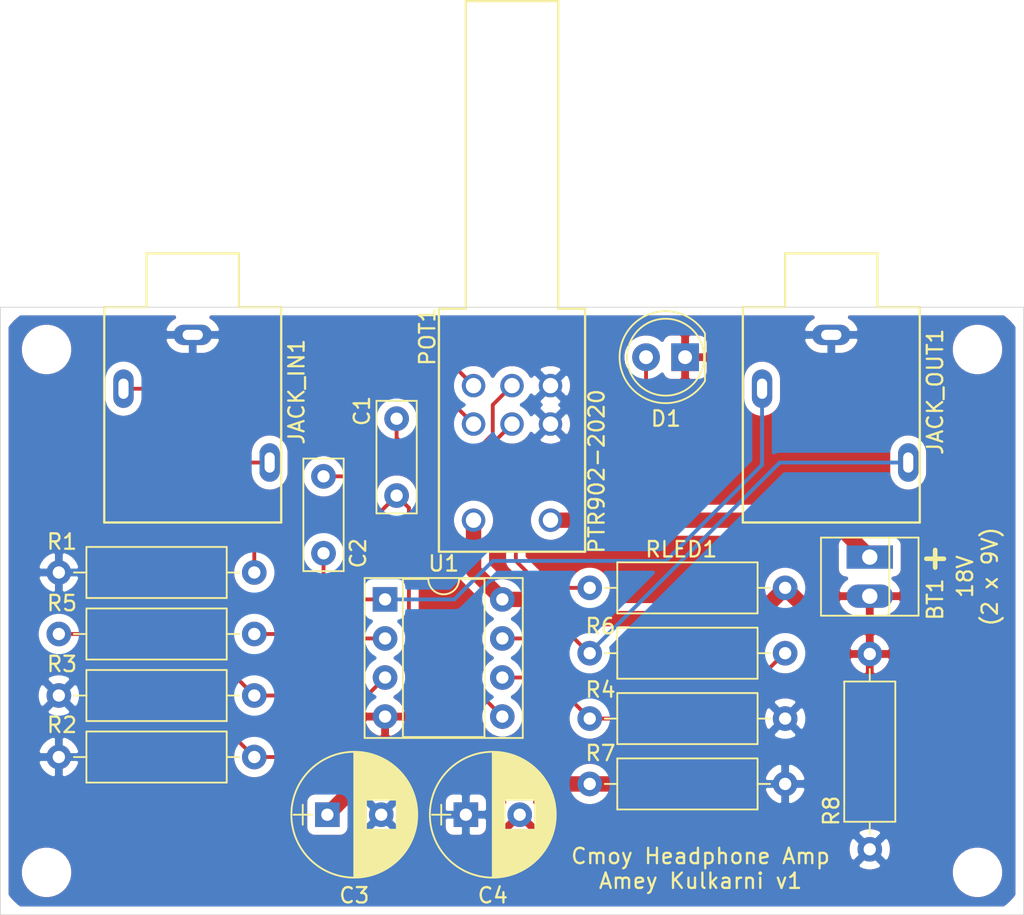
<source format=kicad_pcb>
(kicad_pcb (version 20171130) (host pcbnew "(5.1.6)-1")

  (general
    (thickness 1.6)
    (drawings 13)
    (tracks 79)
    (zones 0)
    (modules 23)
    (nets 16)
  )

  (page USLetter)
  (layers
    (0 F.Cu signal)
    (31 B.Cu signal)
    (34 B.Paste user hide)
    (36 B.SilkS user hide)
    (37 F.SilkS user)
    (38 B.Mask user hide)
    (39 F.Mask user)
    (40 Dwgs.User user hide)
    (44 Edge.Cuts user)
    (45 Margin user)
    (46 B.CrtYd user hide)
    (47 F.CrtYd user)
    (49 F.Fab user hide)
  )

  (setup
    (last_trace_width 0.25)
    (trace_clearance 0.1524)
    (zone_clearance 0.508)
    (zone_45_only no)
    (trace_min 0.1524)
    (via_size 0.6858)
    (via_drill 0.3302)
    (via_min_size 0.508)
    (via_min_drill 0.254)
    (uvia_size 0.6858)
    (uvia_drill 0.3302)
    (uvias_allowed no)
    (uvia_min_size 0.508)
    (uvia_min_drill 0.1)
    (edge_width 0.05)
    (segment_width 0.2)
    (pcb_text_width 0.3)
    (pcb_text_size 1.5 1.5)
    (mod_edge_width 0.12)
    (mod_text_size 1 1)
    (mod_text_width 0.15)
    (pad_size 1.51 3.01)
    (pad_drill 1)
    (pad_to_mask_clearance 0.0508)
    (solder_mask_min_width 0.101)
    (aux_axis_origin 0 0)
    (visible_elements 7FFFFFFF)
    (pcbplotparams
      (layerselection 0x010fc_ffffffff)
      (usegerberextensions false)
      (usegerberattributes true)
      (usegerberadvancedattributes true)
      (creategerberjobfile true)
      (excludeedgelayer true)
      (linewidth 0.100000)
      (plotframeref false)
      (viasonmask false)
      (mode 1)
      (useauxorigin false)
      (hpglpennumber 1)
      (hpglpenspeed 20)
      (hpglpendiameter 15.000000)
      (psnegative false)
      (psa4output false)
      (plotreference true)
      (plotvalue true)
      (plotinvisibletext false)
      (padsonsilk false)
      (subtractmaskfromsilk false)
      (outputformat 1)
      (mirror false)
      (drillshape 1)
      (scaleselection 1)
      (outputdirectory ""))
  )

  (net 0 "")
  (net 1 "Net-(BT1-Pad1)")
  (net 2 V-)
  (net 3 "Net-(C1-Pad1)")
  (net 4 "Net-(C1-Pad2)")
  (net 5 "Net-(C2-Pad1)")
  (net 6 "Net-(C2-Pad2)")
  (net 7 V+)
  (net 8 GNDREF)
  (net 9 "Net-(D1-Pad2)")
  (net 10 /InA)
  (net 11 /InB)
  (net 12 /OutA)
  (net 13 /OutB)
  (net 14 "Net-(R3-Pad2)")
  (net 15 "Net-(R4-Pad2)")

  (net_class Default "This is the default net class."
    (clearance 0.1524)
    (trace_width 0.25)
    (via_dia 0.6858)
    (via_drill 0.3302)
    (uvia_dia 0.6858)
    (uvia_drill 0.3302)
    (diff_pair_width 0.5)
    (diff_pair_gap 0.25)
    (add_net /InA)
    (add_net /InB)
    (add_net /OutA)
    (add_net /OutB)
    (add_net "Net-(C1-Pad1)")
    (add_net "Net-(C1-Pad2)")
    (add_net "Net-(C2-Pad1)")
    (add_net "Net-(C2-Pad2)")
    (add_net "Net-(D1-Pad2)")
    (add_net "Net-(R3-Pad2)")
    (add_net "Net-(R4-Pad2)")
  )

  (net_class Power ""
    (clearance 0.2)
    (trace_width 1)
    (via_dia 0.8)
    (via_drill 0.4)
    (uvia_dia 0.508)
    (uvia_drill 0.381)
    (diff_pair_width 0.5)
    (diff_pair_gap 0.25)
    (add_net GNDREF)
    (add_net "Net-(BT1-Pad1)")
    (add_net V+)
    (add_net V-)
  )

  (module Mounting_Holes:MountingHole_2.2mm_M2 (layer F.Cu) (tedit 56D1B4CB) (tstamp 5F513E84)
    (at 119.75 102.75)
    (descr "Mounting Hole 2.2mm, no annular, M2")
    (tags "mounting hole 2.2mm no annular m2")
    (attr virtual)
    (fp_text reference REF** (at 0 -3.2) (layer F.SilkS) hide
      (effects (font (size 1 1) (thickness 0.15)))
    )
    (fp_text value MountingHole_2.2mm_M2 (at 0 3.2) (layer F.Fab)
      (effects (font (size 1 1) (thickness 0.15)))
    )
    (fp_circle (center 0 0) (end 2.45 0) (layer F.CrtYd) (width 0.05))
    (fp_circle (center 0 0) (end 2.2 0) (layer Cmts.User) (width 0.15))
    (fp_text user %R (at 0.3 0) (layer F.Fab)
      (effects (font (size 1 1) (thickness 0.15)))
    )
    (pad 1 np_thru_hole circle (at 0 0) (size 2.2 2.2) (drill 2.2) (layers *.Cu *.Mask))
  )

  (module Mounting_Holes:MountingHole_2.2mm_M2 (layer F.Cu) (tedit 56D1B4CB) (tstamp 5F513E84)
    (at 119.75 136.75)
    (descr "Mounting Hole 2.2mm, no annular, M2")
    (tags "mounting hole 2.2mm no annular m2")
    (attr virtual)
    (fp_text reference REF** (at 0 -3.2) (layer F.SilkS) hide
      (effects (font (size 1 1) (thickness 0.15)))
    )
    (fp_text value MountingHole_2.2mm_M2 (at 0 3.2) (layer F.Fab)
      (effects (font (size 1 1) (thickness 0.15)))
    )
    (fp_circle (center 0 0) (end 2.45 0) (layer F.CrtYd) (width 0.05))
    (fp_circle (center 0 0) (end 2.2 0) (layer Cmts.User) (width 0.15))
    (fp_text user %R (at 0.3 0) (layer F.Fab)
      (effects (font (size 1 1) (thickness 0.15)))
    )
    (pad 1 np_thru_hole circle (at 0 0) (size 2.2 2.2) (drill 2.2) (layers *.Cu *.Mask))
  )

  (module Mounting_Holes:MountingHole_2.2mm_M2 (layer F.Cu) (tedit 56D1B4CB) (tstamp 5F513E84)
    (at 180.25 136.75)
    (descr "Mounting Hole 2.2mm, no annular, M2")
    (tags "mounting hole 2.2mm no annular m2")
    (attr virtual)
    (fp_text reference REF** (at 0 -3.2) (layer F.SilkS) hide
      (effects (font (size 1 1) (thickness 0.15)))
    )
    (fp_text value MountingHole_2.2mm_M2 (at 0 3.2) (layer F.Fab)
      (effects (font (size 1 1) (thickness 0.15)))
    )
    (fp_circle (center 0 0) (end 2.45 0) (layer F.CrtYd) (width 0.05))
    (fp_circle (center 0 0) (end 2.2 0) (layer Cmts.User) (width 0.15))
    (fp_text user %R (at 0.3 0) (layer F.Fab)
      (effects (font (size 1 1) (thickness 0.15)))
    )
    (pad 1 np_thru_hole circle (at 0 0) (size 2.2 2.2) (drill 2.2) (layers *.Cu *.Mask))
  )

  (module Mounting_Holes:MountingHole_2.2mm_M2 (layer F.Cu) (tedit 56D1B4CB) (tstamp 5F513E75)
    (at 180.25 102.75)
    (descr "Mounting Hole 2.2mm, no annular, M2")
    (tags "mounting hole 2.2mm no annular m2")
    (attr virtual)
    (fp_text reference REF** (at 0 -3.2) (layer F.SilkS) hide
      (effects (font (size 1 1) (thickness 0.15)))
    )
    (fp_text value MountingHole_2.2mm_M2 (at 0 3.2) (layer F.Fab)
      (effects (font (size 1 1) (thickness 0.15)))
    )
    (fp_circle (center 0 0) (end 2.45 0) (layer F.CrtYd) (width 0.05))
    (fp_circle (center 0 0) (end 2.2 0) (layer Cmts.User) (width 0.15))
    (fp_text user %R (at 0.3 0) (layer F.Fab)
      (effects (font (size 1 1) (thickness 0.15)))
    )
    (pad 1 np_thru_hole circle (at 0 0) (size 2.2 2.2) (drill 2.2) (layers *.Cu *.Mask))
  )

  (module MyLib:SJ1-3513 (layer F.Cu) (tedit 5A02AD3F) (tstamp 5F5139E0)
    (at 170.75 105.25 270)
    (path /5A113487)
    (fp_text reference JACK_OUT1 (at 0.25 -6.75 90) (layer F.SilkS)
      (effects (font (size 1 1) (thickness 0.15)))
    )
    (fp_text value SJ1-3513 (at 0 7 90) (layer F.Fab) hide
      (effects (font (size 1 1) (thickness 0.15)))
    )
    (fp_line (start 8.75 5.75) (end 8.75 -5.75) (layer F.SilkS) (width 0.15))
    (fp_line (start -5.25 -5.75) (end 8.75 -5.75) (layer F.SilkS) (width 0.15))
    (fp_line (start -5.25 5.75) (end 8.75 5.75) (layer F.SilkS) (width 0.15))
    (fp_line (start -5.25 3) (end -5.25 5.75) (layer F.SilkS) (width 0.15))
    (fp_line (start -5.25 -3) (end -5.25 -5.75) (layer F.SilkS) (width 0.15))
    (fp_line (start -8.75 3) (end -5.25 3) (layer F.SilkS) (width 0.15))
    (fp_line (start -8.75 -3) (end -5.25 -3) (layer F.SilkS) (width 0.15))
    (fp_line (start -8.75 0) (end -8.75 3) (layer F.SilkS) (width 0.15))
    (fp_line (start -8.75 0) (end -8.75 -3) (layer F.SilkS) (width 0.15))
    (pad 3 thru_hole oval (at 4.85 -5) (size 1.32 2.5) (drill oval 0.66 1.32) (layers *.Cu *.Mask)
      (net 12 /OutA))
    (pad 2 thru_hole oval (at 0.05 4.5) (size 1.32 2.5) (drill oval 0.66 1.32) (layers *.Cu *.Mask)
      (net 13 /OutB))
    (pad 1 thru_hole oval (at -3.45 0 270) (size 1.32 2.5) (drill oval 0.66 1.32) (layers *.Cu *.Mask)
      (net 8 GNDREF))
  )

  (module MyLib:SJ1-3513 (layer F.Cu) (tedit 5A02AD3F) (tstamp 5F5139D0)
    (at 129.25 105.25 270)
    (path /5A113486)
    (fp_text reference JACK_IN1 (at 0.25 -6.75 90) (layer F.SilkS)
      (effects (font (size 1 1) (thickness 0.15)))
    )
    (fp_text value SJ1-3513 (at 0 7 90) (layer F.Fab) hide
      (effects (font (size 1 1) (thickness 0.15)))
    )
    (fp_line (start 8.75 5.75) (end 8.75 -5.75) (layer F.SilkS) (width 0.15))
    (fp_line (start -5.25 -5.75) (end 8.75 -5.75) (layer F.SilkS) (width 0.15))
    (fp_line (start -5.25 5.75) (end 8.75 5.75) (layer F.SilkS) (width 0.15))
    (fp_line (start -5.25 3) (end -5.25 5.75) (layer F.SilkS) (width 0.15))
    (fp_line (start -5.25 -3) (end -5.25 -5.75) (layer F.SilkS) (width 0.15))
    (fp_line (start -8.75 3) (end -5.25 3) (layer F.SilkS) (width 0.15))
    (fp_line (start -8.75 -3) (end -5.25 -3) (layer F.SilkS) (width 0.15))
    (fp_line (start -8.75 0) (end -8.75 3) (layer F.SilkS) (width 0.15))
    (fp_line (start -8.75 0) (end -8.75 -3) (layer F.SilkS) (width 0.15))
    (pad 3 thru_hole oval (at 4.85 -5) (size 1.32 2.5) (drill oval 0.66 1.32) (layers *.Cu *.Mask)
      (net 10 /InA))
    (pad 2 thru_hole oval (at 0.05 4.5) (size 1.32 2.5) (drill oval 0.66 1.32) (layers *.Cu *.Mask)
      (net 11 /InB))
    (pad 1 thru_hole oval (at -3.45 0 270) (size 1.32 2.5) (drill oval 0.66 1.32) (layers *.Cu *.Mask)
      (net 8 GNDREF))
  )

  (module Resistors_THT:R_Axial_DIN0309_L9.0mm_D3.2mm_P12.70mm_Horizontal (layer F.Cu) (tedit 5874F706) (tstamp 5F49528E)
    (at 155.05 122.5)
    (descr "Resistor, Axial_DIN0309 series, Axial, Horizontal, pin pitch=12.7mm, 0.5W = 1/2W, length*diameter=9*3.2mm^2, http://cdn-reichelt.de/documents/datenblatt/B400/1_4W%23YAG.pdf")
    (tags "Resistor Axial_DIN0309 series Axial Horizontal pin pitch 12.7mm 0.5W = 1/2W length 9mm diameter 3.2mm")
    (path /5A113477)
    (fp_text reference R6 (at 0.7 -1.75) (layer F.SilkS)
      (effects (font (size 1 1) (thickness 0.15)))
    )
    (fp_text value 10K (at 6.25 0) (layer F.Fab)
      (effects (font (size 1 1) (thickness 0.15)))
    )
    (fp_line (start 1.85 -1.6) (end 1.85 1.6) (layer F.Fab) (width 0.1))
    (fp_line (start 1.85 1.6) (end 10.85 1.6) (layer F.Fab) (width 0.1))
    (fp_line (start 10.85 1.6) (end 10.85 -1.6) (layer F.Fab) (width 0.1))
    (fp_line (start 10.85 -1.6) (end 1.85 -1.6) (layer F.Fab) (width 0.1))
    (fp_line (start 0 0) (end 1.85 0) (layer F.Fab) (width 0.1))
    (fp_line (start 12.7 0) (end 10.85 0) (layer F.Fab) (width 0.1))
    (fp_line (start 1.79 -1.66) (end 1.79 1.66) (layer F.SilkS) (width 0.12))
    (fp_line (start 1.79 1.66) (end 10.91 1.66) (layer F.SilkS) (width 0.12))
    (fp_line (start 10.91 1.66) (end 10.91 -1.66) (layer F.SilkS) (width 0.12))
    (fp_line (start 10.91 -1.66) (end 1.79 -1.66) (layer F.SilkS) (width 0.12))
    (fp_line (start 0.98 0) (end 1.79 0) (layer F.SilkS) (width 0.12))
    (fp_line (start 11.72 0) (end 10.91 0) (layer F.SilkS) (width 0.12))
    (fp_line (start -1.05 -1.95) (end -1.05 1.95) (layer F.CrtYd) (width 0.05))
    (fp_line (start -1.05 1.95) (end 13.75 1.95) (layer F.CrtYd) (width 0.05))
    (fp_line (start 13.75 1.95) (end 13.75 -1.95) (layer F.CrtYd) (width 0.05))
    (fp_line (start 13.75 -1.95) (end -1.05 -1.95) (layer F.CrtYd) (width 0.05))
    (pad 1 thru_hole circle (at 0 0) (size 1.6 1.6) (drill 0.8) (layers *.Cu *.Mask)
      (net 12 /OutA))
    (pad 2 thru_hole oval (at 12.7 0) (size 1.6 1.6) (drill 0.8) (layers *.Cu *.Mask)
      (net 15 "Net-(R4-Pad2)"))
    (model ${KISYS3DMOD}/Resistors_THT.3dshapes/R_Axial_DIN0309_L9.0mm_D3.2mm_P12.70mm_Horizontal.wrl
      (at (xyz 0 0 0))
      (scale (xyz 0.393701 0.393701 0.393701))
      (rotate (xyz 0 0 0))
    )
  )

  (module Resistors_THT:R_Axial_DIN0309_L9.0mm_D3.2mm_P12.70mm_Horizontal (layer F.Cu) (tedit 5874F706) (tstamp 5F495288)
    (at 167.75 126.75 180)
    (descr "Resistor, Axial_DIN0309 series, Axial, Horizontal, pin pitch=12.7mm, 0.5W = 1/2W, length*diameter=9*3.2mm^2, http://cdn-reichelt.de/documents/datenblatt/B400/1_4W%23YAG.pdf")
    (tags "Resistor Axial_DIN0309 series Axial Horizontal pin pitch 12.7mm 0.5W = 1/2W length 9mm diameter 3.2mm")
    (path /5A113478)
    (fp_text reference R4 (at 12 1.875) (layer F.SilkS)
      (effects (font (size 1 1) (thickness 0.15)))
    )
    (fp_text value 1K (at 6.45 0) (layer F.Fab)
      (effects (font (size 1 1) (thickness 0.15)))
    )
    (fp_line (start 1.85 -1.6) (end 1.85 1.6) (layer F.Fab) (width 0.1))
    (fp_line (start 1.85 1.6) (end 10.85 1.6) (layer F.Fab) (width 0.1))
    (fp_line (start 10.85 1.6) (end 10.85 -1.6) (layer F.Fab) (width 0.1))
    (fp_line (start 10.85 -1.6) (end 1.85 -1.6) (layer F.Fab) (width 0.1))
    (fp_line (start 0 0) (end 1.85 0) (layer F.Fab) (width 0.1))
    (fp_line (start 12.7 0) (end 10.85 0) (layer F.Fab) (width 0.1))
    (fp_line (start 1.79 -1.66) (end 1.79 1.66) (layer F.SilkS) (width 0.12))
    (fp_line (start 1.79 1.66) (end 10.91 1.66) (layer F.SilkS) (width 0.12))
    (fp_line (start 10.91 1.66) (end 10.91 -1.66) (layer F.SilkS) (width 0.12))
    (fp_line (start 10.91 -1.66) (end 1.79 -1.66) (layer F.SilkS) (width 0.12))
    (fp_line (start 0.98 0) (end 1.79 0) (layer F.SilkS) (width 0.12))
    (fp_line (start 11.72 0) (end 10.91 0) (layer F.SilkS) (width 0.12))
    (fp_line (start -1.05 -1.95) (end -1.05 1.95) (layer F.CrtYd) (width 0.05))
    (fp_line (start -1.05 1.95) (end 13.75 1.95) (layer F.CrtYd) (width 0.05))
    (fp_line (start 13.75 1.95) (end 13.75 -1.95) (layer F.CrtYd) (width 0.05))
    (fp_line (start 13.75 -1.95) (end -1.05 -1.95) (layer F.CrtYd) (width 0.05))
    (pad 1 thru_hole circle (at 0 0 180) (size 1.6 1.6) (drill 0.8) (layers *.Cu *.Mask)
      (net 8 GNDREF))
    (pad 2 thru_hole oval (at 12.7 0 180) (size 1.6 1.6) (drill 0.8) (layers *.Cu *.Mask)
      (net 15 "Net-(R4-Pad2)"))
    (model ${KISYS3DMOD}/Resistors_THT.3dshapes/R_Axial_DIN0309_L9.0mm_D3.2mm_P12.70mm_Horizontal.wrl
      (at (xyz 0 0 0))
      (scale (xyz 0.393701 0.393701 0.393701))
      (rotate (xyz 0 0 0))
    )
  )

  (module Resistors_THT:R_Axial_DIN0309_L9.0mm_D3.2mm_P12.70mm_Horizontal (layer F.Cu) (tedit 5874F706) (tstamp 5F495291)
    (at 155.05 131)
    (descr "Resistor, Axial_DIN0309 series, Axial, Horizontal, pin pitch=12.7mm, 0.5W = 1/2W, length*diameter=9*3.2mm^2, http://cdn-reichelt.de/documents/datenblatt/B400/1_4W%23YAG.pdf")
    (tags "Resistor Axial_DIN0309 series Axial Horizontal pin pitch 12.7mm 0.5W = 1/2W length 9mm diameter 3.2mm")
    (path /5A113599/5A113939)
    (fp_text reference R7 (at 0.7 -2) (layer F.SilkS)
      (effects (font (size 1 1) (thickness 0.15)))
    )
    (fp_text value 4.7k (at 6.5 0) (layer F.Fab)
      (effects (font (size 1 1) (thickness 0.15)))
    )
    (fp_line (start 1.85 -1.6) (end 1.85 1.6) (layer F.Fab) (width 0.1))
    (fp_line (start 1.85 1.6) (end 10.85 1.6) (layer F.Fab) (width 0.1))
    (fp_line (start 10.85 1.6) (end 10.85 -1.6) (layer F.Fab) (width 0.1))
    (fp_line (start 10.85 -1.6) (end 1.85 -1.6) (layer F.Fab) (width 0.1))
    (fp_line (start 0 0) (end 1.85 0) (layer F.Fab) (width 0.1))
    (fp_line (start 12.7 0) (end 10.85 0) (layer F.Fab) (width 0.1))
    (fp_line (start 1.79 -1.66) (end 1.79 1.66) (layer F.SilkS) (width 0.12))
    (fp_line (start 1.79 1.66) (end 10.91 1.66) (layer F.SilkS) (width 0.12))
    (fp_line (start 10.91 1.66) (end 10.91 -1.66) (layer F.SilkS) (width 0.12))
    (fp_line (start 10.91 -1.66) (end 1.79 -1.66) (layer F.SilkS) (width 0.12))
    (fp_line (start 0.98 0) (end 1.79 0) (layer F.SilkS) (width 0.12))
    (fp_line (start 11.72 0) (end 10.91 0) (layer F.SilkS) (width 0.12))
    (fp_line (start -1.05 -1.95) (end -1.05 1.95) (layer F.CrtYd) (width 0.05))
    (fp_line (start -1.05 1.95) (end 13.75 1.95) (layer F.CrtYd) (width 0.05))
    (fp_line (start 13.75 1.95) (end 13.75 -1.95) (layer F.CrtYd) (width 0.05))
    (fp_line (start 13.75 -1.95) (end -1.05 -1.95) (layer F.CrtYd) (width 0.05))
    (pad 1 thru_hole circle (at 0 0) (size 1.6 1.6) (drill 0.8) (layers *.Cu *.Mask)
      (net 7 V+))
    (pad 2 thru_hole oval (at 12.7 0) (size 1.6 1.6) (drill 0.8) (layers *.Cu *.Mask)
      (net 8 GNDREF))
    (model ${KISYS3DMOD}/Resistors_THT.3dshapes/R_Axial_DIN0309_L9.0mm_D3.2mm_P12.70mm_Horizontal.wrl
      (at (xyz 0 0 0))
      (scale (xyz 0.393701 0.393701 0.393701))
      (rotate (xyz 0 0 0))
    )
  )

  (module Resistors_THT:R_Axial_DIN0309_L9.0mm_D3.2mm_P12.70mm_Horizontal (layer F.Cu) (tedit 5874F706) (tstamp 5F495297)
    (at 167.75 118.25 180)
    (descr "Resistor, Axial_DIN0309 series, Axial, Horizontal, pin pitch=12.7mm, 0.5W = 1/2W, length*diameter=9*3.2mm^2, http://cdn-reichelt.de/documents/datenblatt/B400/1_4W%23YAG.pdf")
    (tags "Resistor Axial_DIN0309 series Axial Horizontal pin pitch 12.7mm 0.5W = 1/2W length 9mm diameter 3.2mm")
    (path /5A113599/5A11381E)
    (fp_text reference RLED1 (at 6.75 2.5) (layer F.SilkS)
      (effects (font (size 1 1) (thickness 0.15)))
    )
    (fp_text value 10k (at 6.35 0) (layer F.Fab)
      (effects (font (size 1 1) (thickness 0.15)))
    )
    (fp_line (start 1.85 -1.6) (end 1.85 1.6) (layer F.Fab) (width 0.1))
    (fp_line (start 1.85 1.6) (end 10.85 1.6) (layer F.Fab) (width 0.1))
    (fp_line (start 10.85 1.6) (end 10.85 -1.6) (layer F.Fab) (width 0.1))
    (fp_line (start 10.85 -1.6) (end 1.85 -1.6) (layer F.Fab) (width 0.1))
    (fp_line (start 0 0) (end 1.85 0) (layer F.Fab) (width 0.1))
    (fp_line (start 12.7 0) (end 10.85 0) (layer F.Fab) (width 0.1))
    (fp_line (start 1.79 -1.66) (end 1.79 1.66) (layer F.SilkS) (width 0.12))
    (fp_line (start 1.79 1.66) (end 10.91 1.66) (layer F.SilkS) (width 0.12))
    (fp_line (start 10.91 1.66) (end 10.91 -1.66) (layer F.SilkS) (width 0.12))
    (fp_line (start 10.91 -1.66) (end 1.79 -1.66) (layer F.SilkS) (width 0.12))
    (fp_line (start 0.98 0) (end 1.79 0) (layer F.SilkS) (width 0.12))
    (fp_line (start 11.72 0) (end 10.91 0) (layer F.SilkS) (width 0.12))
    (fp_line (start -1.05 -1.95) (end -1.05 1.95) (layer F.CrtYd) (width 0.05))
    (fp_line (start -1.05 1.95) (end 13.75 1.95) (layer F.CrtYd) (width 0.05))
    (fp_line (start 13.75 1.95) (end 13.75 -1.95) (layer F.CrtYd) (width 0.05))
    (fp_line (start 13.75 -1.95) (end -1.05 -1.95) (layer F.CrtYd) (width 0.05))
    (pad 1 thru_hole circle (at 0 0 180) (size 1.6 1.6) (drill 0.8) (layers *.Cu *.Mask)
      (net 7 V+))
    (pad 2 thru_hole oval (at 12.7 0 180) (size 1.6 1.6) (drill 0.8) (layers *.Cu *.Mask)
      (net 9 "Net-(D1-Pad2)"))
    (model ${KISYS3DMOD}/Resistors_THT.3dshapes/R_Axial_DIN0309_L9.0mm_D3.2mm_P12.70mm_Horizontal.wrl
      (at (xyz 0 0 0))
      (scale (xyz 0.393701 0.393701 0.393701))
      (rotate (xyz 0 0 0))
    )
  )

  (module Resistors_THT:R_Axial_DIN0309_L9.0mm_D3.2mm_P12.70mm_Horizontal (layer F.Cu) (tedit 5874F706) (tstamp 5F49528B)
    (at 133.25 121.25 180)
    (descr "Resistor, Axial_DIN0309 series, Axial, Horizontal, pin pitch=12.7mm, 0.5W = 1/2W, length*diameter=9*3.2mm^2, http://cdn-reichelt.de/documents/datenblatt/B400/1_4W%23YAG.pdf")
    (tags "Resistor Axial_DIN0309 series Axial Horizontal pin pitch 12.7mm 0.5W = 1/2W length 9mm diameter 3.2mm")
    (path /5A11347A)
    (fp_text reference R5 (at 12.5 2) (layer F.SilkS)
      (effects (font (size 1 1) (thickness 0.15)))
    )
    (fp_text value 10K (at 6.5 0) (layer F.Fab)
      (effects (font (size 1 1) (thickness 0.15)))
    )
    (fp_line (start 1.85 -1.6) (end 1.85 1.6) (layer F.Fab) (width 0.1))
    (fp_line (start 1.85 1.6) (end 10.85 1.6) (layer F.Fab) (width 0.1))
    (fp_line (start 10.85 1.6) (end 10.85 -1.6) (layer F.Fab) (width 0.1))
    (fp_line (start 10.85 -1.6) (end 1.85 -1.6) (layer F.Fab) (width 0.1))
    (fp_line (start 0 0) (end 1.85 0) (layer F.Fab) (width 0.1))
    (fp_line (start 12.7 0) (end 10.85 0) (layer F.Fab) (width 0.1))
    (fp_line (start 1.79 -1.66) (end 1.79 1.66) (layer F.SilkS) (width 0.12))
    (fp_line (start 1.79 1.66) (end 10.91 1.66) (layer F.SilkS) (width 0.12))
    (fp_line (start 10.91 1.66) (end 10.91 -1.66) (layer F.SilkS) (width 0.12))
    (fp_line (start 10.91 -1.66) (end 1.79 -1.66) (layer F.SilkS) (width 0.12))
    (fp_line (start 0.98 0) (end 1.79 0) (layer F.SilkS) (width 0.12))
    (fp_line (start 11.72 0) (end 10.91 0) (layer F.SilkS) (width 0.12))
    (fp_line (start -1.05 -1.95) (end -1.05 1.95) (layer F.CrtYd) (width 0.05))
    (fp_line (start -1.05 1.95) (end 13.75 1.95) (layer F.CrtYd) (width 0.05))
    (fp_line (start 13.75 1.95) (end 13.75 -1.95) (layer F.CrtYd) (width 0.05))
    (fp_line (start 13.75 -1.95) (end -1.05 -1.95) (layer F.CrtYd) (width 0.05))
    (pad 1 thru_hole circle (at 0 0 180) (size 1.6 1.6) (drill 0.8) (layers *.Cu *.Mask)
      (net 13 /OutB))
    (pad 2 thru_hole oval (at 12.7 0 180) (size 1.6 1.6) (drill 0.8) (layers *.Cu *.Mask)
      (net 14 "Net-(R3-Pad2)"))
    (model ${KISYS3DMOD}/Resistors_THT.3dshapes/R_Axial_DIN0309_L9.0mm_D3.2mm_P12.70mm_Horizontal.wrl
      (at (xyz 0 0 0))
      (scale (xyz 0.393701 0.393701 0.393701))
      (rotate (xyz 0 0 0))
    )
  )

  (module Resistors_THT:R_Axial_DIN0309_L9.0mm_D3.2mm_P12.70mm_Horizontal (layer F.Cu) (tedit 5874F706) (tstamp 5F495285)
    (at 120.55 125.25)
    (descr "Resistor, Axial_DIN0309 series, Axial, Horizontal, pin pitch=12.7mm, 0.5W = 1/2W, length*diameter=9*3.2mm^2, http://cdn-reichelt.de/documents/datenblatt/B400/1_4W%23YAG.pdf")
    (tags "Resistor Axial_DIN0309 series Axial Horizontal pin pitch 12.7mm 0.5W = 1/2W length 9mm diameter 3.2mm")
    (path /5A11347B)
    (fp_text reference R3 (at 0.2 -2.041667) (layer F.SilkS)
      (effects (font (size 1 1) (thickness 0.15)))
    )
    (fp_text value 1K (at 6.45 0) (layer F.Fab)
      (effects (font (size 1 1) (thickness 0.15)))
    )
    (fp_line (start 1.85 -1.6) (end 1.85 1.6) (layer F.Fab) (width 0.1))
    (fp_line (start 1.85 1.6) (end 10.85 1.6) (layer F.Fab) (width 0.1))
    (fp_line (start 10.85 1.6) (end 10.85 -1.6) (layer F.Fab) (width 0.1))
    (fp_line (start 10.85 -1.6) (end 1.85 -1.6) (layer F.Fab) (width 0.1))
    (fp_line (start 0 0) (end 1.85 0) (layer F.Fab) (width 0.1))
    (fp_line (start 12.7 0) (end 10.85 0) (layer F.Fab) (width 0.1))
    (fp_line (start 1.79 -1.66) (end 1.79 1.66) (layer F.SilkS) (width 0.12))
    (fp_line (start 1.79 1.66) (end 10.91 1.66) (layer F.SilkS) (width 0.12))
    (fp_line (start 10.91 1.66) (end 10.91 -1.66) (layer F.SilkS) (width 0.12))
    (fp_line (start 10.91 -1.66) (end 1.79 -1.66) (layer F.SilkS) (width 0.12))
    (fp_line (start 0.98 0) (end 1.79 0) (layer F.SilkS) (width 0.12))
    (fp_line (start 11.72 0) (end 10.91 0) (layer F.SilkS) (width 0.12))
    (fp_line (start -1.05 -1.95) (end -1.05 1.95) (layer F.CrtYd) (width 0.05))
    (fp_line (start -1.05 1.95) (end 13.75 1.95) (layer F.CrtYd) (width 0.05))
    (fp_line (start 13.75 1.95) (end 13.75 -1.95) (layer F.CrtYd) (width 0.05))
    (fp_line (start 13.75 -1.95) (end -1.05 -1.95) (layer F.CrtYd) (width 0.05))
    (pad 1 thru_hole circle (at 0 0) (size 1.6 1.6) (drill 0.8) (layers *.Cu *.Mask)
      (net 8 GNDREF))
    (pad 2 thru_hole oval (at 12.7 0) (size 1.6 1.6) (drill 0.8) (layers *.Cu *.Mask)
      (net 14 "Net-(R3-Pad2)"))
    (model ${KISYS3DMOD}/Resistors_THT.3dshapes/R_Axial_DIN0309_L9.0mm_D3.2mm_P12.70mm_Horizontal.wrl
      (at (xyz 0 0 0))
      (scale (xyz 0.393701 0.393701 0.393701))
      (rotate (xyz 0 0 0))
    )
  )

  (module Resistors_THT:R_Axial_DIN0309_L9.0mm_D3.2mm_P12.70mm_Horizontal (layer F.Cu) (tedit 5874F706) (tstamp 5F495282)
    (at 133.25 129.25 180)
    (descr "Resistor, Axial_DIN0309 series, Axial, Horizontal, pin pitch=12.7mm, 0.5W = 1/2W, length*diameter=9*3.2mm^2, http://cdn-reichelt.de/documents/datenblatt/B400/1_4W%23YAG.pdf")
    (tags "Resistor Axial_DIN0309 series Axial Horizontal pin pitch 12.7mm 0.5W = 1/2W length 9mm diameter 3.2mm")
    (path /5A113479)
    (fp_text reference R2 (at 12.5 2.083334) (layer F.SilkS)
      (effects (font (size 1 1) (thickness 0.15)))
    )
    (fp_text value 100K (at 6.35 0) (layer F.Fab)
      (effects (font (size 1 1) (thickness 0.15)))
    )
    (fp_line (start 1.85 -1.6) (end 1.85 1.6) (layer F.Fab) (width 0.1))
    (fp_line (start 1.85 1.6) (end 10.85 1.6) (layer F.Fab) (width 0.1))
    (fp_line (start 10.85 1.6) (end 10.85 -1.6) (layer F.Fab) (width 0.1))
    (fp_line (start 10.85 -1.6) (end 1.85 -1.6) (layer F.Fab) (width 0.1))
    (fp_line (start 0 0) (end 1.85 0) (layer F.Fab) (width 0.1))
    (fp_line (start 12.7 0) (end 10.85 0) (layer F.Fab) (width 0.1))
    (fp_line (start 1.79 -1.66) (end 1.79 1.66) (layer F.SilkS) (width 0.12))
    (fp_line (start 1.79 1.66) (end 10.91 1.66) (layer F.SilkS) (width 0.12))
    (fp_line (start 10.91 1.66) (end 10.91 -1.66) (layer F.SilkS) (width 0.12))
    (fp_line (start 10.91 -1.66) (end 1.79 -1.66) (layer F.SilkS) (width 0.12))
    (fp_line (start 0.98 0) (end 1.79 0) (layer F.SilkS) (width 0.12))
    (fp_line (start 11.72 0) (end 10.91 0) (layer F.SilkS) (width 0.12))
    (fp_line (start -1.05 -1.95) (end -1.05 1.95) (layer F.CrtYd) (width 0.05))
    (fp_line (start -1.05 1.95) (end 13.75 1.95) (layer F.CrtYd) (width 0.05))
    (fp_line (start 13.75 1.95) (end 13.75 -1.95) (layer F.CrtYd) (width 0.05))
    (fp_line (start 13.75 -1.95) (end -1.05 -1.95) (layer F.CrtYd) (width 0.05))
    (pad 1 thru_hole circle (at 0 0 180) (size 1.6 1.6) (drill 0.8) (layers *.Cu *.Mask)
      (net 5 "Net-(C2-Pad1)"))
    (pad 2 thru_hole oval (at 12.7 0 180) (size 1.6 1.6) (drill 0.8) (layers *.Cu *.Mask)
      (net 8 GNDREF))
    (model ${KISYS3DMOD}/Resistors_THT.3dshapes/R_Axial_DIN0309_L9.0mm_D3.2mm_P12.70mm_Horizontal.wrl
      (at (xyz 0 0 0))
      (scale (xyz 0.393701 0.393701 0.393701))
      (rotate (xyz 0 0 0))
    )
  )

  (module Resistors_THT:R_Axial_DIN0309_L9.0mm_D3.2mm_P12.70mm_Horizontal (layer F.Cu) (tedit 5874F706) (tstamp 5F49527F)
    (at 133.25 117.25 180)
    (descr "Resistor, Axial_DIN0309 series, Axial, Horizontal, pin pitch=12.7mm, 0.5W = 1/2W, length*diameter=9*3.2mm^2, http://cdn-reichelt.de/documents/datenblatt/B400/1_4W%23YAG.pdf")
    (tags "Resistor Axial_DIN0309 series Axial Horizontal pin pitch 12.7mm 0.5W = 1/2W length 9mm diameter 3.2mm")
    (path /5A113476)
    (fp_text reference R1 (at 12.5 2) (layer F.SilkS)
      (effects (font (size 1 1) (thickness 0.15)))
    )
    (fp_text value 100K (at 6.35 0) (layer F.Fab)
      (effects (font (size 1 1) (thickness 0.15)))
    )
    (fp_line (start 1.85 -1.6) (end 1.85 1.6) (layer F.Fab) (width 0.1))
    (fp_line (start 1.85 1.6) (end 10.85 1.6) (layer F.Fab) (width 0.1))
    (fp_line (start 10.85 1.6) (end 10.85 -1.6) (layer F.Fab) (width 0.1))
    (fp_line (start 10.85 -1.6) (end 1.85 -1.6) (layer F.Fab) (width 0.1))
    (fp_line (start 0 0) (end 1.85 0) (layer F.Fab) (width 0.1))
    (fp_line (start 12.7 0) (end 10.85 0) (layer F.Fab) (width 0.1))
    (fp_line (start 1.79 -1.66) (end 1.79 1.66) (layer F.SilkS) (width 0.12))
    (fp_line (start 1.79 1.66) (end 10.91 1.66) (layer F.SilkS) (width 0.12))
    (fp_line (start 10.91 1.66) (end 10.91 -1.66) (layer F.SilkS) (width 0.12))
    (fp_line (start 10.91 -1.66) (end 1.79 -1.66) (layer F.SilkS) (width 0.12))
    (fp_line (start 0.98 0) (end 1.79 0) (layer F.SilkS) (width 0.12))
    (fp_line (start 11.72 0) (end 10.91 0) (layer F.SilkS) (width 0.12))
    (fp_line (start -1.05 -1.95) (end -1.05 1.95) (layer F.CrtYd) (width 0.05))
    (fp_line (start -1.05 1.95) (end 13.75 1.95) (layer F.CrtYd) (width 0.05))
    (fp_line (start 13.75 1.95) (end 13.75 -1.95) (layer F.CrtYd) (width 0.05))
    (fp_line (start 13.75 -1.95) (end -1.05 -1.95) (layer F.CrtYd) (width 0.05))
    (pad 1 thru_hole circle (at 0 0 180) (size 1.6 1.6) (drill 0.8) (layers *.Cu *.Mask)
      (net 3 "Net-(C1-Pad1)"))
    (pad 2 thru_hole oval (at 12.7 0 180) (size 1.6 1.6) (drill 0.8) (layers *.Cu *.Mask)
      (net 8 GNDREF))
    (model ${KISYS3DMOD}/Resistors_THT.3dshapes/R_Axial_DIN0309_L9.0mm_D3.2mm_P12.70mm_Horizontal.wrl
      (at (xyz 0 0 0))
      (scale (xyz 0.393701 0.393701 0.393701))
      (rotate (xyz 0 0 0))
    )
  )

  (module Capacitors_THT:CP_Radial_D8.0mm_P3.50mm (layer F.Cu) (tedit 597BC7C2) (tstamp 5F495244)
    (at 147 133)
    (descr "CP, Radial series, Radial, pin pitch=3.50mm, , diameter=8mm, Electrolytic Capacitor")
    (tags "CP Radial series Radial pin pitch 3.50mm  diameter 8mm Electrolytic Capacitor")
    (path /5A113599/5A1139F2)
    (fp_text reference C4 (at 1.75 5.25) (layer F.SilkS)
      (effects (font (size 1 1) (thickness 0.15)))
    )
    (fp_text value 220uF (at 1.75 5.31) (layer F.Fab)
      (effects (font (size 1 1) (thickness 0.15)))
    )
    (fp_circle (center 1.75 0) (end 5.75 0) (layer F.Fab) (width 0.1))
    (fp_circle (center 1.75 0) (end 5.84 0) (layer F.SilkS) (width 0.12))
    (fp_line (start -2.2 0) (end -1 0) (layer F.Fab) (width 0.1))
    (fp_line (start -1.6 -0.65) (end -1.6 0.65) (layer F.Fab) (width 0.1))
    (fp_line (start 1.75 -4.05) (end 1.75 4.05) (layer F.SilkS) (width 0.12))
    (fp_line (start 1.79 -4.05) (end 1.79 4.05) (layer F.SilkS) (width 0.12))
    (fp_line (start 1.83 -4.05) (end 1.83 4.05) (layer F.SilkS) (width 0.12))
    (fp_line (start 1.87 -4.049) (end 1.87 4.049) (layer F.SilkS) (width 0.12))
    (fp_line (start 1.91 -4.047) (end 1.91 4.047) (layer F.SilkS) (width 0.12))
    (fp_line (start 1.95 -4.046) (end 1.95 4.046) (layer F.SilkS) (width 0.12))
    (fp_line (start 1.99 -4.043) (end 1.99 4.043) (layer F.SilkS) (width 0.12))
    (fp_line (start 2.03 -4.041) (end 2.03 4.041) (layer F.SilkS) (width 0.12))
    (fp_line (start 2.07 -4.038) (end 2.07 4.038) (layer F.SilkS) (width 0.12))
    (fp_line (start 2.11 -4.035) (end 2.11 4.035) (layer F.SilkS) (width 0.12))
    (fp_line (start 2.15 -4.031) (end 2.15 4.031) (layer F.SilkS) (width 0.12))
    (fp_line (start 2.19 -4.027) (end 2.19 4.027) (layer F.SilkS) (width 0.12))
    (fp_line (start 2.23 -4.022) (end 2.23 4.022) (layer F.SilkS) (width 0.12))
    (fp_line (start 2.27 -4.017) (end 2.27 4.017) (layer F.SilkS) (width 0.12))
    (fp_line (start 2.31 -4.012) (end 2.31 4.012) (layer F.SilkS) (width 0.12))
    (fp_line (start 2.35 -4.006) (end 2.35 4.006) (layer F.SilkS) (width 0.12))
    (fp_line (start 2.39 -4) (end 2.39 4) (layer F.SilkS) (width 0.12))
    (fp_line (start 2.43 -3.994) (end 2.43 3.994) (layer F.SilkS) (width 0.12))
    (fp_line (start 2.471 -3.987) (end 2.471 3.987) (layer F.SilkS) (width 0.12))
    (fp_line (start 2.511 -3.979) (end 2.511 3.979) (layer F.SilkS) (width 0.12))
    (fp_line (start 2.551 -3.971) (end 2.551 -0.98) (layer F.SilkS) (width 0.12))
    (fp_line (start 2.551 0.98) (end 2.551 3.971) (layer F.SilkS) (width 0.12))
    (fp_line (start 2.591 -3.963) (end 2.591 -0.98) (layer F.SilkS) (width 0.12))
    (fp_line (start 2.591 0.98) (end 2.591 3.963) (layer F.SilkS) (width 0.12))
    (fp_line (start 2.631 -3.955) (end 2.631 -0.98) (layer F.SilkS) (width 0.12))
    (fp_line (start 2.631 0.98) (end 2.631 3.955) (layer F.SilkS) (width 0.12))
    (fp_line (start 2.671 -3.946) (end 2.671 -0.98) (layer F.SilkS) (width 0.12))
    (fp_line (start 2.671 0.98) (end 2.671 3.946) (layer F.SilkS) (width 0.12))
    (fp_line (start 2.711 -3.936) (end 2.711 -0.98) (layer F.SilkS) (width 0.12))
    (fp_line (start 2.711 0.98) (end 2.711 3.936) (layer F.SilkS) (width 0.12))
    (fp_line (start 2.751 -3.926) (end 2.751 -0.98) (layer F.SilkS) (width 0.12))
    (fp_line (start 2.751 0.98) (end 2.751 3.926) (layer F.SilkS) (width 0.12))
    (fp_line (start 2.791 -3.916) (end 2.791 -0.98) (layer F.SilkS) (width 0.12))
    (fp_line (start 2.791 0.98) (end 2.791 3.916) (layer F.SilkS) (width 0.12))
    (fp_line (start 2.831 -3.905) (end 2.831 -0.98) (layer F.SilkS) (width 0.12))
    (fp_line (start 2.831 0.98) (end 2.831 3.905) (layer F.SilkS) (width 0.12))
    (fp_line (start 2.871 -3.894) (end 2.871 -0.98) (layer F.SilkS) (width 0.12))
    (fp_line (start 2.871 0.98) (end 2.871 3.894) (layer F.SilkS) (width 0.12))
    (fp_line (start 2.911 -3.883) (end 2.911 -0.98) (layer F.SilkS) (width 0.12))
    (fp_line (start 2.911 0.98) (end 2.911 3.883) (layer F.SilkS) (width 0.12))
    (fp_line (start 2.951 -3.87) (end 2.951 -0.98) (layer F.SilkS) (width 0.12))
    (fp_line (start 2.951 0.98) (end 2.951 3.87) (layer F.SilkS) (width 0.12))
    (fp_line (start 2.991 -3.858) (end 2.991 -0.98) (layer F.SilkS) (width 0.12))
    (fp_line (start 2.991 0.98) (end 2.991 3.858) (layer F.SilkS) (width 0.12))
    (fp_line (start 3.031 -3.845) (end 3.031 -0.98) (layer F.SilkS) (width 0.12))
    (fp_line (start 3.031 0.98) (end 3.031 3.845) (layer F.SilkS) (width 0.12))
    (fp_line (start 3.071 -3.832) (end 3.071 -0.98) (layer F.SilkS) (width 0.12))
    (fp_line (start 3.071 0.98) (end 3.071 3.832) (layer F.SilkS) (width 0.12))
    (fp_line (start 3.111 -3.818) (end 3.111 -0.98) (layer F.SilkS) (width 0.12))
    (fp_line (start 3.111 0.98) (end 3.111 3.818) (layer F.SilkS) (width 0.12))
    (fp_line (start 3.151 -3.803) (end 3.151 -0.98) (layer F.SilkS) (width 0.12))
    (fp_line (start 3.151 0.98) (end 3.151 3.803) (layer F.SilkS) (width 0.12))
    (fp_line (start 3.191 -3.789) (end 3.191 -0.98) (layer F.SilkS) (width 0.12))
    (fp_line (start 3.191 0.98) (end 3.191 3.789) (layer F.SilkS) (width 0.12))
    (fp_line (start 3.231 -3.773) (end 3.231 -0.98) (layer F.SilkS) (width 0.12))
    (fp_line (start 3.231 0.98) (end 3.231 3.773) (layer F.SilkS) (width 0.12))
    (fp_line (start 3.271 -3.758) (end 3.271 -0.98) (layer F.SilkS) (width 0.12))
    (fp_line (start 3.271 0.98) (end 3.271 3.758) (layer F.SilkS) (width 0.12))
    (fp_line (start 3.311 -3.741) (end 3.311 -0.98) (layer F.SilkS) (width 0.12))
    (fp_line (start 3.311 0.98) (end 3.311 3.741) (layer F.SilkS) (width 0.12))
    (fp_line (start 3.351 -3.725) (end 3.351 -0.98) (layer F.SilkS) (width 0.12))
    (fp_line (start 3.351 0.98) (end 3.351 3.725) (layer F.SilkS) (width 0.12))
    (fp_line (start 3.391 -3.707) (end 3.391 -0.98) (layer F.SilkS) (width 0.12))
    (fp_line (start 3.391 0.98) (end 3.391 3.707) (layer F.SilkS) (width 0.12))
    (fp_line (start 3.431 -3.69) (end 3.431 -0.98) (layer F.SilkS) (width 0.12))
    (fp_line (start 3.431 0.98) (end 3.431 3.69) (layer F.SilkS) (width 0.12))
    (fp_line (start 3.471 -3.671) (end 3.471 -0.98) (layer F.SilkS) (width 0.12))
    (fp_line (start 3.471 0.98) (end 3.471 3.671) (layer F.SilkS) (width 0.12))
    (fp_line (start 3.511 -3.652) (end 3.511 -0.98) (layer F.SilkS) (width 0.12))
    (fp_line (start 3.511 0.98) (end 3.511 3.652) (layer F.SilkS) (width 0.12))
    (fp_line (start 3.551 -3.633) (end 3.551 -0.98) (layer F.SilkS) (width 0.12))
    (fp_line (start 3.551 0.98) (end 3.551 3.633) (layer F.SilkS) (width 0.12))
    (fp_line (start 3.591 -3.613) (end 3.591 -0.98) (layer F.SilkS) (width 0.12))
    (fp_line (start 3.591 0.98) (end 3.591 3.613) (layer F.SilkS) (width 0.12))
    (fp_line (start 3.631 -3.593) (end 3.631 -0.98) (layer F.SilkS) (width 0.12))
    (fp_line (start 3.631 0.98) (end 3.631 3.593) (layer F.SilkS) (width 0.12))
    (fp_line (start 3.671 -3.572) (end 3.671 -0.98) (layer F.SilkS) (width 0.12))
    (fp_line (start 3.671 0.98) (end 3.671 3.572) (layer F.SilkS) (width 0.12))
    (fp_line (start 3.711 -3.55) (end 3.711 -0.98) (layer F.SilkS) (width 0.12))
    (fp_line (start 3.711 0.98) (end 3.711 3.55) (layer F.SilkS) (width 0.12))
    (fp_line (start 3.751 -3.528) (end 3.751 -0.98) (layer F.SilkS) (width 0.12))
    (fp_line (start 3.751 0.98) (end 3.751 3.528) (layer F.SilkS) (width 0.12))
    (fp_line (start 3.791 -3.505) (end 3.791 -0.98) (layer F.SilkS) (width 0.12))
    (fp_line (start 3.791 0.98) (end 3.791 3.505) (layer F.SilkS) (width 0.12))
    (fp_line (start 3.831 -3.482) (end 3.831 -0.98) (layer F.SilkS) (width 0.12))
    (fp_line (start 3.831 0.98) (end 3.831 3.482) (layer F.SilkS) (width 0.12))
    (fp_line (start 3.871 -3.458) (end 3.871 -0.98) (layer F.SilkS) (width 0.12))
    (fp_line (start 3.871 0.98) (end 3.871 3.458) (layer F.SilkS) (width 0.12))
    (fp_line (start 3.911 -3.434) (end 3.911 -0.98) (layer F.SilkS) (width 0.12))
    (fp_line (start 3.911 0.98) (end 3.911 3.434) (layer F.SilkS) (width 0.12))
    (fp_line (start 3.951 -3.408) (end 3.951 -0.98) (layer F.SilkS) (width 0.12))
    (fp_line (start 3.951 0.98) (end 3.951 3.408) (layer F.SilkS) (width 0.12))
    (fp_line (start 3.991 -3.383) (end 3.991 -0.98) (layer F.SilkS) (width 0.12))
    (fp_line (start 3.991 0.98) (end 3.991 3.383) (layer F.SilkS) (width 0.12))
    (fp_line (start 4.031 -3.356) (end 4.031 -0.98) (layer F.SilkS) (width 0.12))
    (fp_line (start 4.031 0.98) (end 4.031 3.356) (layer F.SilkS) (width 0.12))
    (fp_line (start 4.071 -3.329) (end 4.071 -0.98) (layer F.SilkS) (width 0.12))
    (fp_line (start 4.071 0.98) (end 4.071 3.329) (layer F.SilkS) (width 0.12))
    (fp_line (start 4.111 -3.301) (end 4.111 -0.98) (layer F.SilkS) (width 0.12))
    (fp_line (start 4.111 0.98) (end 4.111 3.301) (layer F.SilkS) (width 0.12))
    (fp_line (start 4.151 -3.272) (end 4.151 -0.98) (layer F.SilkS) (width 0.12))
    (fp_line (start 4.151 0.98) (end 4.151 3.272) (layer F.SilkS) (width 0.12))
    (fp_line (start 4.191 -3.243) (end 4.191 -0.98) (layer F.SilkS) (width 0.12))
    (fp_line (start 4.191 0.98) (end 4.191 3.243) (layer F.SilkS) (width 0.12))
    (fp_line (start 4.231 -3.213) (end 4.231 -0.98) (layer F.SilkS) (width 0.12))
    (fp_line (start 4.231 0.98) (end 4.231 3.213) (layer F.SilkS) (width 0.12))
    (fp_line (start 4.271 -3.182) (end 4.271 -0.98) (layer F.SilkS) (width 0.12))
    (fp_line (start 4.271 0.98) (end 4.271 3.182) (layer F.SilkS) (width 0.12))
    (fp_line (start 4.311 -3.15) (end 4.311 -0.98) (layer F.SilkS) (width 0.12))
    (fp_line (start 4.311 0.98) (end 4.311 3.15) (layer F.SilkS) (width 0.12))
    (fp_line (start 4.351 -3.118) (end 4.351 -0.98) (layer F.SilkS) (width 0.12))
    (fp_line (start 4.351 0.98) (end 4.351 3.118) (layer F.SilkS) (width 0.12))
    (fp_line (start 4.391 -3.084) (end 4.391 -0.98) (layer F.SilkS) (width 0.12))
    (fp_line (start 4.391 0.98) (end 4.391 3.084) (layer F.SilkS) (width 0.12))
    (fp_line (start 4.431 -3.05) (end 4.431 -0.98) (layer F.SilkS) (width 0.12))
    (fp_line (start 4.431 0.98) (end 4.431 3.05) (layer F.SilkS) (width 0.12))
    (fp_line (start 4.471 -3.015) (end 4.471 -0.98) (layer F.SilkS) (width 0.12))
    (fp_line (start 4.471 0.98) (end 4.471 3.015) (layer F.SilkS) (width 0.12))
    (fp_line (start 4.511 -2.979) (end 4.511 2.979) (layer F.SilkS) (width 0.12))
    (fp_line (start 4.551 -2.942) (end 4.551 2.942) (layer F.SilkS) (width 0.12))
    (fp_line (start 4.591 -2.904) (end 4.591 2.904) (layer F.SilkS) (width 0.12))
    (fp_line (start 4.631 -2.865) (end 4.631 2.865) (layer F.SilkS) (width 0.12))
    (fp_line (start 4.671 -2.824) (end 4.671 2.824) (layer F.SilkS) (width 0.12))
    (fp_line (start 4.711 -2.783) (end 4.711 2.783) (layer F.SilkS) (width 0.12))
    (fp_line (start 4.751 -2.74) (end 4.751 2.74) (layer F.SilkS) (width 0.12))
    (fp_line (start 4.791 -2.697) (end 4.791 2.697) (layer F.SilkS) (width 0.12))
    (fp_line (start 4.831 -2.652) (end 4.831 2.652) (layer F.SilkS) (width 0.12))
    (fp_line (start 4.871 -2.605) (end 4.871 2.605) (layer F.SilkS) (width 0.12))
    (fp_line (start 4.911 -2.557) (end 4.911 2.557) (layer F.SilkS) (width 0.12))
    (fp_line (start 4.951 -2.508) (end 4.951 2.508) (layer F.SilkS) (width 0.12))
    (fp_line (start 4.991 -2.457) (end 4.991 2.457) (layer F.SilkS) (width 0.12))
    (fp_line (start 5.031 -2.404) (end 5.031 2.404) (layer F.SilkS) (width 0.12))
    (fp_line (start 5.071 -2.349) (end 5.071 2.349) (layer F.SilkS) (width 0.12))
    (fp_line (start 5.111 -2.293) (end 5.111 2.293) (layer F.SilkS) (width 0.12))
    (fp_line (start 5.151 -2.234) (end 5.151 2.234) (layer F.SilkS) (width 0.12))
    (fp_line (start 5.191 -2.173) (end 5.191 2.173) (layer F.SilkS) (width 0.12))
    (fp_line (start 5.231 -2.109) (end 5.231 2.109) (layer F.SilkS) (width 0.12))
    (fp_line (start 5.271 -2.043) (end 5.271 2.043) (layer F.SilkS) (width 0.12))
    (fp_line (start 5.311 -1.974) (end 5.311 1.974) (layer F.SilkS) (width 0.12))
    (fp_line (start 5.351 -1.902) (end 5.351 1.902) (layer F.SilkS) (width 0.12))
    (fp_line (start 5.391 -1.826) (end 5.391 1.826) (layer F.SilkS) (width 0.12))
    (fp_line (start 5.431 -1.745) (end 5.431 1.745) (layer F.SilkS) (width 0.12))
    (fp_line (start 5.471 -1.66) (end 5.471 1.66) (layer F.SilkS) (width 0.12))
    (fp_line (start 5.511 -1.57) (end 5.511 1.57) (layer F.SilkS) (width 0.12))
    (fp_line (start 5.551 -1.473) (end 5.551 1.473) (layer F.SilkS) (width 0.12))
    (fp_line (start 5.591 -1.369) (end 5.591 1.369) (layer F.SilkS) (width 0.12))
    (fp_line (start 5.631 -1.254) (end 5.631 1.254) (layer F.SilkS) (width 0.12))
    (fp_line (start 5.671 -1.127) (end 5.671 1.127) (layer F.SilkS) (width 0.12))
    (fp_line (start 5.711 -0.983) (end 5.711 0.983) (layer F.SilkS) (width 0.12))
    (fp_line (start 5.751 -0.814) (end 5.751 0.814) (layer F.SilkS) (width 0.12))
    (fp_line (start 5.791 -0.598) (end 5.791 0.598) (layer F.SilkS) (width 0.12))
    (fp_line (start 5.831 -0.246) (end 5.831 0.246) (layer F.SilkS) (width 0.12))
    (fp_line (start -2.2 0) (end -1 0) (layer F.SilkS) (width 0.12))
    (fp_line (start -1.6 -0.65) (end -1.6 0.65) (layer F.SilkS) (width 0.12))
    (fp_line (start -2.6 -4.35) (end -2.6 4.35) (layer F.CrtYd) (width 0.05))
    (fp_line (start -2.6 4.35) (end 6.1 4.35) (layer F.CrtYd) (width 0.05))
    (fp_line (start 6.1 4.35) (end 6.1 -4.35) (layer F.CrtYd) (width 0.05))
    (fp_line (start 6.1 -4.35) (end -2.6 -4.35) (layer F.CrtYd) (width 0.05))
    (fp_text user %R (at 1.75 0) (layer F.Fab)
      (effects (font (size 1 1) (thickness 0.15)))
    )
    (pad 1 thru_hole rect (at 0 0) (size 1.6 1.6) (drill 0.8) (layers *.Cu *.Mask)
      (net 8 GNDREF))
    (pad 2 thru_hole circle (at 3.5 0) (size 1.6 1.6) (drill 0.8) (layers *.Cu *.Mask)
      (net 2 V-))
    (model ${KISYS3DMOD}/Capacitors_THT.3dshapes/CP_Radial_D8.0mm_P3.50mm.wrl
      (at (xyz 0 0 0))
      (scale (xyz 1 1 1))
      (rotate (xyz 0 0 0))
    )
  )

  (module Capacitors_THT:CP_Radial_D8.0mm_P3.50mm (layer F.Cu) (tedit 597BC7C2) (tstamp 5F495241)
    (at 138 133)
    (descr "CP, Radial series, Radial, pin pitch=3.50mm, , diameter=8mm, Electrolytic Capacitor")
    (tags "CP Radial series Radial pin pitch 3.50mm  diameter 8mm Electrolytic Capacitor")
    (path /5A113599/5A1139B2)
    (fp_text reference C3 (at 1.75 5.25) (layer F.SilkS)
      (effects (font (size 1 1) (thickness 0.15)))
    )
    (fp_text value 220uF (at 1 -5) (layer F.Fab)
      (effects (font (size 1 1) (thickness 0.15)))
    )
    (fp_circle (center 1.75 0) (end 5.75 0) (layer F.Fab) (width 0.1))
    (fp_circle (center 1.75 0) (end 5.84 0) (layer F.SilkS) (width 0.12))
    (fp_line (start -2.2 0) (end -1 0) (layer F.Fab) (width 0.1))
    (fp_line (start -1.6 -0.65) (end -1.6 0.65) (layer F.Fab) (width 0.1))
    (fp_line (start 1.75 -4.05) (end 1.75 4.05) (layer F.SilkS) (width 0.12))
    (fp_line (start 1.79 -4.05) (end 1.79 4.05) (layer F.SilkS) (width 0.12))
    (fp_line (start 1.83 -4.05) (end 1.83 4.05) (layer F.SilkS) (width 0.12))
    (fp_line (start 1.87 -4.049) (end 1.87 4.049) (layer F.SilkS) (width 0.12))
    (fp_line (start 1.91 -4.047) (end 1.91 4.047) (layer F.SilkS) (width 0.12))
    (fp_line (start 1.95 -4.046) (end 1.95 4.046) (layer F.SilkS) (width 0.12))
    (fp_line (start 1.99 -4.043) (end 1.99 4.043) (layer F.SilkS) (width 0.12))
    (fp_line (start 2.03 -4.041) (end 2.03 4.041) (layer F.SilkS) (width 0.12))
    (fp_line (start 2.07 -4.038) (end 2.07 4.038) (layer F.SilkS) (width 0.12))
    (fp_line (start 2.11 -4.035) (end 2.11 4.035) (layer F.SilkS) (width 0.12))
    (fp_line (start 2.15 -4.031) (end 2.15 4.031) (layer F.SilkS) (width 0.12))
    (fp_line (start 2.19 -4.027) (end 2.19 4.027) (layer F.SilkS) (width 0.12))
    (fp_line (start 2.23 -4.022) (end 2.23 4.022) (layer F.SilkS) (width 0.12))
    (fp_line (start 2.27 -4.017) (end 2.27 4.017) (layer F.SilkS) (width 0.12))
    (fp_line (start 2.31 -4.012) (end 2.31 4.012) (layer F.SilkS) (width 0.12))
    (fp_line (start 2.35 -4.006) (end 2.35 4.006) (layer F.SilkS) (width 0.12))
    (fp_line (start 2.39 -4) (end 2.39 4) (layer F.SilkS) (width 0.12))
    (fp_line (start 2.43 -3.994) (end 2.43 3.994) (layer F.SilkS) (width 0.12))
    (fp_line (start 2.471 -3.987) (end 2.471 3.987) (layer F.SilkS) (width 0.12))
    (fp_line (start 2.511 -3.979) (end 2.511 3.979) (layer F.SilkS) (width 0.12))
    (fp_line (start 2.551 -3.971) (end 2.551 -0.98) (layer F.SilkS) (width 0.12))
    (fp_line (start 2.551 0.98) (end 2.551 3.971) (layer F.SilkS) (width 0.12))
    (fp_line (start 2.591 -3.963) (end 2.591 -0.98) (layer F.SilkS) (width 0.12))
    (fp_line (start 2.591 0.98) (end 2.591 3.963) (layer F.SilkS) (width 0.12))
    (fp_line (start 2.631 -3.955) (end 2.631 -0.98) (layer F.SilkS) (width 0.12))
    (fp_line (start 2.631 0.98) (end 2.631 3.955) (layer F.SilkS) (width 0.12))
    (fp_line (start 2.671 -3.946) (end 2.671 -0.98) (layer F.SilkS) (width 0.12))
    (fp_line (start 2.671 0.98) (end 2.671 3.946) (layer F.SilkS) (width 0.12))
    (fp_line (start 2.711 -3.936) (end 2.711 -0.98) (layer F.SilkS) (width 0.12))
    (fp_line (start 2.711 0.98) (end 2.711 3.936) (layer F.SilkS) (width 0.12))
    (fp_line (start 2.751 -3.926) (end 2.751 -0.98) (layer F.SilkS) (width 0.12))
    (fp_line (start 2.751 0.98) (end 2.751 3.926) (layer F.SilkS) (width 0.12))
    (fp_line (start 2.791 -3.916) (end 2.791 -0.98) (layer F.SilkS) (width 0.12))
    (fp_line (start 2.791 0.98) (end 2.791 3.916) (layer F.SilkS) (width 0.12))
    (fp_line (start 2.831 -3.905) (end 2.831 -0.98) (layer F.SilkS) (width 0.12))
    (fp_line (start 2.831 0.98) (end 2.831 3.905) (layer F.SilkS) (width 0.12))
    (fp_line (start 2.871 -3.894) (end 2.871 -0.98) (layer F.SilkS) (width 0.12))
    (fp_line (start 2.871 0.98) (end 2.871 3.894) (layer F.SilkS) (width 0.12))
    (fp_line (start 2.911 -3.883) (end 2.911 -0.98) (layer F.SilkS) (width 0.12))
    (fp_line (start 2.911 0.98) (end 2.911 3.883) (layer F.SilkS) (width 0.12))
    (fp_line (start 2.951 -3.87) (end 2.951 -0.98) (layer F.SilkS) (width 0.12))
    (fp_line (start 2.951 0.98) (end 2.951 3.87) (layer F.SilkS) (width 0.12))
    (fp_line (start 2.991 -3.858) (end 2.991 -0.98) (layer F.SilkS) (width 0.12))
    (fp_line (start 2.991 0.98) (end 2.991 3.858) (layer F.SilkS) (width 0.12))
    (fp_line (start 3.031 -3.845) (end 3.031 -0.98) (layer F.SilkS) (width 0.12))
    (fp_line (start 3.031 0.98) (end 3.031 3.845) (layer F.SilkS) (width 0.12))
    (fp_line (start 3.071 -3.832) (end 3.071 -0.98) (layer F.SilkS) (width 0.12))
    (fp_line (start 3.071 0.98) (end 3.071 3.832) (layer F.SilkS) (width 0.12))
    (fp_line (start 3.111 -3.818) (end 3.111 -0.98) (layer F.SilkS) (width 0.12))
    (fp_line (start 3.111 0.98) (end 3.111 3.818) (layer F.SilkS) (width 0.12))
    (fp_line (start 3.151 -3.803) (end 3.151 -0.98) (layer F.SilkS) (width 0.12))
    (fp_line (start 3.151 0.98) (end 3.151 3.803) (layer F.SilkS) (width 0.12))
    (fp_line (start 3.191 -3.789) (end 3.191 -0.98) (layer F.SilkS) (width 0.12))
    (fp_line (start 3.191 0.98) (end 3.191 3.789) (layer F.SilkS) (width 0.12))
    (fp_line (start 3.231 -3.773) (end 3.231 -0.98) (layer F.SilkS) (width 0.12))
    (fp_line (start 3.231 0.98) (end 3.231 3.773) (layer F.SilkS) (width 0.12))
    (fp_line (start 3.271 -3.758) (end 3.271 -0.98) (layer F.SilkS) (width 0.12))
    (fp_line (start 3.271 0.98) (end 3.271 3.758) (layer F.SilkS) (width 0.12))
    (fp_line (start 3.311 -3.741) (end 3.311 -0.98) (layer F.SilkS) (width 0.12))
    (fp_line (start 3.311 0.98) (end 3.311 3.741) (layer F.SilkS) (width 0.12))
    (fp_line (start 3.351 -3.725) (end 3.351 -0.98) (layer F.SilkS) (width 0.12))
    (fp_line (start 3.351 0.98) (end 3.351 3.725) (layer F.SilkS) (width 0.12))
    (fp_line (start 3.391 -3.707) (end 3.391 -0.98) (layer F.SilkS) (width 0.12))
    (fp_line (start 3.391 0.98) (end 3.391 3.707) (layer F.SilkS) (width 0.12))
    (fp_line (start 3.431 -3.69) (end 3.431 -0.98) (layer F.SilkS) (width 0.12))
    (fp_line (start 3.431 0.98) (end 3.431 3.69) (layer F.SilkS) (width 0.12))
    (fp_line (start 3.471 -3.671) (end 3.471 -0.98) (layer F.SilkS) (width 0.12))
    (fp_line (start 3.471 0.98) (end 3.471 3.671) (layer F.SilkS) (width 0.12))
    (fp_line (start 3.511 -3.652) (end 3.511 -0.98) (layer F.SilkS) (width 0.12))
    (fp_line (start 3.511 0.98) (end 3.511 3.652) (layer F.SilkS) (width 0.12))
    (fp_line (start 3.551 -3.633) (end 3.551 -0.98) (layer F.SilkS) (width 0.12))
    (fp_line (start 3.551 0.98) (end 3.551 3.633) (layer F.SilkS) (width 0.12))
    (fp_line (start 3.591 -3.613) (end 3.591 -0.98) (layer F.SilkS) (width 0.12))
    (fp_line (start 3.591 0.98) (end 3.591 3.613) (layer F.SilkS) (width 0.12))
    (fp_line (start 3.631 -3.593) (end 3.631 -0.98) (layer F.SilkS) (width 0.12))
    (fp_line (start 3.631 0.98) (end 3.631 3.593) (layer F.SilkS) (width 0.12))
    (fp_line (start 3.671 -3.572) (end 3.671 -0.98) (layer F.SilkS) (width 0.12))
    (fp_line (start 3.671 0.98) (end 3.671 3.572) (layer F.SilkS) (width 0.12))
    (fp_line (start 3.711 -3.55) (end 3.711 -0.98) (layer F.SilkS) (width 0.12))
    (fp_line (start 3.711 0.98) (end 3.711 3.55) (layer F.SilkS) (width 0.12))
    (fp_line (start 3.751 -3.528) (end 3.751 -0.98) (layer F.SilkS) (width 0.12))
    (fp_line (start 3.751 0.98) (end 3.751 3.528) (layer F.SilkS) (width 0.12))
    (fp_line (start 3.791 -3.505) (end 3.791 -0.98) (layer F.SilkS) (width 0.12))
    (fp_line (start 3.791 0.98) (end 3.791 3.505) (layer F.SilkS) (width 0.12))
    (fp_line (start 3.831 -3.482) (end 3.831 -0.98) (layer F.SilkS) (width 0.12))
    (fp_line (start 3.831 0.98) (end 3.831 3.482) (layer F.SilkS) (width 0.12))
    (fp_line (start 3.871 -3.458) (end 3.871 -0.98) (layer F.SilkS) (width 0.12))
    (fp_line (start 3.871 0.98) (end 3.871 3.458) (layer F.SilkS) (width 0.12))
    (fp_line (start 3.911 -3.434) (end 3.911 -0.98) (layer F.SilkS) (width 0.12))
    (fp_line (start 3.911 0.98) (end 3.911 3.434) (layer F.SilkS) (width 0.12))
    (fp_line (start 3.951 -3.408) (end 3.951 -0.98) (layer F.SilkS) (width 0.12))
    (fp_line (start 3.951 0.98) (end 3.951 3.408) (layer F.SilkS) (width 0.12))
    (fp_line (start 3.991 -3.383) (end 3.991 -0.98) (layer F.SilkS) (width 0.12))
    (fp_line (start 3.991 0.98) (end 3.991 3.383) (layer F.SilkS) (width 0.12))
    (fp_line (start 4.031 -3.356) (end 4.031 -0.98) (layer F.SilkS) (width 0.12))
    (fp_line (start 4.031 0.98) (end 4.031 3.356) (layer F.SilkS) (width 0.12))
    (fp_line (start 4.071 -3.329) (end 4.071 -0.98) (layer F.SilkS) (width 0.12))
    (fp_line (start 4.071 0.98) (end 4.071 3.329) (layer F.SilkS) (width 0.12))
    (fp_line (start 4.111 -3.301) (end 4.111 -0.98) (layer F.SilkS) (width 0.12))
    (fp_line (start 4.111 0.98) (end 4.111 3.301) (layer F.SilkS) (width 0.12))
    (fp_line (start 4.151 -3.272) (end 4.151 -0.98) (layer F.SilkS) (width 0.12))
    (fp_line (start 4.151 0.98) (end 4.151 3.272) (layer F.SilkS) (width 0.12))
    (fp_line (start 4.191 -3.243) (end 4.191 -0.98) (layer F.SilkS) (width 0.12))
    (fp_line (start 4.191 0.98) (end 4.191 3.243) (layer F.SilkS) (width 0.12))
    (fp_line (start 4.231 -3.213) (end 4.231 -0.98) (layer F.SilkS) (width 0.12))
    (fp_line (start 4.231 0.98) (end 4.231 3.213) (layer F.SilkS) (width 0.12))
    (fp_line (start 4.271 -3.182) (end 4.271 -0.98) (layer F.SilkS) (width 0.12))
    (fp_line (start 4.271 0.98) (end 4.271 3.182) (layer F.SilkS) (width 0.12))
    (fp_line (start 4.311 -3.15) (end 4.311 -0.98) (layer F.SilkS) (width 0.12))
    (fp_line (start 4.311 0.98) (end 4.311 3.15) (layer F.SilkS) (width 0.12))
    (fp_line (start 4.351 -3.118) (end 4.351 -0.98) (layer F.SilkS) (width 0.12))
    (fp_line (start 4.351 0.98) (end 4.351 3.118) (layer F.SilkS) (width 0.12))
    (fp_line (start 4.391 -3.084) (end 4.391 -0.98) (layer F.SilkS) (width 0.12))
    (fp_line (start 4.391 0.98) (end 4.391 3.084) (layer F.SilkS) (width 0.12))
    (fp_line (start 4.431 -3.05) (end 4.431 -0.98) (layer F.SilkS) (width 0.12))
    (fp_line (start 4.431 0.98) (end 4.431 3.05) (layer F.SilkS) (width 0.12))
    (fp_line (start 4.471 -3.015) (end 4.471 -0.98) (layer F.SilkS) (width 0.12))
    (fp_line (start 4.471 0.98) (end 4.471 3.015) (layer F.SilkS) (width 0.12))
    (fp_line (start 4.511 -2.979) (end 4.511 2.979) (layer F.SilkS) (width 0.12))
    (fp_line (start 4.551 -2.942) (end 4.551 2.942) (layer F.SilkS) (width 0.12))
    (fp_line (start 4.591 -2.904) (end 4.591 2.904) (layer F.SilkS) (width 0.12))
    (fp_line (start 4.631 -2.865) (end 4.631 2.865) (layer F.SilkS) (width 0.12))
    (fp_line (start 4.671 -2.824) (end 4.671 2.824) (layer F.SilkS) (width 0.12))
    (fp_line (start 4.711 -2.783) (end 4.711 2.783) (layer F.SilkS) (width 0.12))
    (fp_line (start 4.751 -2.74) (end 4.751 2.74) (layer F.SilkS) (width 0.12))
    (fp_line (start 4.791 -2.697) (end 4.791 2.697) (layer F.SilkS) (width 0.12))
    (fp_line (start 4.831 -2.652) (end 4.831 2.652) (layer F.SilkS) (width 0.12))
    (fp_line (start 4.871 -2.605) (end 4.871 2.605) (layer F.SilkS) (width 0.12))
    (fp_line (start 4.911 -2.557) (end 4.911 2.557) (layer F.SilkS) (width 0.12))
    (fp_line (start 4.951 -2.508) (end 4.951 2.508) (layer F.SilkS) (width 0.12))
    (fp_line (start 4.991 -2.457) (end 4.991 2.457) (layer F.SilkS) (width 0.12))
    (fp_line (start 5.031 -2.404) (end 5.031 2.404) (layer F.SilkS) (width 0.12))
    (fp_line (start 5.071 -2.349) (end 5.071 2.349) (layer F.SilkS) (width 0.12))
    (fp_line (start 5.111 -2.293) (end 5.111 2.293) (layer F.SilkS) (width 0.12))
    (fp_line (start 5.151 -2.234) (end 5.151 2.234) (layer F.SilkS) (width 0.12))
    (fp_line (start 5.191 -2.173) (end 5.191 2.173) (layer F.SilkS) (width 0.12))
    (fp_line (start 5.231 -2.109) (end 5.231 2.109) (layer F.SilkS) (width 0.12))
    (fp_line (start 5.271 -2.043) (end 5.271 2.043) (layer F.SilkS) (width 0.12))
    (fp_line (start 5.311 -1.974) (end 5.311 1.974) (layer F.SilkS) (width 0.12))
    (fp_line (start 5.351 -1.902) (end 5.351 1.902) (layer F.SilkS) (width 0.12))
    (fp_line (start 5.391 -1.826) (end 5.391 1.826) (layer F.SilkS) (width 0.12))
    (fp_line (start 5.431 -1.745) (end 5.431 1.745) (layer F.SilkS) (width 0.12))
    (fp_line (start 5.471 -1.66) (end 5.471 1.66) (layer F.SilkS) (width 0.12))
    (fp_line (start 5.511 -1.57) (end 5.511 1.57) (layer F.SilkS) (width 0.12))
    (fp_line (start 5.551 -1.473) (end 5.551 1.473) (layer F.SilkS) (width 0.12))
    (fp_line (start 5.591 -1.369) (end 5.591 1.369) (layer F.SilkS) (width 0.12))
    (fp_line (start 5.631 -1.254) (end 5.631 1.254) (layer F.SilkS) (width 0.12))
    (fp_line (start 5.671 -1.127) (end 5.671 1.127) (layer F.SilkS) (width 0.12))
    (fp_line (start 5.711 -0.983) (end 5.711 0.983) (layer F.SilkS) (width 0.12))
    (fp_line (start 5.751 -0.814) (end 5.751 0.814) (layer F.SilkS) (width 0.12))
    (fp_line (start 5.791 -0.598) (end 5.791 0.598) (layer F.SilkS) (width 0.12))
    (fp_line (start 5.831 -0.246) (end 5.831 0.246) (layer F.SilkS) (width 0.12))
    (fp_line (start -2.2 0) (end -1 0) (layer F.SilkS) (width 0.12))
    (fp_line (start -1.6 -0.65) (end -1.6 0.65) (layer F.SilkS) (width 0.12))
    (fp_line (start -2.6 -4.35) (end -2.6 4.35) (layer F.CrtYd) (width 0.05))
    (fp_line (start -2.6 4.35) (end 6.1 4.35) (layer F.CrtYd) (width 0.05))
    (fp_line (start 6.1 4.35) (end 6.1 -4.35) (layer F.CrtYd) (width 0.05))
    (fp_line (start 6.1 -4.35) (end -2.6 -4.35) (layer F.CrtYd) (width 0.05))
    (fp_text user %R (at 1.75 0) (layer F.Fab)
      (effects (font (size 1 1) (thickness 0.15)))
    )
    (pad 1 thru_hole rect (at 0 0) (size 1.6 1.6) (drill 0.8) (layers *.Cu *.Mask)
      (net 7 V+))
    (pad 2 thru_hole circle (at 3.5 0) (size 1.6 1.6) (drill 0.8) (layers *.Cu *.Mask)
      (net 8 GNDREF))
    (model ${KISYS3DMOD}/Capacitors_THT.3dshapes/CP_Radial_D8.0mm_P3.50mm.wrl
      (at (xyz 0 0 0))
      (scale (xyz 1 1 1))
      (rotate (xyz 0 0 0))
    )
  )

  (module Capacitors_THT:C_Rect_L7.2mm_W2.5mm_P5.00mm_FKS2_FKP2_MKS2_MKP2 (layer F.Cu) (tedit 597BC7C2) (tstamp 5F49523E)
    (at 137.75 116 90)
    (descr "C, Rect series, Radial, pin pitch=5.00mm, , length*width=7.2*2.5mm^2, Capacitor, http://www.wima.com/EN/WIMA_FKS_2.pdf")
    (tags "C Rect series Radial pin pitch 5.00mm  length 7.2mm width 2.5mm Capacitor")
    (path /5A11347D)
    (fp_text reference C2 (at 0 2.25 90) (layer F.SilkS)
      (effects (font (size 1 1) (thickness 0.15)))
    )
    (fp_text value 0.1uF (at 2.25 0 90) (layer F.Fab)
      (effects (font (size 1 1) (thickness 0.15)))
    )
    (fp_line (start -1.1 -1.25) (end -1.1 1.25) (layer F.Fab) (width 0.1))
    (fp_line (start -1.1 1.25) (end 6.1 1.25) (layer F.Fab) (width 0.1))
    (fp_line (start 6.1 1.25) (end 6.1 -1.25) (layer F.Fab) (width 0.1))
    (fp_line (start 6.1 -1.25) (end -1.1 -1.25) (layer F.Fab) (width 0.1))
    (fp_line (start -1.16 -1.31) (end 6.16 -1.31) (layer F.SilkS) (width 0.12))
    (fp_line (start -1.16 1.31) (end 6.16 1.31) (layer F.SilkS) (width 0.12))
    (fp_line (start -1.16 -1.31) (end -1.16 1.31) (layer F.SilkS) (width 0.12))
    (fp_line (start 6.16 -1.31) (end 6.16 1.31) (layer F.SilkS) (width 0.12))
    (fp_line (start -1.45 -1.6) (end -1.45 1.6) (layer F.CrtYd) (width 0.05))
    (fp_line (start -1.45 1.6) (end 6.45 1.6) (layer F.CrtYd) (width 0.05))
    (fp_line (start 6.45 1.6) (end 6.45 -1.6) (layer F.CrtYd) (width 0.05))
    (fp_line (start 6.45 -1.6) (end -1.45 -1.6) (layer F.CrtYd) (width 0.05))
    (fp_text user %R (at 0.25 -2.75 90) (layer F.Fab)
      (effects (font (size 1 1) (thickness 0.15)))
    )
    (pad 1 thru_hole circle (at 0 0 90) (size 1.6 1.6) (drill 0.8) (layers *.Cu *.Mask)
      (net 5 "Net-(C2-Pad1)"))
    (pad 2 thru_hole circle (at 5 0 90) (size 1.6 1.6) (drill 0.8) (layers *.Cu *.Mask)
      (net 6 "Net-(C2-Pad2)"))
    (model ${KISYS3DMOD}/Capacitors_THT.3dshapes/C_Rect_L7.2mm_W2.5mm_P5.00mm_FKS2_FKP2_MKS2_MKP2.wrl
      (at (xyz 0 0 0))
      (scale (xyz 1 1 1))
      (rotate (xyz 0 0 0))
    )
  )

  (module Capacitors_THT:C_Rect_L7.2mm_W2.5mm_P5.00mm_FKS2_FKP2_MKS2_MKP2 (layer F.Cu) (tedit 597BC7C2) (tstamp 5F49523B)
    (at 142.5 112.25 90)
    (descr "C, Rect series, Radial, pin pitch=5.00mm, , length*width=7.2*2.5mm^2, Capacitor, http://www.wima.com/EN/WIMA_FKS_2.pdf")
    (tags "C Rect series Radial pin pitch 5.00mm  length 7.2mm width 2.5mm Capacitor")
    (path /5A11347C)
    (fp_text reference C1 (at 5.5 -2.25 90) (layer F.SilkS)
      (effects (font (size 1 1) (thickness 0.15)))
    )
    (fp_text value 0.1uF (at 2.5 -0.25 90) (layer F.Fab)
      (effects (font (size 1 1) (thickness 0.15)))
    )
    (fp_line (start -1.1 -1.25) (end -1.1 1.25) (layer F.Fab) (width 0.1))
    (fp_line (start -1.1 1.25) (end 6.1 1.25) (layer F.Fab) (width 0.1))
    (fp_line (start 6.1 1.25) (end 6.1 -1.25) (layer F.Fab) (width 0.1))
    (fp_line (start 6.1 -1.25) (end -1.1 -1.25) (layer F.Fab) (width 0.1))
    (fp_line (start -1.16 -1.31) (end 6.16 -1.31) (layer F.SilkS) (width 0.12))
    (fp_line (start -1.16 1.31) (end 6.16 1.31) (layer F.SilkS) (width 0.12))
    (fp_line (start -1.16 -1.31) (end -1.16 1.31) (layer F.SilkS) (width 0.12))
    (fp_line (start 6.16 -1.31) (end 6.16 1.31) (layer F.SilkS) (width 0.12))
    (fp_line (start -1.45 -1.6) (end -1.45 1.6) (layer F.CrtYd) (width 0.05))
    (fp_line (start -1.45 1.6) (end 6.45 1.6) (layer F.CrtYd) (width 0.05))
    (fp_line (start 6.45 1.6) (end 6.45 -1.6) (layer F.CrtYd) (width 0.05))
    (fp_line (start 6.45 -1.6) (end -1.45 -1.6) (layer F.CrtYd) (width 0.05))
    (fp_text user %R (at 5.25 -2.25 90) (layer F.Fab)
      (effects (font (size 1 1) (thickness 0.15)))
    )
    (pad 1 thru_hole circle (at 0 0 90) (size 1.6 1.6) (drill 0.8) (layers *.Cu *.Mask)
      (net 3 "Net-(C1-Pad1)"))
    (pad 2 thru_hole circle (at 5 0 90) (size 1.6 1.6) (drill 0.8) (layers *.Cu *.Mask)
      (net 4 "Net-(C1-Pad2)"))
    (model ${KISYS3DMOD}/Capacitors_THT.3dshapes/C_Rect_L7.2mm_W2.5mm_P5.00mm_FKS2_FKP2_MKS2_MKP2.wrl
      (at (xyz 0 0 0))
      (scale (xyz 1 1 1))
      (rotate (xyz 0 0 0))
    )
  )

  (module Housings_DIP:DIP-8_W7.62mm_Socket (layer F.Cu) (tedit 59C78D6B) (tstamp 5F49529A)
    (at 141.75 119)
    (descr "8-lead though-hole mounted DIP package, row spacing 7.62 mm (300 mils), Socket")
    (tags "THT DIP DIL PDIP 2.54mm 7.62mm 300mil Socket")
    (path /5F4866A8)
    (fp_text reference U1 (at 3.81 -2.33) (layer F.SilkS)
      (effects (font (size 1 1) (thickness 0.15)))
    )
    (fp_text value OPA2132PA-ND (at -2.25 4 90) (layer F.Fab)
      (effects (font (size 1 1) (thickness 0.15)))
    )
    (fp_line (start 1.635 -1.27) (end 6.985 -1.27) (layer F.Fab) (width 0.1))
    (fp_line (start 6.985 -1.27) (end 6.985 8.89) (layer F.Fab) (width 0.1))
    (fp_line (start 6.985 8.89) (end 0.635 8.89) (layer F.Fab) (width 0.1))
    (fp_line (start 0.635 8.89) (end 0.635 -0.27) (layer F.Fab) (width 0.1))
    (fp_line (start 0.635 -0.27) (end 1.635 -1.27) (layer F.Fab) (width 0.1))
    (fp_line (start -1.27 -1.33) (end -1.27 8.95) (layer F.Fab) (width 0.1))
    (fp_line (start -1.27 8.95) (end 8.89 8.95) (layer F.Fab) (width 0.1))
    (fp_line (start 8.89 8.95) (end 8.89 -1.33) (layer F.Fab) (width 0.1))
    (fp_line (start 8.89 -1.33) (end -1.27 -1.33) (layer F.Fab) (width 0.1))
    (fp_line (start 2.81 -1.33) (end 1.16 -1.33) (layer F.SilkS) (width 0.12))
    (fp_line (start 1.16 -1.33) (end 1.16 8.95) (layer F.SilkS) (width 0.12))
    (fp_line (start 1.16 8.95) (end 6.46 8.95) (layer F.SilkS) (width 0.12))
    (fp_line (start 6.46 8.95) (end 6.46 -1.33) (layer F.SilkS) (width 0.12))
    (fp_line (start 6.46 -1.33) (end 4.81 -1.33) (layer F.SilkS) (width 0.12))
    (fp_line (start -1.33 -1.39) (end -1.33 9.01) (layer F.SilkS) (width 0.12))
    (fp_line (start -1.33 9.01) (end 8.95 9.01) (layer F.SilkS) (width 0.12))
    (fp_line (start 8.95 9.01) (end 8.95 -1.39) (layer F.SilkS) (width 0.12))
    (fp_line (start 8.95 -1.39) (end -1.33 -1.39) (layer F.SilkS) (width 0.12))
    (fp_line (start -1.55 -1.6) (end -1.55 9.2) (layer F.CrtYd) (width 0.05))
    (fp_line (start -1.55 9.2) (end 9.15 9.2) (layer F.CrtYd) (width 0.05))
    (fp_line (start 9.15 9.2) (end 9.15 -1.6) (layer F.CrtYd) (width 0.05))
    (fp_line (start 9.15 -1.6) (end -1.55 -1.6) (layer F.CrtYd) (width 0.05))
    (fp_arc (start 3.81 -1.33) (end 2.81 -1.33) (angle -180) (layer F.SilkS) (width 0.12))
    (fp_text user %R (at 3.81 3.81) (layer F.Fab)
      (effects (font (size 1 1) (thickness 0.15)))
    )
    (pad 1 thru_hole rect (at 0 0) (size 1.6 1.6) (drill 0.8) (layers *.Cu *.Mask)
      (net 13 /OutB))
    (pad 5 thru_hole oval (at 7.62 7.62) (size 1.6 1.6) (drill 0.8) (layers *.Cu *.Mask)
      (net 3 "Net-(C1-Pad1)"))
    (pad 2 thru_hole oval (at 0 2.54) (size 1.6 1.6) (drill 0.8) (layers *.Cu *.Mask)
      (net 14 "Net-(R3-Pad2)"))
    (pad 6 thru_hole oval (at 7.62 5.08) (size 1.6 1.6) (drill 0.8) (layers *.Cu *.Mask)
      (net 15 "Net-(R4-Pad2)"))
    (pad 3 thru_hole oval (at 0 5.08) (size 1.6 1.6) (drill 0.8) (layers *.Cu *.Mask)
      (net 5 "Net-(C2-Pad1)"))
    (pad 7 thru_hole oval (at 7.62 2.54) (size 1.6 1.6) (drill 0.8) (layers *.Cu *.Mask)
      (net 12 /OutA))
    (pad 4 thru_hole oval (at 0 7.62) (size 1.6 1.6) (drill 0.8) (layers *.Cu *.Mask)
      (net 2 V-))
    (pad 8 thru_hole oval (at 7.62 0) (size 1.6 1.6) (drill 0.8) (layers *.Cu *.Mask)
      (net 7 V+))
    (model ${KISYS3DMOD}/Housings_DIP.3dshapes/DIP-8_W7.62mm_Socket.wrl
      (at (xyz 0 0 0))
      (scale (xyz 1 1 1))
      (rotate (xyz 0 0 0))
    )
  )

  (module MyLib:Potentiometer_Bourns_PTR902_2020 (layer F.Cu) (tedit 5F485D6D) (tstamp 5F49527C)
    (at 150 98 90)
    (descr "9 mm Multi-Ganged Potentiometer w/Rotary Switch")
    (path /5A113482)
    (fp_text reference POT1 (at -3.9216 -5.5 270) (layer F.SilkS)
      (effects (font (size 1 1) (thickness 0.15)))
    )
    (fp_text value PTR902-2020K (at -12.25 5.5 90) (layer F.Fab)
      (effects (font (size 1 1) (thickness 0.15)))
    )
    (fp_line (start -17.9 -4.75) (end -2.1 -4.75) (layer F.SilkS) (width 0.15))
    (fp_line (start -17.9 -4.75) (end -17.9 4.75) (layer F.SilkS) (width 0.15))
    (fp_line (start -17.9 4.75) (end -2.1 4.75) (layer F.SilkS) (width 0.15))
    (fp_line (start -2.1 -4.75) (end -2.1 -3) (layer F.SilkS) (width 0.15))
    (fp_line (start -2.1 -3) (end 17.9 -3) (layer F.SilkS) (width 0.15))
    (fp_line (start 17.9 -3) (end 17.9 3) (layer F.SilkS) (width 0.15))
    (fp_line (start 17.9 3) (end -2.1 3) (layer F.SilkS) (width 0.15))
    (fp_line (start -2.1 3) (end -2.1 4.75) (layer F.SilkS) (width 0.15))
    (fp_text user PTR902-2020 (at -12.6716 5.5 90) (layer F.SilkS)
      (effects (font (size 1 1) (thickness 0.15)))
    )
    (pad 5 thru_hole circle (at -9.6 0 90) (size 1.524 1.524) (drill 1) (layers *.Cu *.Mask)
      (net 6 "Net-(C2-Pad2)"))
    (pad 2 thru_hole circle (at -7.1 0 90) (size 1.524 1.524) (drill 1) (layers *.Cu *.Mask)
      (net 4 "Net-(C1-Pad2)"))
    (pad 3 thru_hole circle (at -7.1 -2.5 90) (size 1.524 1.524) (drill 1) (layers *.Cu *.Mask)
      (net 10 /InA))
    (pad 1 thru_hole circle (at -7.1 2.5 90) (size 1.524 1.524) (drill 1) (layers *.Cu *.Mask)
      (net 8 GNDREF))
    (pad 6 thru_hole circle (at -9.6 -2.5 90) (size 1.524 1.524) (drill 1) (layers *.Cu *.Mask)
      (net 11 /InB))
    (pad 4 thru_hole circle (at -9.6 2.5 90) (size 1.524 1.524) (drill 1) (layers *.Cu *.Mask)
      (net 8 GNDREF))
    (pad 8 thru_hole circle (at -15.85 -2.5 90) (size 1.524 1.524) (drill 1) (layers *.Cu *.Mask)
      (net 7 V+))
    (pad 7 thru_hole circle (at -15.85 2.5 90) (size 1.524 1.524) (drill 1) (layers *.Cu *.Mask)
      (net 1 "Net-(BT1-Pad1)"))
  )

  (module Resistors_THT:R_Axial_DIN0309_L9.0mm_D3.2mm_P12.70mm_Horizontal (layer F.Cu) (tedit 5874F706) (tstamp 5F495294)
    (at 173.25 135.25 90)
    (descr "Resistor, Axial_DIN0309 series, Axial, Horizontal, pin pitch=12.7mm, 0.5W = 1/2W, length*diameter=9*3.2mm^2, http://cdn-reichelt.de/documents/datenblatt/B400/1_4W%23YAG.pdf")
    (tags "Resistor Axial_DIN0309 series Axial Horizontal pin pitch 12.7mm 0.5W = 1/2W length 9mm diameter 3.2mm")
    (path /5A113599/5A11397C)
    (fp_text reference R8 (at 2.5 -2.5 90) (layer F.SilkS)
      (effects (font (size 1 1) (thickness 0.15)))
    )
    (fp_text value 4.7k (at 6.5 0 90) (layer F.Fab)
      (effects (font (size 1 1) (thickness 0.15)))
    )
    (fp_line (start 1.85 -1.6) (end 1.85 1.6) (layer F.Fab) (width 0.1))
    (fp_line (start 1.85 1.6) (end 10.85 1.6) (layer F.Fab) (width 0.1))
    (fp_line (start 10.85 1.6) (end 10.85 -1.6) (layer F.Fab) (width 0.1))
    (fp_line (start 10.85 -1.6) (end 1.85 -1.6) (layer F.Fab) (width 0.1))
    (fp_line (start 0 0) (end 1.85 0) (layer F.Fab) (width 0.1))
    (fp_line (start 12.7 0) (end 10.85 0) (layer F.Fab) (width 0.1))
    (fp_line (start 1.79 -1.66) (end 1.79 1.66) (layer F.SilkS) (width 0.12))
    (fp_line (start 1.79 1.66) (end 10.91 1.66) (layer F.SilkS) (width 0.12))
    (fp_line (start 10.91 1.66) (end 10.91 -1.66) (layer F.SilkS) (width 0.12))
    (fp_line (start 10.91 -1.66) (end 1.79 -1.66) (layer F.SilkS) (width 0.12))
    (fp_line (start 0.98 0) (end 1.79 0) (layer F.SilkS) (width 0.12))
    (fp_line (start 11.72 0) (end 10.91 0) (layer F.SilkS) (width 0.12))
    (fp_line (start -1.05 -1.95) (end -1.05 1.95) (layer F.CrtYd) (width 0.05))
    (fp_line (start -1.05 1.95) (end 13.75 1.95) (layer F.CrtYd) (width 0.05))
    (fp_line (start 13.75 1.95) (end 13.75 -1.95) (layer F.CrtYd) (width 0.05))
    (fp_line (start 13.75 -1.95) (end -1.05 -1.95) (layer F.CrtYd) (width 0.05))
    (pad 1 thru_hole circle (at 0 0 90) (size 1.6 1.6) (drill 0.8) (layers *.Cu *.Mask)
      (net 8 GNDREF))
    (pad 2 thru_hole oval (at 12.7 0 90) (size 1.6 1.6) (drill 0.8) (layers *.Cu *.Mask)
      (net 2 V-))
    (model ${KISYS3DMOD}/Resistors_THT.3dshapes/R_Axial_DIN0309_L9.0mm_D3.2mm_P12.70mm_Horizontal.wrl
      (at (xyz 0 0 0))
      (scale (xyz 0.393701 0.393701 0.393701))
      (rotate (xyz 0 0 0))
    )
  )

  (module LEDs:LED_D5.0mm (layer F.Cu) (tedit 5995936A) (tstamp 5F495247)
    (at 161.25 103.25 180)
    (descr "LED, diameter 5.0mm, 2 pins, http://cdn-reichelt.de/documents/datenblatt/A500/LL-504BC2E-009.pdf")
    (tags "LED diameter 5.0mm 2 pins")
    (path /5A113599/5A11385F)
    (fp_text reference D1 (at 1.25 -4) (layer F.SilkS)
      (effects (font (size 1 1) (thickness 0.15)))
    )
    (fp_text value LED_ALT (at 1.25 5.25) (layer F.Fab)
      (effects (font (size 1 1) (thickness 0.15)))
    )
    (fp_circle (center 1.27 0) (end 3.77 0) (layer F.Fab) (width 0.1))
    (fp_circle (center 1.27 0) (end 3.77 0) (layer F.SilkS) (width 0.12))
    (fp_line (start -1.23 -1.469694) (end -1.23 1.469694) (layer F.Fab) (width 0.1))
    (fp_line (start -1.29 -1.545) (end -1.29 1.545) (layer F.SilkS) (width 0.12))
    (fp_line (start -1.95 -3.25) (end -1.95 3.25) (layer F.CrtYd) (width 0.05))
    (fp_line (start -1.95 3.25) (end 4.5 3.25) (layer F.CrtYd) (width 0.05))
    (fp_line (start 4.5 3.25) (end 4.5 -3.25) (layer F.CrtYd) (width 0.05))
    (fp_line (start 4.5 -3.25) (end -1.95 -3.25) (layer F.CrtYd) (width 0.05))
    (fp_arc (start 1.27 0) (end -1.23 -1.469694) (angle 299.1) (layer F.Fab) (width 0.1))
    (fp_arc (start 1.27 0) (end -1.29 -1.54483) (angle 148.9) (layer F.SilkS) (width 0.12))
    (fp_arc (start 1.27 0) (end -1.29 1.54483) (angle -148.9) (layer F.SilkS) (width 0.12))
    (fp_text user %R (at 1.27 -1.27) (layer F.Fab)
      (effects (font (size 0.8 0.8) (thickness 0.2)))
    )
    (pad 1 thru_hole rect (at 0 0 180) (size 1.8 1.8) (drill 0.9) (layers *.Cu *.Mask)
      (net 2 V-))
    (pad 2 thru_hole circle (at 2.54 0 180) (size 1.8 1.8) (drill 0.9) (layers *.Cu *.Mask)
      (net 9 "Net-(D1-Pad2)"))
    (model ${KISYS3DMOD}/LEDs.3dshapes/LED_D5.0mm.wrl
      (at (xyz 0 0 0))
      (scale (xyz 0.393701 0.393701 0.393701))
      (rotate (xyz 0 0 0))
    )
  )

  (module Connectors:PINHEAD1-2 (layer F.Cu) (tedit 5F4D814F) (tstamp 5F495238)
    (at 173.25 116.25 270)
    (path /5A113599/5A11364C)
    (fp_text reference BT1 (at 2.75 -4.25 90) (layer F.SilkS)
      (effects (font (size 1 1) (thickness 0.15)))
    )
    (fp_text value Battery (at 1.27 3.81 90) (layer F.Fab)
      (effects (font (size 1 1) (thickness 0.15)))
    )
    (fp_line (start 3.81 -1.27) (end -1.27 -1.27) (layer F.SilkS) (width 0.12))
    (fp_line (start 3.81 3.17) (end -1.27 3.17) (layer F.SilkS) (width 0.12))
    (fp_line (start -1.27 -3.17) (end 3.81 -3.17) (layer F.SilkS) (width 0.12))
    (fp_line (start -1.27 -3.17) (end -1.27 3.17) (layer F.SilkS) (width 0.12))
    (fp_line (start 3.81 -3.17) (end 3.81 3.17) (layer F.SilkS) (width 0.12))
    (fp_line (start -1.52 -3.42) (end 4.06 -3.42) (layer F.CrtYd) (width 0.05))
    (fp_line (start -1.52 -3.42) (end -1.52 3.42) (layer F.CrtYd) (width 0.05))
    (fp_line (start 4.06 3.42) (end 4.06 -3.42) (layer F.CrtYd) (width 0.05))
    (fp_line (start 4.06 3.42) (end -1.52 3.42) (layer F.CrtYd) (width 0.05))
    (pad 1 thru_hole rect (at 0 0 270) (size 1.51 3.01) (drill 1) (layers *.Cu *.Mask)
      (net 1 "Net-(BT1-Pad1)"))
    (pad 2 thru_hole oval (at 2.54 0 270) (size 1.51 3.01) (drill 1) (layers *.Cu *.Mask)
      (net 2 V-))
  )

  (dimension 66.5 (width 0.15) (layer Dwgs.User)
    (gr_text "66.500 mm" (at 150 145.55) (layer Dwgs.User)
      (effects (font (size 1 1) (thickness 0.15)))
    )
    (feature1 (pts (xy 183.25 139.5) (xy 183.25 144.836421)))
    (feature2 (pts (xy 116.75 139.5) (xy 116.75 144.836421)))
    (crossbar (pts (xy 116.75 144.25) (xy 183.25 144.25)))
    (arrow1a (pts (xy 183.25 144.25) (xy 182.123496 144.836421)))
    (arrow1b (pts (xy 183.25 144.25) (xy 182.123496 143.663579)))
    (arrow2a (pts (xy 116.75 144.25) (xy 117.876504 144.836421)))
    (arrow2b (pts (xy 116.75 144.25) (xy 117.876504 143.663579)))
  )
  (dimension 9.5 (width 0.15) (layer Dwgs.User)
    (gr_text "9.500 mm" (at 178.5 88.45) (layer Dwgs.User)
      (effects (font (size 1 1) (thickness 0.15)))
    )
    (feature1 (pts (xy 173.75 100) (xy 173.75 89.163579)))
    (feature2 (pts (xy 183.25 100) (xy 183.25 89.163579)))
    (crossbar (pts (xy 183.25 89.75) (xy 173.75 89.75)))
    (arrow1a (pts (xy 173.75 89.75) (xy 174.876504 89.163579)))
    (arrow1b (pts (xy 173.75 89.75) (xy 174.876504 90.336421)))
    (arrow2a (pts (xy 183.25 89.75) (xy 182.123496 89.163579)))
    (arrow2b (pts (xy 183.25 89.75) (xy 182.123496 90.336421)))
  )
  (gr_line (start 183.25 100) (end 183.25 139.5) (layer Edge.Cuts) (width 0.05))
  (dimension 9.5 (width 0.15) (layer Dwgs.User)
    (gr_text "9.500 mm" (at 121.5 88.45) (layer Dwgs.User)
      (effects (font (size 1 1) (thickness 0.15)))
    )
    (feature1 (pts (xy 116.75 100) (xy 116.75 89.163579)))
    (feature2 (pts (xy 126.25 100) (xy 126.25 89.163579)))
    (crossbar (pts (xy 126.25 89.75) (xy 116.75 89.75)))
    (arrow1a (pts (xy 116.75 89.75) (xy 117.876504 89.163579)))
    (arrow1b (pts (xy 116.75 89.75) (xy 117.876504 90.336421)))
    (arrow2a (pts (xy 126.25 89.75) (xy 125.123496 89.163579)))
    (arrow2b (pts (xy 126.25 89.75) (xy 125.123496 90.336421)))
  )
  (dimension 14.75 (width 0.15) (layer Dwgs.User)
    (gr_text "14.750 mm" (at 139.625 88.45) (layer Dwgs.User)
      (effects (font (size 1 1) (thickness 0.15)))
    )
    (feature1 (pts (xy 132.25 100) (xy 132.25 89.163579)))
    (feature2 (pts (xy 147 100) (xy 147 89.163579)))
    (crossbar (pts (xy 147 89.75) (xy 132.25 89.75)))
    (arrow1a (pts (xy 132.25 89.75) (xy 133.376504 89.163579)))
    (arrow1b (pts (xy 132.25 89.75) (xy 133.376504 90.336421)))
    (arrow2a (pts (xy 147 89.75) (xy 145.873496 89.163579)))
    (arrow2b (pts (xy 147 89.75) (xy 145.873496 90.336421)))
  )
  (dimension 14.75 (width 0.15) (layer Dwgs.User)
    (gr_text "14.750 mm" (at 160.375 88.45) (layer Dwgs.User)
      (effects (font (size 1 1) (thickness 0.15)))
    )
    (feature1 (pts (xy 167.75 100) (xy 167.75 89.163579)))
    (feature2 (pts (xy 153 100) (xy 153 89.163579)))
    (crossbar (pts (xy 153 89.75) (xy 167.75 89.75)))
    (arrow1a (pts (xy 167.75 89.75) (xy 166.623496 90.336421)))
    (arrow1b (pts (xy 167.75 89.75) (xy 166.623496 89.163579)))
    (arrow2a (pts (xy 153 89.75) (xy 154.126504 90.336421)))
    (arrow2b (pts (xy 153 89.75) (xy 154.126504 89.163579)))
  )
  (dimension 39.5 (width 0.15) (layer Dwgs.User)
    (gr_text "39.500 mm" (at 191.3 119.75 270) (layer Dwgs.User)
      (effects (font (size 1 1) (thickness 0.15)))
    )
    (feature1 (pts (xy 183.25 139.5) (xy 190.586421 139.5)))
    (feature2 (pts (xy 183.25 100) (xy 190.586421 100)))
    (crossbar (pts (xy 190 100) (xy 190 139.5)))
    (arrow1a (pts (xy 190 139.5) (xy 189.413579 138.373496)))
    (arrow1b (pts (xy 190 139.5) (xy 190.586421 138.373496)))
    (arrow2a (pts (xy 190 100) (xy 189.413579 101.126504)))
    (arrow2b (pts (xy 190 100) (xy 190.586421 101.126504)))
  )
  (gr_text "Cmoy Headphone Amp\nAmey Kulkarni v1" (at 162.25 136.5) (layer F.SilkS)
    (effects (font (size 1 1) (thickness 0.15)))
  )
  (gr_text "18V\n(2 x 9V)" (at 180.25 117.520001 90) (layer F.SilkS)
    (effects (font (size 1 1) (thickness 0.15)))
  )
  (gr_text + (at 177.5 116.25) (layer F.SilkS)
    (effects (font (size 1.5 1.5) (thickness 0.3)))
  )
  (gr_line (start 116.75 139.5) (end 116.75 100) (layer Edge.Cuts) (width 0.05) (tstamp 5F4D9777))
  (gr_line (start 183.25 139.5) (end 116.75 139.5) (layer Edge.Cuts) (width 0.05))
  (gr_line (start 116.75 100) (end 183.25 100) (layer Edge.Cuts) (width 0.05))

  (segment (start 170.85 113.85) (end 173.25 116.25) (width 1) (layer F.Cu) (net 1))
  (segment (start 152.5 113.85) (end 170.85 113.85) (width 1) (layer F.Cu) (net 1))
  (segment (start 143.299999 120.549999) (end 149.37 126.62) (width 0.25) (layer F.Cu) (net 3))
  (segment (start 143.299999 113.049999) (end 143.299999 120.549999) (width 0.25) (layer F.Cu) (net 3))
  (segment (start 142.5 112.25) (end 143.299999 113.049999) (width 0.25) (layer F.Cu) (net 3))
  (segment (start 133.25 117.25) (end 133.25 115.75) (width 0.25) (layer F.Cu) (net 3))
  (segment (start 133.25 115.75) (end 135 114) (width 0.25) (layer F.Cu) (net 3))
  (segment (start 140.75 114) (end 142.5 112.25) (width 0.25) (layer F.Cu) (net 3))
  (segment (start 135 114) (end 140.75 114) (width 0.25) (layer F.Cu) (net 3))
  (segment (start 148.75 106.35) (end 150 105.1) (width 0.25) (layer F.Cu) (net 4))
  (segment (start 142.5 108.5) (end 143.25 109.25) (width 0.25) (layer F.Cu) (net 4))
  (segment (start 142.5 107.25) (end 142.5 108.5) (width 0.25) (layer F.Cu) (net 4))
  (segment (start 143.25 109.25) (end 147.75 109.25) (width 0.25) (layer F.Cu) (net 4))
  (segment (start 148.75 108.25) (end 148.75 106.35) (width 0.25) (layer F.Cu) (net 4))
  (segment (start 147.75 109.25) (end 148.75 108.25) (width 0.25) (layer F.Cu) (net 4))
  (segment (start 137.75 116) (end 137.75 117.75) (width 0.25) (layer F.Cu) (net 5))
  (segment (start 137.75 117.75) (end 136.25 119.25) (width 0.25) (layer F.Cu) (net 5))
  (segment (start 136.25 119.25) (end 119.75 119.25) (width 0.25) (layer F.Cu) (net 5))
  (segment (start 119.75 119.25) (end 118.75 120.25) (width 0.25) (layer F.Cu) (net 5))
  (segment (start 118.75 120.25) (end 118.75 126) (width 0.25) (layer F.Cu) (net 5))
  (segment (start 118.75 126) (end 120 127.25) (width 0.25) (layer F.Cu) (net 5))
  (segment (start 131.25 127.25) (end 133.25 129.25) (width 0.25) (layer F.Cu) (net 5))
  (segment (start 120 127.25) (end 131.25 127.25) (width 0.25) (layer F.Cu) (net 5))
  (segment (start 136.58 129.25) (end 141.75 124.08) (width 0.25) (layer F.Cu) (net 5))
  (segment (start 133.25 129.25) (end 136.58 129.25) (width 0.25) (layer F.Cu) (net 5))
  (segment (start 137.75 111) (end 139.75 111) (width 0.25) (layer F.Cu) (net 6))
  (segment (start 139.75 111) (end 141 109.75) (width 0.25) (layer F.Cu) (net 6))
  (segment (start 147.85 109.75) (end 150 107.6) (width 0.25) (layer F.Cu) (net 6))
  (segment (start 141 109.75) (end 147.85 109.75) (width 0.25) (layer F.Cu) (net 6))
  (segment (start 138 133) (end 140 131) (width 1) (layer F.Cu) (net 7))
  (segment (start 140 131) (end 155.05 131) (width 1) (layer F.Cu) (net 7))
  (segment (start 155.05 131) (end 164 131) (width 1) (layer F.Cu) (net 7))
  (segment (start 164 131) (end 166.25 128.75) (width 1) (layer F.Cu) (net 7))
  (segment (start 166.25 128.75) (end 168.75 128.75) (width 1) (layer F.Cu) (net 7))
  (segment (start 168.75 128.75) (end 169.75 127.75) (width 1) (layer F.Cu) (net 7))
  (segment (start 169.75 120.25) (end 167.75 118.25) (width 1) (layer F.Cu) (net 7))
  (segment (start 169.75 127.75) (end 169.75 120.25) (width 1) (layer F.Cu) (net 7))
  (segment (start 147.5 117.13) (end 149.37 119) (width 1) (layer F.Cu) (net 7))
  (segment (start 147.5 113.85) (end 147.5 117.13) (width 1) (layer F.Cu) (net 7))
  (segment (start 149.37 119) (end 150.75 119) (width 1) (layer F.Cu) (net 7))
  (segment (start 150.75 119) (end 152 120.25) (width 1) (layer F.Cu) (net 7))
  (segment (start 165.75 120.25) (end 167.75 118.25) (width 1) (layer F.Cu) (net 7))
  (segment (start 152 120.25) (end 165.75 120.25) (width 1) (layer F.Cu) (net 7))
  (segment (start 155.05 118.25) (end 152 118.25) (width 0.25) (layer F.Cu) (net 9))
  (segment (start 152 118.25) (end 150.25 116.5) (width 0.25) (layer F.Cu) (net 9))
  (segment (start 150.25 111.458762) (end 151.958762 109.75) (width 0.25) (layer F.Cu) (net 9))
  (segment (start 150.25 116.5) (end 150.25 111.458762) (width 0.25) (layer F.Cu) (net 9))
  (segment (start 151.958762 109.75) (end 155.25 109.75) (width 0.25) (layer F.Cu) (net 9))
  (segment (start 158.71 106.29) (end 158.71 103.25) (width 0.25) (layer F.Cu) (net 9))
  (segment (start 155.25 109.75) (end 158.71 106.29) (width 0.25) (layer F.Cu) (net 9))
  (segment (start 134.25 110.1) (end 125.85 110.1) (width 0.25) (layer F.Cu) (net 10))
  (segment (start 125.85 110.1) (end 123.25 107.5) (width 0.25) (layer F.Cu) (net 10))
  (segment (start 123.25 107.5) (end 123.25 104) (width 0.25) (layer F.Cu) (net 10))
  (segment (start 123.25 104) (end 124 103.25) (width 0.25) (layer F.Cu) (net 10))
  (segment (start 145.65 103.25) (end 147.5 105.1) (width 0.25) (layer F.Cu) (net 10))
  (segment (start 124 103.25) (end 145.65 103.25) (width 0.25) (layer F.Cu) (net 10))
  (segment (start 145.2 105.3) (end 147.5 107.6) (width 0.25) (layer F.Cu) (net 11))
  (segment (start 124.75 105.3) (end 145.2 105.3) (width 0.25) (layer F.Cu) (net 11))
  (segment (start 154.04 121.54) (end 155 122.5) (width 0.25) (layer F.Cu) (net 12))
  (segment (start 149.37 121.54) (end 154.04 121.54) (width 0.25) (layer F.Cu) (net 12))
  (segment (start 167.4 110.1) (end 175.75 110.1) (width 0.25) (layer B.Cu) (net 12))
  (segment (start 155 122.5) (end 167.4 110.1) (width 0.25) (layer B.Cu) (net 12))
  (segment (start 141.75 119) (end 146.25 119) (width 0.25) (layer B.Cu) (net 13))
  (segment (start 146.25 119) (end 148.75 116.5) (width 0.25) (layer B.Cu) (net 13))
  (segment (start 148.75 116.5) (end 160 116.5) (width 0.25) (layer B.Cu) (net 13))
  (segment (start 166.25 110.25) (end 166.25 105.3) (width 0.25) (layer B.Cu) (net 13))
  (segment (start 160 116.5) (end 166.25 110.25) (width 0.25) (layer B.Cu) (net 13))
  (segment (start 139 119) (end 141.75 119) (width 0.25) (layer F.Cu) (net 13))
  (segment (start 133.25 121.25) (end 136.75 121.25) (width 0.25) (layer F.Cu) (net 13))
  (segment (start 136.75 121.25) (end 139 119) (width 0.25) (layer F.Cu) (net 13))
  (segment (start 129.25 121.25) (end 133.25 125.25) (width 0.25) (layer F.Cu) (net 14))
  (segment (start 120.55 121.25) (end 129.25 121.25) (width 0.25) (layer F.Cu) (net 14))
  (segment (start 133.25 125.25) (end 136.5 125.25) (width 0.25) (layer F.Cu) (net 14))
  (segment (start 140.21 121.54) (end 141.75 121.54) (width 0.25) (layer F.Cu) (net 14))
  (segment (start 136.5 125.25) (end 140.21 121.54) (width 0.25) (layer F.Cu) (net 14))
  (segment (start 152.38 124.08) (end 155.05 126.75) (width 0.25) (layer F.Cu) (net 15))
  (segment (start 149.37 124.08) (end 152.38 124.08) (width 0.25) (layer F.Cu) (net 15))
  (segment (start 163.45 126.75) (end 167.7 122.5) (width 0.25) (layer F.Cu) (net 15))
  (segment (start 155.05 126.75) (end 163.45 126.75) (width 0.25) (layer F.Cu) (net 15))

  (zone (net 8) (net_name GNDREF) (layer B.Cu) (tstamp 0) (hatch edge 0.508)
    (connect_pads (clearance 0.508))
    (min_thickness 0.254)
    (fill yes (arc_segments 32) (thermal_gap 0.508) (thermal_bridge_width 0.508) (smoothing fillet) (radius 3))
    (polygon
      (pts
        (xy 183.25 139.5) (xy 116.75 139.5) (xy 116.75 100) (xy 183.25 100)
      )
    )
    (filled_polygon
      (pts
        (xy 127.83494 100.793805) (xy 127.654494 100.9741) (xy 127.512689 101.186134) (xy 127.414975 101.421759) (xy 127.406976 101.472957)
        (xy 127.53087 101.673) (xy 129.123 101.673) (xy 129.123 101.653) (xy 129.377 101.653) (xy 129.377 101.673)
        (xy 130.96913 101.673) (xy 131.093024 101.472957) (xy 131.085025 101.421759) (xy 130.987311 101.186134) (xy 130.845506 100.9741)
        (xy 130.66506 100.793805) (xy 130.464626 100.66) (xy 169.535374 100.66) (xy 169.33494 100.793805) (xy 169.154494 100.9741)
        (xy 169.012689 101.186134) (xy 168.914975 101.421759) (xy 168.906976 101.472957) (xy 169.03087 101.673) (xy 170.623 101.673)
        (xy 170.623 101.653) (xy 170.877 101.653) (xy 170.877 101.673) (xy 172.46913 101.673) (xy 172.593024 101.472957)
        (xy 172.585025 101.421759) (xy 172.487311 101.186134) (xy 172.345506 100.9741) (xy 172.16506 100.793805) (xy 171.964626 100.66)
        (xy 181.908746 100.66) (xy 182.041156 100.753951) (xy 182.281376 100.968624) (xy 182.496049 101.208844) (xy 182.59 101.341254)
        (xy 182.590001 138.158744) (xy 182.496049 138.291156) (xy 182.281376 138.531376) (xy 182.041156 138.746049) (xy 181.908746 138.84)
        (xy 118.091254 138.84) (xy 117.958844 138.746049) (xy 117.718624 138.531376) (xy 117.503951 138.291156) (xy 117.41 138.158746)
        (xy 117.41 136.579117) (xy 118.015 136.579117) (xy 118.015 136.920883) (xy 118.081675 137.256081) (xy 118.212463 137.571831)
        (xy 118.402337 137.855998) (xy 118.644002 138.097663) (xy 118.928169 138.287537) (xy 119.243919 138.418325) (xy 119.579117 138.485)
        (xy 119.920883 138.485) (xy 120.256081 138.418325) (xy 120.571831 138.287537) (xy 120.855998 138.097663) (xy 121.097663 137.855998)
        (xy 121.287537 137.571831) (xy 121.418325 137.256081) (xy 121.485 136.920883) (xy 121.485 136.579117) (xy 121.418325 136.243919)
        (xy 121.417821 136.242702) (xy 172.436903 136.242702) (xy 172.508486 136.486671) (xy 172.763996 136.607571) (xy 173.038184 136.6763)
        (xy 173.320512 136.690217) (xy 173.60013 136.648787) (xy 173.794947 136.579117) (xy 178.515 136.579117) (xy 178.515 136.920883)
        (xy 178.581675 137.256081) (xy 178.712463 137.571831) (xy 178.902337 137.855998) (xy 179.144002 138.097663) (xy 179.428169 138.287537)
        (xy 179.743919 138.418325) (xy 180.079117 138.485) (xy 180.420883 138.485) (xy 180.756081 138.418325) (xy 181.071831 138.287537)
        (xy 181.355998 138.097663) (xy 181.597663 137.855998) (xy 181.787537 137.571831) (xy 181.918325 137.256081) (xy 181.985 136.920883)
        (xy 181.985 136.579117) (xy 181.918325 136.243919) (xy 181.787537 135.928169) (xy 181.597663 135.644002) (xy 181.355998 135.402337)
        (xy 181.071831 135.212463) (xy 180.756081 135.081675) (xy 180.420883 135.015) (xy 180.079117 135.015) (xy 179.743919 135.081675)
        (xy 179.428169 135.212463) (xy 179.144002 135.402337) (xy 178.902337 135.644002) (xy 178.712463 135.928169) (xy 178.581675 136.243919)
        (xy 178.515 136.579117) (xy 173.794947 136.579117) (xy 173.866292 136.553603) (xy 173.991514 136.486671) (xy 174.063097 136.242702)
        (xy 173.25 135.429605) (xy 172.436903 136.242702) (xy 121.417821 136.242702) (xy 121.287537 135.928169) (xy 121.097663 135.644002)
        (xy 120.855998 135.402337) (xy 120.733539 135.320512) (xy 171.809783 135.320512) (xy 171.851213 135.60013) (xy 171.946397 135.866292)
        (xy 172.013329 135.991514) (xy 172.257298 136.063097) (xy 173.070395 135.25) (xy 173.429605 135.25) (xy 174.242702 136.063097)
        (xy 174.486671 135.991514) (xy 174.607571 135.736004) (xy 174.6763 135.461816) (xy 174.690217 135.179488) (xy 174.648787 134.89987)
        (xy 174.553603 134.633708) (xy 174.486671 134.508486) (xy 174.242702 134.436903) (xy 173.429605 135.25) (xy 173.070395 135.25)
        (xy 172.257298 134.436903) (xy 172.013329 134.508486) (xy 171.892429 134.763996) (xy 171.8237 135.038184) (xy 171.809783 135.320512)
        (xy 120.733539 135.320512) (xy 120.571831 135.212463) (xy 120.256081 135.081675) (xy 119.920883 135.015) (xy 119.579117 135.015)
        (xy 119.243919 135.081675) (xy 118.928169 135.212463) (xy 118.644002 135.402337) (xy 118.402337 135.644002) (xy 118.212463 135.928169)
        (xy 118.081675 136.243919) (xy 118.015 136.579117) (xy 117.41 136.579117) (xy 117.41 132.2) (xy 136.561928 132.2)
        (xy 136.561928 133.8) (xy 136.574188 133.924482) (xy 136.610498 134.04418) (xy 136.669463 134.154494) (xy 136.748815 134.251185)
        (xy 136.845506 134.330537) (xy 136.95582 134.389502) (xy 137.075518 134.425812) (xy 137.2 134.438072) (xy 138.8 134.438072)
        (xy 138.924482 134.425812) (xy 139.04418 134.389502) (xy 139.154494 134.330537) (xy 139.251185 134.251185) (xy 139.330537 134.154494)
        (xy 139.389502 134.04418) (xy 139.405117 133.992702) (xy 140.686903 133.992702) (xy 140.758486 134.236671) (xy 141.013996 134.357571)
        (xy 141.288184 134.4263) (xy 141.570512 134.440217) (xy 141.85013 134.398787) (xy 142.116292 134.303603) (xy 142.241514 134.236671)
        (xy 142.313097 133.992702) (xy 141.5 133.179605) (xy 140.686903 133.992702) (xy 139.405117 133.992702) (xy 139.425812 133.924482)
        (xy 139.438072 133.8) (xy 139.438072 133.070512) (xy 140.059783 133.070512) (xy 140.101213 133.35013) (xy 140.196397 133.616292)
        (xy 140.263329 133.741514) (xy 140.507298 133.813097) (xy 141.320395 133) (xy 141.679605 133) (xy 142.492702 133.813097)
        (xy 142.537339 133.8) (xy 145.561928 133.8) (xy 145.574188 133.924482) (xy 145.610498 134.04418) (xy 145.669463 134.154494)
        (xy 145.748815 134.251185) (xy 145.845506 134.330537) (xy 145.95582 134.389502) (xy 146.075518 134.425812) (xy 146.2 134.438072)
        (xy 146.71425 134.435) (xy 146.873 134.27625) (xy 146.873 133.127) (xy 147.127 133.127) (xy 147.127 134.27625)
        (xy 147.28575 134.435) (xy 147.8 134.438072) (xy 147.924482 134.425812) (xy 148.04418 134.389502) (xy 148.154494 134.330537)
        (xy 148.251185 134.251185) (xy 148.330537 134.154494) (xy 148.389502 134.04418) (xy 148.425812 133.924482) (xy 148.438072 133.8)
        (xy 148.435 133.28575) (xy 148.27625 133.127) (xy 147.127 133.127) (xy 146.873 133.127) (xy 145.72375 133.127)
        (xy 145.565 133.28575) (xy 145.561928 133.8) (xy 142.537339 133.8) (xy 142.736671 133.741514) (xy 142.857571 133.486004)
        (xy 142.9263 133.211816) (xy 142.940217 132.929488) (xy 142.898787 132.64987) (xy 142.803603 132.383708) (xy 142.736671 132.258486)
        (xy 142.53734 132.2) (xy 145.561928 132.2) (xy 145.565 132.71425) (xy 145.72375 132.873) (xy 146.873 132.873)
        (xy 146.873 131.72375) (xy 147.127 131.72375) (xy 147.127 132.873) (xy 148.27625 132.873) (xy 148.290585 132.858665)
        (xy 149.065 132.858665) (xy 149.065 133.141335) (xy 149.120147 133.418574) (xy 149.22832 133.679727) (xy 149.385363 133.914759)
        (xy 149.585241 134.114637) (xy 149.820273 134.27168) (xy 150.081426 134.379853) (xy 150.358665 134.435) (xy 150.641335 134.435)
        (xy 150.918574 134.379853) (xy 151.179727 134.27168) (xy 151.201251 134.257298) (xy 172.436903 134.257298) (xy 173.25 135.070395)
        (xy 174.063097 134.257298) (xy 173.991514 134.013329) (xy 173.736004 133.892429) (xy 173.461816 133.8237) (xy 173.179488 133.809783)
        (xy 172.89987 133.851213) (xy 172.633708 133.946397) (xy 172.508486 134.013329) (xy 172.436903 134.257298) (xy 151.201251 134.257298)
        (xy 151.414759 134.114637) (xy 151.614637 133.914759) (xy 151.77168 133.679727) (xy 151.879853 133.418574) (xy 151.935 133.141335)
        (xy 151.935 132.858665) (xy 151.879853 132.581426) (xy 151.77168 132.320273) (xy 151.614637 132.085241) (xy 151.414759 131.885363)
        (xy 151.179727 131.72832) (xy 150.918574 131.620147) (xy 150.641335 131.565) (xy 150.358665 131.565) (xy 150.081426 131.620147)
        (xy 149.820273 131.72832) (xy 149.585241 131.885363) (xy 149.385363 132.085241) (xy 149.22832 132.320273) (xy 149.120147 132.581426)
        (xy 149.065 132.858665) (xy 148.290585 132.858665) (xy 148.435 132.71425) (xy 148.438072 132.2) (xy 148.425812 132.075518)
        (xy 148.389502 131.95582) (xy 148.330537 131.845506) (xy 148.251185 131.748815) (xy 148.154494 131.669463) (xy 148.04418 131.610498)
        (xy 147.924482 131.574188) (xy 147.8 131.561928) (xy 147.28575 131.565) (xy 147.127 131.72375) (xy 146.873 131.72375)
        (xy 146.71425 131.565) (xy 146.2 131.561928) (xy 146.075518 131.574188) (xy 145.95582 131.610498) (xy 145.845506 131.669463)
        (xy 145.748815 131.748815) (xy 145.669463 131.845506) (xy 145.610498 131.95582) (xy 145.574188 132.075518) (xy 145.561928 132.2)
        (xy 142.53734 132.2) (xy 142.492702 132.186903) (xy 141.679605 133) (xy 141.320395 133) (xy 140.507298 132.186903)
        (xy 140.263329 132.258486) (xy 140.142429 132.513996) (xy 140.0737 132.788184) (xy 140.059783 133.070512) (xy 139.438072 133.070512)
        (xy 139.438072 132.2) (xy 139.425812 132.075518) (xy 139.405118 132.007298) (xy 140.686903 132.007298) (xy 141.5 132.820395)
        (xy 142.313097 132.007298) (xy 142.241514 131.763329) (xy 141.986004 131.642429) (xy 141.711816 131.5737) (xy 141.429488 131.559783)
        (xy 141.14987 131.601213) (xy 140.883708 131.696397) (xy 140.758486 131.763329) (xy 140.686903 132.007298) (xy 139.405118 132.007298)
        (xy 139.389502 131.95582) (xy 139.330537 131.845506) (xy 139.251185 131.748815) (xy 139.154494 131.669463) (xy 139.04418 131.610498)
        (xy 138.924482 131.574188) (xy 138.8 131.561928) (xy 137.2 131.561928) (xy 137.075518 131.574188) (xy 136.95582 131.610498)
        (xy 136.845506 131.669463) (xy 136.748815 131.748815) (xy 136.669463 131.845506) (xy 136.610498 131.95582) (xy 136.574188 132.075518)
        (xy 136.561928 132.2) (xy 117.41 132.2) (xy 117.41 130.858665) (xy 153.615 130.858665) (xy 153.615 131.141335)
        (xy 153.670147 131.418574) (xy 153.77832 131.679727) (xy 153.935363 131.914759) (xy 154.135241 132.114637) (xy 154.370273 132.27168)
        (xy 154.631426 132.379853) (xy 154.908665 132.435) (xy 155.191335 132.435) (xy 155.468574 132.379853) (xy 155.729727 132.27168)
        (xy 155.964759 132.114637) (xy 156.164637 131.914759) (xy 156.32168 131.679727) (xy 156.429853 131.418574) (xy 156.443684 131.349039)
        (xy 166.358096 131.349039) (xy 166.398754 131.483087) (xy 166.518963 131.73742) (xy 166.686481 131.963414) (xy 166.894869 132.152385)
        (xy 167.136119 132.29707) (xy 167.40096 132.391909) (xy 167.623 132.270624) (xy 167.623 131.127) (xy 167.877 131.127)
        (xy 167.877 132.270624) (xy 168.09904 132.391909) (xy 168.363881 132.29707) (xy 168.605131 132.152385) (xy 168.813519 131.963414)
        (xy 168.981037 131.73742) (xy 169.101246 131.483087) (xy 169.141904 131.349039) (xy 169.019915 131.127) (xy 167.877 131.127)
        (xy 167.623 131.127) (xy 166.480085 131.127) (xy 166.358096 131.349039) (xy 156.443684 131.349039) (xy 156.485 131.141335)
        (xy 156.485 130.858665) (xy 156.443685 130.650961) (xy 166.358096 130.650961) (xy 166.480085 130.873) (xy 167.623 130.873)
        (xy 167.623 129.729376) (xy 167.877 129.729376) (xy 167.877 130.873) (xy 169.019915 130.873) (xy 169.141904 130.650961)
        (xy 169.101246 130.516913) (xy 168.981037 130.26258) (xy 168.813519 130.036586) (xy 168.605131 129.847615) (xy 168.363881 129.70293)
        (xy 168.09904 129.608091) (xy 167.877 129.729376) (xy 167.623 129.729376) (xy 167.40096 129.608091) (xy 167.136119 129.70293)
        (xy 166.894869 129.847615) (xy 166.686481 130.036586) (xy 166.518963 130.26258) (xy 166.398754 130.516913) (xy 166.358096 130.650961)
        (xy 156.443685 130.650961) (xy 156.429853 130.581426) (xy 156.32168 130.320273) (xy 156.164637 130.085241) (xy 155.964759 129.885363)
        (xy 155.729727 129.72832) (xy 155.468574 129.620147) (xy 155.191335 129.565) (xy 154.908665 129.565) (xy 154.631426 129.620147)
        (xy 154.370273 129.72832) (xy 154.135241 129.885363) (xy 153.935363 130.085241) (xy 153.77832 130.320273) (xy 153.670147 130.581426)
        (xy 153.615 130.858665) (xy 117.41 130.858665) (xy 117.41 129.599039) (xy 119.158096 129.599039) (xy 119.198754 129.733087)
        (xy 119.318963 129.98742) (xy 119.486481 130.213414) (xy 119.694869 130.402385) (xy 119.936119 130.54707) (xy 120.20096 130.641909)
        (xy 120.423 130.520624) (xy 120.423 129.377) (xy 120.677 129.377) (xy 120.677 130.520624) (xy 120.89904 130.641909)
        (xy 121.163881 130.54707) (xy 121.405131 130.402385) (xy 121.613519 130.213414) (xy 121.781037 129.98742) (xy 121.901246 129.733087)
        (xy 121.941904 129.599039) (xy 121.819915 129.377) (xy 120.677 129.377) (xy 120.423 129.377) (xy 119.280085 129.377)
        (xy 119.158096 129.599039) (xy 117.41 129.599039) (xy 117.41 128.900961) (xy 119.158096 128.900961) (xy 119.280085 129.123)
        (xy 120.423 129.123) (xy 120.423 127.979376) (xy 120.677 127.979376) (xy 120.677 129.123) (xy 121.819915 129.123)
        (xy 121.82779 129.108665) (xy 131.815 129.108665) (xy 131.815 129.391335) (xy 131.870147 129.668574) (xy 131.97832 129.929727)
        (xy 132.135363 130.164759) (xy 132.335241 130.364637) (xy 132.570273 130.52168) (xy 132.831426 130.629853) (xy 133.108665 130.685)
        (xy 133.391335 130.685) (xy 133.668574 130.629853) (xy 133.929727 130.52168) (xy 134.164759 130.364637) (xy 134.364637 130.164759)
        (xy 134.52168 129.929727) (xy 134.629853 129.668574) (xy 134.685 129.391335) (xy 134.685 129.108665) (xy 134.629853 128.831426)
        (xy 134.52168 128.570273) (xy 134.364637 128.335241) (xy 134.164759 128.135363) (xy 133.929727 127.97832) (xy 133.668574 127.870147)
        (xy 133.391335 127.815) (xy 133.108665 127.815) (xy 132.831426 127.870147) (xy 132.570273 127.97832) (xy 132.335241 128.135363)
        (xy 132.135363 128.335241) (xy 131.97832 128.570273) (xy 131.870147 128.831426) (xy 131.815 129.108665) (xy 121.82779 129.108665)
        (xy 121.941904 128.900961) (xy 121.901246 128.766913) (xy 121.781037 128.51258) (xy 121.613519 128.286586) (xy 121.405131 128.097615)
        (xy 121.163881 127.95293) (xy 120.89904 127.858091) (xy 120.677 127.979376) (xy 120.423 127.979376) (xy 120.20096 127.858091)
        (xy 119.936119 127.95293) (xy 119.694869 128.097615) (xy 119.486481 128.286586) (xy 119.318963 128.51258) (xy 119.198754 128.766913)
        (xy 119.158096 128.900961) (xy 117.41 128.900961) (xy 117.41 126.242702) (xy 119.736903 126.242702) (xy 119.808486 126.486671)
        (xy 120.063996 126.607571) (xy 120.338184 126.6763) (xy 120.620512 126.690217) (xy 120.90013 126.648787) (xy 121.166292 126.553603)
        (xy 121.291514 126.486671) (xy 121.363097 126.242702) (xy 120.55 125.429605) (xy 119.736903 126.242702) (xy 117.41 126.242702)
        (xy 117.41 125.320512) (xy 119.109783 125.320512) (xy 119.151213 125.60013) (xy 119.246397 125.866292) (xy 119.313329 125.991514)
        (xy 119.557298 126.063097) (xy 120.370395 125.25) (xy 120.729605 125.25) (xy 121.542702 126.063097) (xy 121.786671 125.991514)
        (xy 121.907571 125.736004) (xy 121.9763 125.461816) (xy 121.990217 125.179488) (xy 121.979724 125.108665) (xy 131.815 125.108665)
        (xy 131.815 125.391335) (xy 131.870147 125.668574) (xy 131.97832 125.929727) (xy 132.135363 126.164759) (xy 132.335241 126.364637)
        (xy 132.570273 126.52168) (xy 132.831426 126.629853) (xy 133.108665 126.685) (xy 133.391335 126.685) (xy 133.668574 126.629853)
        (xy 133.929727 126.52168) (xy 134.164759 126.364637) (xy 134.364637 126.164759) (xy 134.52168 125.929727) (xy 134.629853 125.668574)
        (xy 134.685 125.391335) (xy 134.685 125.108665) (xy 134.629853 124.831426) (xy 134.52168 124.570273) (xy 134.364637 124.335241)
        (xy 134.164759 124.135363) (xy 133.929727 123.97832) (xy 133.668574 123.870147) (xy 133.391335 123.815) (xy 133.108665 123.815)
        (xy 132.831426 123.870147) (xy 132.570273 123.97832) (xy 132.335241 124.135363) (xy 132.135363 124.335241) (xy 131.97832 124.570273)
        (xy 131.870147 124.831426) (xy 131.815 125.108665) (xy 121.979724 125.108665) (xy 121.948787 124.89987) (xy 121.853603 124.633708)
        (xy 121.786671 124.508486) (xy 121.542702 124.436903) (xy 120.729605 125.25) (xy 120.370395 125.25) (xy 119.557298 124.436903)
        (xy 119.313329 124.508486) (xy 119.192429 124.763996) (xy 119.1237 125.038184) (xy 119.109783 125.320512) (xy 117.41 125.320512)
        (xy 117.41 124.257298) (xy 119.736903 124.257298) (xy 120.55 125.070395) (xy 121.363097 124.257298) (xy 121.291514 124.013329)
        (xy 121.036004 123.892429) (xy 120.761816 123.8237) (xy 120.479488 123.809783) (xy 120.19987 123.851213) (xy 119.933708 123.946397)
        (xy 119.808486 124.013329) (xy 119.736903 124.257298) (xy 117.41 124.257298) (xy 117.41 121.108665) (xy 119.115 121.108665)
        (xy 119.115 121.391335) (xy 119.170147 121.668574) (xy 119.27832 121.929727) (xy 119.435363 122.164759) (xy 119.635241 122.364637)
        (xy 119.870273 122.52168) (xy 120.131426 122.629853) (xy 120.408665 122.685) (xy 120.691335 122.685) (xy 120.968574 122.629853)
        (xy 121.229727 122.52168) (xy 121.464759 122.364637) (xy 121.664637 122.164759) (xy 121.82168 121.929727) (xy 121.929853 121.668574)
        (xy 121.985 121.391335) (xy 121.985 121.108665) (xy 131.815 121.108665) (xy 131.815 121.391335) (xy 131.870147 121.668574)
        (xy 131.97832 121.929727) (xy 132.135363 122.164759) (xy 132.335241 122.364637) (xy 132.570273 122.52168) (xy 132.831426 122.629853)
        (xy 133.108665 122.685) (xy 133.391335 122.685) (xy 133.668574 122.629853) (xy 133.929727 122.52168) (xy 134.164759 122.364637)
        (xy 134.364637 122.164759) (xy 134.52168 121.929727) (xy 134.629853 121.668574) (xy 134.685 121.391335) (xy 134.685 121.108665)
        (xy 134.629853 120.831426) (xy 134.52168 120.570273) (xy 134.364637 120.335241) (xy 134.164759 120.135363) (xy 133.929727 119.97832)
        (xy 133.668574 119.870147) (xy 133.391335 119.815) (xy 133.108665 119.815) (xy 132.831426 119.870147) (xy 132.570273 119.97832)
        (xy 132.335241 120.135363) (xy 132.135363 120.335241) (xy 131.97832 120.570273) (xy 131.870147 120.831426) (xy 131.815 121.108665)
        (xy 121.985 121.108665) (xy 121.929853 120.831426) (xy 121.82168 120.570273) (xy 121.664637 120.335241) (xy 121.464759 120.135363)
        (xy 121.229727 119.97832) (xy 120.968574 119.870147) (xy 120.691335 119.815) (xy 120.408665 119.815) (xy 120.131426 119.870147)
        (xy 119.870273 119.97832) (xy 119.635241 120.135363) (xy 119.435363 120.335241) (xy 119.27832 120.570273) (xy 119.170147 120.831426)
        (xy 119.115 121.108665) (xy 117.41 121.108665) (xy 117.41 117.599039) (xy 119.158096 117.599039) (xy 119.198754 117.733087)
        (xy 119.318963 117.98742) (xy 119.486481 118.213414) (xy 119.694869 118.402385) (xy 119.936119 118.54707) (xy 120.20096 118.641909)
        (xy 120.423 118.520624) (xy 120.423 117.377) (xy 120.677 117.377) (xy 120.677 118.520624) (xy 120.89904 118.641909)
        (xy 121.163881 118.54707) (xy 121.405131 118.402385) (xy 121.613519 118.213414) (xy 121.781037 117.98742) (xy 121.901246 117.733087)
        (xy 121.941904 117.599039) (xy 121.819915 117.377) (xy 120.677 117.377) (xy 120.423 117.377) (xy 119.280085 117.377)
        (xy 119.158096 117.599039) (xy 117.41 117.599039) (xy 117.41 116.900961) (xy 119.158096 116.900961) (xy 119.280085 117.123)
        (xy 120.423 117.123) (xy 120.423 115.979376) (xy 120.677 115.979376) (xy 120.677 117.123) (xy 121.819915 117.123)
        (xy 121.82779 117.108665) (xy 131.815 117.108665) (xy 131.815 117.391335) (xy 131.870147 117.668574) (xy 131.97832 117.929727)
        (xy 132.135363 118.164759) (xy 132.335241 118.364637) (xy 132.570273 118.52168) (xy 132.831426 118.629853) (xy 133.108665 118.685)
        (xy 133.391335 118.685) (xy 133.668574 118.629853) (xy 133.929727 118.52168) (xy 134.164759 118.364637) (xy 134.329396 118.2)
        (xy 140.311928 118.2) (xy 140.311928 119.8) (xy 140.324188 119.924482) (xy 140.360498 120.04418) (xy 140.419463 120.154494)
        (xy 140.498815 120.251185) (xy 140.595506 120.330537) (xy 140.70582 120.389502) (xy 140.825518 120.425812) (xy 140.833961 120.426643)
        (xy 140.635363 120.625241) (xy 140.47832 120.860273) (xy 140.370147 121.121426) (xy 140.315 121.398665) (xy 140.315 121.681335)
        (xy 140.370147 121.958574) (xy 140.47832 122.219727) (xy 140.635363 122.454759) (xy 140.835241 122.654637) (xy 141.067759 122.81)
        (xy 140.835241 122.965363) (xy 140.635363 123.165241) (xy 140.47832 123.400273) (xy 140.370147 123.661426) (xy 140.315 123.938665)
        (xy 140.315 124.221335) (xy 140.370147 124.498574) (xy 140.47832 124.759727) (xy 140.635363 124.994759) (xy 140.835241 125.194637)
        (xy 141.067759 125.35) (xy 140.835241 125.505363) (xy 140.635363 125.705241) (xy 140.47832 125.940273) (xy 140.370147 126.201426)
        (xy 140.315 126.478665) (xy 140.315 126.761335) (xy 140.370147 127.038574) (xy 140.47832 127.299727) (xy 140.635363 127.534759)
        (xy 140.835241 127.734637) (xy 141.070273 127.89168) (xy 141.331426 127.999853) (xy 141.608665 128.055) (xy 141.891335 128.055)
        (xy 142.168574 127.999853) (xy 142.429727 127.89168) (xy 142.664759 127.734637) (xy 142.864637 127.534759) (xy 143.02168 127.299727)
        (xy 143.129853 127.038574) (xy 143.185 126.761335) (xy 143.185 126.478665) (xy 143.129853 126.201426) (xy 143.02168 125.940273)
        (xy 142.864637 125.705241) (xy 142.664759 125.505363) (xy 142.432241 125.35) (xy 142.664759 125.194637) (xy 142.864637 124.994759)
        (xy 143.02168 124.759727) (xy 143.129853 124.498574) (xy 143.185 124.221335) (xy 143.185 123.938665) (xy 143.129853 123.661426)
        (xy 143.02168 123.400273) (xy 142.864637 123.165241) (xy 142.664759 122.965363) (xy 142.432241 122.81) (xy 142.664759 122.654637)
        (xy 142.864637 122.454759) (xy 143.02168 122.219727) (xy 143.129853 121.958574) (xy 143.185 121.681335) (xy 143.185 121.398665)
        (xy 143.129853 121.121426) (xy 143.02168 120.860273) (xy 142.864637 120.625241) (xy 142.666039 120.426643) (xy 142.674482 120.425812)
        (xy 142.79418 120.389502) (xy 142.904494 120.330537) (xy 143.001185 120.251185) (xy 143.080537 120.154494) (xy 143.139502 120.04418)
        (xy 143.175812 119.924482) (xy 143.188072 119.8) (xy 143.188072 119.76) (xy 146.212678 119.76) (xy 146.25 119.763676)
        (xy 146.287322 119.76) (xy 146.287333 119.76) (xy 146.398986 119.749003) (xy 146.542247 119.705546) (xy 146.674276 119.634974)
        (xy 146.790001 119.540001) (xy 146.813804 119.510997) (xy 147.466136 118.858665) (xy 147.935 118.858665) (xy 147.935 119.141335)
        (xy 147.990147 119.418574) (xy 148.09832 119.679727) (xy 148.255363 119.914759) (xy 148.455241 120.114637) (xy 148.687759 120.27)
        (xy 148.455241 120.425363) (xy 148.255363 120.625241) (xy 148.09832 120.860273) (xy 147.990147 121.121426) (xy 147.935 121.398665)
        (xy 147.935 121.681335) (xy 147.990147 121.958574) (xy 148.09832 122.219727) (xy 148.255363 122.454759) (xy 148.455241 122.654637)
        (xy 148.687759 122.81) (xy 148.455241 122.965363) (xy 148.255363 123.165241) (xy 148.09832 123.400273) (xy 147.990147 123.661426)
        (xy 147.935 123.938665) (xy 147.935 124.221335) (xy 147.990147 124.498574) (xy 148.09832 124.759727) (xy 148.255363 124.994759)
        (xy 148.455241 125.194637) (xy 148.687759 125.35) (xy 148.455241 125.505363) (xy 148.255363 125.705241) (xy 148.09832 125.940273)
        (xy 147.990147 126.201426) (xy 147.935 126.478665) (xy 147.935 126.761335) (xy 147.990147 127.038574) (xy 148.09832 127.299727)
        (xy 148.255363 127.534759) (xy 148.455241 127.734637) (xy 148.690273 127.89168) (xy 148.951426 127.999853) (xy 149.228665 128.055)
        (xy 149.511335 128.055) (xy 149.788574 127.999853) (xy 150.049727 127.89168) (xy 150.284759 127.734637) (xy 150.484637 127.534759)
        (xy 150.64168 127.299727) (xy 150.749853 127.038574) (xy 150.805 126.761335) (xy 150.805 126.608665) (xy 153.615 126.608665)
        (xy 153.615 126.891335) (xy 153.670147 127.168574) (xy 153.77832 127.429727) (xy 153.935363 127.664759) (xy 154.135241 127.864637)
        (xy 154.370273 128.02168) (xy 154.631426 128.129853) (xy 154.908665 128.185) (xy 155.191335 128.185) (xy 155.468574 128.129853)
        (xy 155.729727 128.02168) (xy 155.964759 127.864637) (xy 156.086694 127.742702) (xy 166.936903 127.742702) (xy 167.008486 127.986671)
        (xy 167.263996 128.107571) (xy 167.538184 128.1763) (xy 167.820512 128.190217) (xy 168.10013 128.148787) (xy 168.366292 128.053603)
        (xy 168.491514 127.986671) (xy 168.563097 127.742702) (xy 167.75 126.929605) (xy 166.936903 127.742702) (xy 156.086694 127.742702)
        (xy 156.164637 127.664759) (xy 156.32168 127.429727) (xy 156.429853 127.168574) (xy 156.485 126.891335) (xy 156.485 126.820512)
        (xy 166.309783 126.820512) (xy 166.351213 127.10013) (xy 166.446397 127.366292) (xy 166.513329 127.491514) (xy 166.757298 127.563097)
        (xy 167.570395 126.75) (xy 167.929605 126.75) (xy 168.742702 127.563097) (xy 168.986671 127.491514) (xy 169.107571 127.236004)
        (xy 169.1763 126.961816) (xy 169.190217 126.679488) (xy 169.148787 126.39987) (xy 169.053603 126.133708) (xy 168.986671 126.008486)
        (xy 168.742702 125.936903) (xy 167.929605 126.75) (xy 167.570395 126.75) (xy 166.757298 125.936903) (xy 166.513329 126.008486)
        (xy 166.392429 126.263996) (xy 166.3237 126.538184) (xy 166.309783 126.820512) (xy 156.485 126.820512) (xy 156.485 126.608665)
        (xy 156.429853 126.331426) (xy 156.32168 126.070273) (xy 156.164637 125.835241) (xy 156.086694 125.757298) (xy 166.936903 125.757298)
        (xy 167.75 126.570395) (xy 168.563097 125.757298) (xy 168.491514 125.513329) (xy 168.236004 125.392429) (xy 167.961816 125.3237)
        (xy 167.679488 125.309783) (xy 167.39987 125.351213) (xy 167.133708 125.446397) (xy 167.008486 125.513329) (xy 166.936903 125.757298)
        (xy 156.086694 125.757298) (xy 155.964759 125.635363) (xy 155.729727 125.47832) (xy 155.468574 125.370147) (xy 155.191335 125.315)
        (xy 154.908665 125.315) (xy 154.631426 125.370147) (xy 154.370273 125.47832) (xy 154.135241 125.635363) (xy 153.935363 125.835241)
        (xy 153.77832 126.070273) (xy 153.670147 126.331426) (xy 153.615 126.608665) (xy 150.805 126.608665) (xy 150.805 126.478665)
        (xy 150.749853 126.201426) (xy 150.64168 125.940273) (xy 150.484637 125.705241) (xy 150.284759 125.505363) (xy 150.052241 125.35)
        (xy 150.284759 125.194637) (xy 150.484637 124.994759) (xy 150.64168 124.759727) (xy 150.749853 124.498574) (xy 150.805 124.221335)
        (xy 150.805 123.938665) (xy 150.749853 123.661426) (xy 150.64168 123.400273) (xy 150.484637 123.165241) (xy 150.284759 122.965363)
        (xy 150.052241 122.81) (xy 150.284759 122.654637) (xy 150.484637 122.454759) (xy 150.64168 122.219727) (xy 150.749853 121.958574)
        (xy 150.805 121.681335) (xy 150.805 121.398665) (xy 150.749853 121.121426) (xy 150.64168 120.860273) (xy 150.484637 120.625241)
        (xy 150.284759 120.425363) (xy 150.052241 120.27) (xy 150.284759 120.114637) (xy 150.484637 119.914759) (xy 150.64168 119.679727)
        (xy 150.749853 119.418574) (xy 150.805 119.141335) (xy 150.805 118.858665) (xy 150.749853 118.581426) (xy 150.64168 118.320273)
        (xy 150.484637 118.085241) (xy 150.284759 117.885363) (xy 150.049727 117.72832) (xy 149.788574 117.620147) (xy 149.511335 117.565)
        (xy 149.228665 117.565) (xy 148.951426 117.620147) (xy 148.690273 117.72832) (xy 148.455241 117.885363) (xy 148.255363 118.085241)
        (xy 148.09832 118.320273) (xy 147.990147 118.581426) (xy 147.935 118.858665) (xy 147.466136 118.858665) (xy 149.064802 117.26)
        (xy 154.010604 117.26) (xy 153.935363 117.335241) (xy 153.77832 117.570273) (xy 153.670147 117.831426) (xy 153.615 118.108665)
        (xy 153.615 118.391335) (xy 153.670147 118.668574) (xy 153.77832 118.929727) (xy 153.935363 119.164759) (xy 154.135241 119.364637)
        (xy 154.370273 119.52168) (xy 154.631426 119.629853) (xy 154.908665 119.685) (xy 155.191335 119.685) (xy 155.468574 119.629853)
        (xy 155.729727 119.52168) (xy 155.964759 119.364637) (xy 156.164637 119.164759) (xy 156.32168 118.929727) (xy 156.429853 118.668574)
        (xy 156.485 118.391335) (xy 156.485 118.108665) (xy 156.429853 117.831426) (xy 156.32168 117.570273) (xy 156.164637 117.335241)
        (xy 156.089396 117.26) (xy 159.165199 117.26) (xy 155.332182 121.093017) (xy 155.191335 121.065) (xy 154.908665 121.065)
        (xy 154.631426 121.120147) (xy 154.370273 121.22832) (xy 154.135241 121.385363) (xy 153.935363 121.585241) (xy 153.77832 121.820273)
        (xy 153.670147 122.081426) (xy 153.615 122.358665) (xy 153.615 122.641335) (xy 153.670147 122.918574) (xy 153.77832 123.179727)
        (xy 153.935363 123.414759) (xy 154.135241 123.614637) (xy 154.370273 123.77168) (xy 154.631426 123.879853) (xy 154.908665 123.935)
        (xy 155.191335 123.935) (xy 155.468574 123.879853) (xy 155.729727 123.77168) (xy 155.964759 123.614637) (xy 156.164637 123.414759)
        (xy 156.32168 123.179727) (xy 156.429853 122.918574) (xy 156.485 122.641335) (xy 156.485 122.358665) (xy 166.315 122.358665)
        (xy 166.315 122.641335) (xy 166.370147 122.918574) (xy 166.47832 123.179727) (xy 166.635363 123.414759) (xy 166.835241 123.614637)
        (xy 167.070273 123.77168) (xy 167.331426 123.879853) (xy 167.608665 123.935) (xy 167.891335 123.935) (xy 168.168574 123.879853)
        (xy 168.429727 123.77168) (xy 168.664759 123.614637) (xy 168.864637 123.414759) (xy 169.02168 123.179727) (xy 169.129853 122.918574)
        (xy 169.185 122.641335) (xy 169.185 122.408665) (xy 171.815 122.408665) (xy 171.815 122.691335) (xy 171.870147 122.968574)
        (xy 171.97832 123.229727) (xy 172.135363 123.464759) (xy 172.335241 123.664637) (xy 172.570273 123.82168) (xy 172.831426 123.929853)
        (xy 173.108665 123.985) (xy 173.391335 123.985) (xy 173.668574 123.929853) (xy 173.929727 123.82168) (xy 174.164759 123.664637)
        (xy 174.364637 123.464759) (xy 174.52168 123.229727) (xy 174.629853 122.968574) (xy 174.685 122.691335) (xy 174.685 122.408665)
        (xy 174.629853 122.131426) (xy 174.52168 121.870273) (xy 174.364637 121.635241) (xy 174.164759 121.435363) (xy 173.929727 121.27832)
        (xy 173.668574 121.170147) (xy 173.391335 121.115) (xy 173.108665 121.115) (xy 172.831426 121.170147) (xy 172.570273 121.27832)
        (xy 172.335241 121.435363) (xy 172.135363 121.635241) (xy 171.97832 121.870273) (xy 171.870147 122.131426) (xy 171.815 122.408665)
        (xy 169.185 122.408665) (xy 169.185 122.358665) (xy 169.129853 122.081426) (xy 169.02168 121.820273) (xy 168.864637 121.585241)
        (xy 168.664759 121.385363) (xy 168.429727 121.22832) (xy 168.168574 121.120147) (xy 167.891335 121.065) (xy 167.608665 121.065)
        (xy 167.331426 121.120147) (xy 167.070273 121.22832) (xy 166.835241 121.385363) (xy 166.635363 121.585241) (xy 166.47832 121.820273)
        (xy 166.370147 122.081426) (xy 166.315 122.358665) (xy 156.485 122.358665) (xy 156.440392 122.134409) (xy 160.466136 118.108665)
        (xy 166.315 118.108665) (xy 166.315 118.391335) (xy 166.370147 118.668574) (xy 166.47832 118.929727) (xy 166.635363 119.164759)
        (xy 166.835241 119.364637) (xy 167.070273 119.52168) (xy 167.331426 119.629853) (xy 167.608665 119.685) (xy 167.891335 119.685)
        (xy 168.168574 119.629853) (xy 168.429727 119.52168) (xy 168.664759 119.364637) (xy 168.864637 119.164759) (xy 169.02168 118.929727)
        (xy 169.079556 118.79) (xy 171.103275 118.79) (xy 171.130113 119.062488) (xy 171.209594 119.324504) (xy 171.338666 119.565979)
        (xy 171.512366 119.777634) (xy 171.724021 119.951334) (xy 171.965496 120.080406) (xy 172.227512 120.159887) (xy 172.431721 120.18)
        (xy 174.068279 120.18) (xy 174.272488 120.159887) (xy 174.534504 120.080406) (xy 174.775979 119.951334) (xy 174.987634 119.777634)
        (xy 175.161334 119.565979) (xy 175.290406 119.324504) (xy 175.369887 119.062488) (xy 175.396725 118.79) (xy 175.369887 118.517512)
        (xy 175.290406 118.255496) (xy 175.161334 118.014021) (xy 174.987634 117.802366) (xy 174.789404 117.639684) (xy 174.879482 117.630812)
        (xy 174.99918 117.594502) (xy 175.109494 117.535537) (xy 175.206185 117.456185) (xy 175.285537 117.359494) (xy 175.344502 117.24918)
        (xy 175.380812 117.129482) (xy 175.393072 117.005) (xy 175.393072 115.495) (xy 175.380812 115.370518) (xy 175.344502 115.25082)
        (xy 175.285537 115.140506) (xy 175.206185 115.043815) (xy 175.109494 114.964463) (xy 174.99918 114.905498) (xy 174.879482 114.869188)
        (xy 174.755 114.856928) (xy 171.745 114.856928) (xy 171.620518 114.869188) (xy 171.50082 114.905498) (xy 171.390506 114.964463)
        (xy 171.293815 115.043815) (xy 171.214463 115.140506) (xy 171.155498 115.25082) (xy 171.119188 115.370518) (xy 171.106928 115.495)
        (xy 171.106928 117.005) (xy 171.119188 117.129482) (xy 171.155498 117.24918) (xy 171.214463 117.359494) (xy 171.293815 117.456185)
        (xy 171.390506 117.535537) (xy 171.50082 117.594502) (xy 171.620518 117.630812) (xy 171.710596 117.639684) (xy 171.512366 117.802366)
        (xy 171.338666 118.014021) (xy 171.209594 118.255496) (xy 171.130113 118.517512) (xy 171.103275 118.79) (xy 169.079556 118.79)
        (xy 169.129853 118.668574) (xy 169.185 118.391335) (xy 169.185 118.108665) (xy 169.129853 117.831426) (xy 169.02168 117.570273)
        (xy 168.864637 117.335241) (xy 168.664759 117.135363) (xy 168.429727 116.97832) (xy 168.168574 116.870147) (xy 167.891335 116.815)
        (xy 167.608665 116.815) (xy 167.331426 116.870147) (xy 167.070273 116.97832) (xy 166.835241 117.135363) (xy 166.635363 117.335241)
        (xy 166.47832 117.570273) (xy 166.370147 117.831426) (xy 166.315 118.108665) (xy 160.466136 118.108665) (xy 167.714802 110.86)
        (xy 174.465478 110.86) (xy 174.473738 110.943864) (xy 174.547788 111.187973) (xy 174.668039 111.412944) (xy 174.829868 111.610133)
        (xy 175.027057 111.771962) (xy 175.252028 111.892212) (xy 175.496137 111.966262) (xy 175.75 111.991265) (xy 176.003864 111.966262)
        (xy 176.247973 111.892212) (xy 176.472944 111.771962) (xy 176.670133 111.610133) (xy 176.831962 111.412944) (xy 176.952212 111.187973)
        (xy 177.026262 110.943864) (xy 177.045 110.753611) (xy 177.045 109.446389) (xy 177.026262 109.256136) (xy 176.952212 109.012027)
        (xy 176.831962 108.787056) (xy 176.670133 108.589867) (xy 176.472943 108.428038) (xy 176.247972 108.307788) (xy 176.003863 108.233738)
        (xy 175.75 108.208735) (xy 175.496136 108.233738) (xy 175.252027 108.307788) (xy 175.027056 108.428038) (xy 174.829867 108.589867)
        (xy 174.668038 108.787057) (xy 174.547788 109.012028) (xy 174.473738 109.256137) (xy 174.465478 109.34) (xy 167.437322 109.34)
        (xy 167.399999 109.336324) (xy 167.362676 109.34) (xy 167.362667 109.34) (xy 167.251014 109.350997) (xy 167.107753 109.394454)
        (xy 167.01 109.446705) (xy 167.01 106.941551) (xy 167.170133 106.810133) (xy 167.331962 106.612944) (xy 167.452212 106.387973)
        (xy 167.526262 106.143864) (xy 167.545 105.953611) (xy 167.545 104.646389) (xy 167.526262 104.456136) (xy 167.452212 104.212027)
        (xy 167.331962 103.987056) (xy 167.170133 103.789867) (xy 166.972943 103.628038) (xy 166.747972 103.507788) (xy 166.503863 103.433738)
        (xy 166.25 103.408735) (xy 165.996136 103.433738) (xy 165.752027 103.507788) (xy 165.527056 103.628038) (xy 165.329867 103.789867)
        (xy 165.168038 103.987057) (xy 165.047788 104.212028) (xy 164.973738 104.456137) (xy 164.955 104.64639) (xy 164.955 105.953611)
        (xy 164.973738 106.143864) (xy 165.047788 106.387973) (xy 165.168039 106.612944) (xy 165.329868 106.810133) (xy 165.490001 106.941551)
        (xy 165.49 109.935198) (xy 159.685199 115.74) (xy 148.787323 115.74) (xy 148.75 115.736324) (xy 148.712677 115.74)
        (xy 148.712667 115.74) (xy 148.601014 115.750997) (xy 148.457753 115.794454) (xy 148.325723 115.865026) (xy 148.242083 115.933668)
        (xy 148.209999 115.959999) (xy 148.186201 115.988997) (xy 145.935199 118.24) (xy 143.188072 118.24) (xy 143.188072 118.2)
        (xy 143.175812 118.075518) (xy 143.139502 117.95582) (xy 143.080537 117.845506) (xy 143.001185 117.748815) (xy 142.904494 117.669463)
        (xy 142.79418 117.610498) (xy 142.674482 117.574188) (xy 142.55 117.561928) (xy 140.95 117.561928) (xy 140.825518 117.574188)
        (xy 140.70582 117.610498) (xy 140.595506 117.669463) (xy 140.498815 117.748815) (xy 140.419463 117.845506) (xy 140.360498 117.95582)
        (xy 140.324188 118.075518) (xy 140.311928 118.2) (xy 134.329396 118.2) (xy 134.364637 118.164759) (xy 134.52168 117.929727)
        (xy 134.629853 117.668574) (xy 134.685 117.391335) (xy 134.685 117.108665) (xy 134.629853 116.831426) (xy 134.52168 116.570273)
        (xy 134.364637 116.335241) (xy 134.164759 116.135363) (xy 133.929727 115.97832) (xy 133.668574 115.870147) (xy 133.610851 115.858665)
        (xy 136.315 115.858665) (xy 136.315 116.141335) (xy 136.370147 116.418574) (xy 136.47832 116.679727) (xy 136.635363 116.914759)
        (xy 136.835241 117.114637) (xy 137.070273 117.27168) (xy 137.331426 117.379853) (xy 137.608665 117.435) (xy 137.891335 117.435)
        (xy 138.168574 117.379853) (xy 138.429727 117.27168) (xy 138.664759 117.114637) (xy 138.864637 116.914759) (xy 139.02168 116.679727)
        (xy 139.129853 116.418574) (xy 139.185 116.141335) (xy 139.185 115.858665) (xy 139.129853 115.581426) (xy 139.02168 115.320273)
        (xy 138.864637 115.085241) (xy 138.664759 114.885363) (xy 138.429727 114.72832) (xy 138.168574 114.620147) (xy 137.891335 114.565)
        (xy 137.608665 114.565) (xy 137.331426 114.620147) (xy 137.070273 114.72832) (xy 136.835241 114.885363) (xy 136.635363 115.085241)
        (xy 136.47832 115.320273) (xy 136.370147 115.581426) (xy 136.315 115.858665) (xy 133.610851 115.858665) (xy 133.391335 115.815)
        (xy 133.108665 115.815) (xy 132.831426 115.870147) (xy 132.570273 115.97832) (xy 132.335241 116.135363) (xy 132.135363 116.335241)
        (xy 131.97832 116.570273) (xy 131.870147 116.831426) (xy 131.815 117.108665) (xy 121.82779 117.108665) (xy 121.941904 116.900961)
        (xy 121.901246 116.766913) (xy 121.781037 116.51258) (xy 121.613519 116.286586) (xy 121.405131 116.097615) (xy 121.163881 115.95293)
        (xy 120.89904 115.858091) (xy 120.677 115.979376) (xy 120.423 115.979376) (xy 120.20096 115.858091) (xy 119.936119 115.95293)
        (xy 119.694869 116.097615) (xy 119.486481 116.286586) (xy 119.318963 116.51258) (xy 119.198754 116.766913) (xy 119.158096 116.900961)
        (xy 117.41 116.900961) (xy 117.41 113.712408) (xy 146.103 113.712408) (xy 146.103 113.987592) (xy 146.156686 114.25749)
        (xy 146.261995 114.511727) (xy 146.41488 114.740535) (xy 146.609465 114.93512) (xy 146.838273 115.088005) (xy 147.09251 115.193314)
        (xy 147.362408 115.247) (xy 147.637592 115.247) (xy 147.90749 115.193314) (xy 148.161727 115.088005) (xy 148.390535 114.93512)
        (xy 148.58512 114.740535) (xy 148.738005 114.511727) (xy 148.843314 114.25749) (xy 148.897 113.987592) (xy 148.897 113.712408)
        (xy 151.103 113.712408) (xy 151.103 113.987592) (xy 151.156686 114.25749) (xy 151.261995 114.511727) (xy 151.41488 114.740535)
        (xy 151.609465 114.93512) (xy 151.838273 115.088005) (xy 152.09251 115.193314) (xy 152.362408 115.247) (xy 152.637592 115.247)
        (xy 152.90749 115.193314) (xy 153.161727 115.088005) (xy 153.390535 114.93512) (xy 153.58512 114.740535) (xy 153.738005 114.511727)
        (xy 153.843314 114.25749) (xy 153.897 113.987592) (xy 153.897 113.712408) (xy 153.843314 113.44251) (xy 153.738005 113.188273)
        (xy 153.58512 112.959465) (xy 153.390535 112.76488) (xy 153.161727 112.611995) (xy 152.90749 112.506686) (xy 152.637592 112.453)
        (xy 152.362408 112.453) (xy 152.09251 112.506686) (xy 151.838273 112.611995) (xy 151.609465 112.76488) (xy 151.41488 112.959465)
        (xy 151.261995 113.188273) (xy 151.156686 113.44251) (xy 151.103 113.712408) (xy 148.897 113.712408) (xy 148.843314 113.44251)
        (xy 148.738005 113.188273) (xy 148.58512 112.959465) (xy 148.390535 112.76488) (xy 148.161727 112.611995) (xy 147.90749 112.506686)
        (xy 147.637592 112.453) (xy 147.362408 112.453) (xy 147.09251 112.506686) (xy 146.838273 112.611995) (xy 146.609465 112.76488)
        (xy 146.41488 112.959465) (xy 146.261995 113.188273) (xy 146.156686 113.44251) (xy 146.103 113.712408) (xy 117.41 113.712408)
        (xy 117.41 109.44639) (xy 132.955 109.44639) (xy 132.955 110.753611) (xy 132.973738 110.943864) (xy 133.047788 111.187973)
        (xy 133.168039 111.412944) (xy 133.329868 111.610133) (xy 133.527057 111.771962) (xy 133.752028 111.892212) (xy 133.996137 111.966262)
        (xy 134.25 111.991265) (xy 134.503864 111.966262) (xy 134.747973 111.892212) (xy 134.972944 111.771962) (xy 135.170133 111.610133)
        (xy 135.331962 111.412944) (xy 135.452212 111.187973) (xy 135.526262 110.943864) (xy 135.534653 110.858665) (xy 136.315 110.858665)
        (xy 136.315 111.141335) (xy 136.370147 111.418574) (xy 136.47832 111.679727) (xy 136.635363 111.914759) (xy 136.835241 112.114637)
        (xy 137.070273 112.27168) (xy 137.331426 112.379853) (xy 137.608665 112.435) (xy 137.891335 112.435) (xy 138.168574 112.379853)
        (xy 138.429727 112.27168) (xy 138.664759 112.114637) (xy 138.670731 112.108665) (xy 141.065 112.108665) (xy 141.065 112.391335)
        (xy 141.120147 112.668574) (xy 141.22832 112.929727) (xy 141.385363 113.164759) (xy 141.585241 113.364637) (xy 141.820273 113.52168)
        (xy 142.081426 113.629853) (xy 142.358665 113.685) (xy 142.641335 113.685) (xy 142.918574 113.629853) (xy 143.179727 113.52168)
        (xy 143.414759 113.364637) (xy 143.614637 113.164759) (xy 143.77168 112.929727) (xy 143.879853 112.668574) (xy 143.935 112.391335)
        (xy 143.935 112.108665) (xy 143.879853 111.831426) (xy 143.77168 111.570273) (xy 143.614637 111.335241) (xy 143.414759 111.135363)
        (xy 143.179727 110.97832) (xy 142.918574 110.870147) (xy 142.641335 110.815) (xy 142.358665 110.815) (xy 142.081426 110.870147)
        (xy 141.820273 110.97832) (xy 141.585241 111.135363) (xy 141.385363 111.335241) (xy 141.22832 111.570273) (xy 141.120147 111.831426)
        (xy 141.065 112.108665) (xy 138.670731 112.108665) (xy 138.864637 111.914759) (xy 139.02168 111.679727) (xy 139.129853 111.418574)
        (xy 139.185 111.141335) (xy 139.185 110.858665) (xy 139.129853 110.581426) (xy 139.02168 110.320273) (xy 138.864637 110.085241)
        (xy 138.664759 109.885363) (xy 138.429727 109.72832) (xy 138.168574 109.620147) (xy 137.891335 109.565) (xy 137.608665 109.565)
        (xy 137.331426 109.620147) (xy 137.070273 109.72832) (xy 136.835241 109.885363) (xy 136.635363 110.085241) (xy 136.47832 110.320273)
        (xy 136.370147 110.581426) (xy 136.315 110.858665) (xy 135.534653 110.858665) (xy 135.545 110.753611) (xy 135.545 109.446389)
        (xy 135.526262 109.256136) (xy 135.452212 109.012027) (xy 135.331962 108.787056) (xy 135.170133 108.589867) (xy 134.972943 108.428038)
        (xy 134.747972 108.307788) (xy 134.503863 108.233738) (xy 134.25 108.208735) (xy 133.996136 108.233738) (xy 133.752027 108.307788)
        (xy 133.527056 108.428038) (xy 133.329867 108.589867) (xy 133.168038 108.787057) (xy 133.047788 109.012028) (xy 132.973738 109.256137)
        (xy 132.955 109.44639) (xy 117.41 109.44639) (xy 117.41 104.64639) (xy 123.455 104.64639) (xy 123.455 105.953611)
        (xy 123.473738 106.143864) (xy 123.547788 106.387973) (xy 123.668039 106.612944) (xy 123.829868 106.810133) (xy 124.027057 106.971962)
        (xy 124.252028 107.092212) (xy 124.496137 107.166262) (xy 124.75 107.191265) (xy 125.003864 107.166262) (xy 125.193734 107.108665)
        (xy 141.065 107.108665) (xy 141.065 107.391335) (xy 141.120147 107.668574) (xy 141.22832 107.929727) (xy 141.385363 108.164759)
        (xy 141.585241 108.364637) (xy 141.820273 108.52168) (xy 142.081426 108.629853) (xy 142.358665 108.685) (xy 142.641335 108.685)
        (xy 142.918574 108.629853) (xy 143.179727 108.52168) (xy 143.414759 108.364637) (xy 143.614637 108.164759) (xy 143.77168 107.929727)
        (xy 143.879853 107.668574) (xy 143.935 107.391335) (xy 143.935 107.108665) (xy 143.879853 106.831426) (xy 143.77168 106.570273)
        (xy 143.614637 106.335241) (xy 143.414759 106.135363) (xy 143.179727 105.97832) (xy 142.918574 105.870147) (xy 142.641335 105.815)
        (xy 142.358665 105.815) (xy 142.081426 105.870147) (xy 141.820273 105.97832) (xy 141.585241 106.135363) (xy 141.385363 106.335241)
        (xy 141.22832 106.570273) (xy 141.120147 106.831426) (xy 141.065 107.108665) (xy 125.193734 107.108665) (xy 125.247973 107.092212)
        (xy 125.472944 106.971962) (xy 125.670133 106.810133) (xy 125.831962 106.612944) (xy 125.952212 106.387973) (xy 126.026262 106.143864)
        (xy 126.045 105.953611) (xy 126.045 104.962408) (xy 146.103 104.962408) (xy 146.103 105.237592) (xy 146.156686 105.50749)
        (xy 146.261995 105.761727) (xy 146.41488 105.990535) (xy 146.609465 106.18512) (xy 146.838273 106.338005) (xy 146.867231 106.35)
        (xy 146.838273 106.361995) (xy 146.609465 106.51488) (xy 146.41488 106.709465) (xy 146.261995 106.938273) (xy 146.156686 107.19251)
        (xy 146.103 107.462408) (xy 146.103 107.737592) (xy 146.156686 108.00749) (xy 146.261995 108.261727) (xy 146.41488 108.490535)
        (xy 146.609465 108.68512) (xy 146.838273 108.838005) (xy 147.09251 108.943314) (xy 147.362408 108.997) (xy 147.637592 108.997)
        (xy 147.90749 108.943314) (xy 148.161727 108.838005) (xy 148.390535 108.68512) (xy 148.58512 108.490535) (xy 148.738005 108.261727)
        (xy 148.75 108.232769) (xy 148.761995 108.261727) (xy 148.91488 108.490535) (xy 149.109465 108.68512) (xy 149.338273 108.838005)
        (xy 149.59251 108.943314) (xy 149.862408 108.997) (xy 150.137592 108.997) (xy 150.40749 108.943314) (xy 150.661727 108.838005)
        (xy 150.890535 108.68512) (xy 151.01009 108.565565) (xy 151.71404 108.565565) (xy 151.78102 108.805656) (xy 152.030048 108.922756)
        (xy 152.297135 108.989023) (xy 152.572017 109.00191) (xy 152.844133 108.960922) (xy 153.103023 108.867636) (xy 153.21898 108.805656)
        (xy 153.28596 108.565565) (xy 152.5 107.779605) (xy 151.71404 108.565565) (xy 151.01009 108.565565) (xy 151.08512 108.490535)
        (xy 151.238005 108.261727) (xy 151.249242 108.234599) (xy 151.294344 108.31898) (xy 151.534435 108.38596) (xy 152.320395 107.6)
        (xy 152.679605 107.6) (xy 153.465565 108.38596) (xy 153.705656 108.31898) (xy 153.822756 108.069952) (xy 153.889023 107.802865)
        (xy 153.90191 107.527983) (xy 153.860922 107.255867) (xy 153.767636 106.996977) (xy 153.705656 106.88102) (xy 153.465565 106.81404)
        (xy 152.679605 107.6) (xy 152.320395 107.6) (xy 151.534435 106.81404) (xy 151.294344 106.88102) (xy 151.251782 106.971533)
        (xy 151.238005 106.938273) (xy 151.08512 106.709465) (xy 150.890535 106.51488) (xy 150.661727 106.361995) (xy 150.632769 106.35)
        (xy 150.661727 106.338005) (xy 150.890535 106.18512) (xy 151.01009 106.065565) (xy 151.71404 106.065565) (xy 151.78102 106.305656)
        (xy 151.86929 106.347163) (xy 151.78102 106.394344) (xy 151.71404 106.634435) (xy 152.5 107.420395) (xy 153.28596 106.634435)
        (xy 153.21898 106.394344) (xy 153.13071 106.352837) (xy 153.21898 106.305656) (xy 153.28596 106.065565) (xy 152.5 105.279605)
        (xy 151.71404 106.065565) (xy 151.01009 106.065565) (xy 151.08512 105.990535) (xy 151.238005 105.761727) (xy 151.249242 105.734599)
        (xy 151.294344 105.81898) (xy 151.534435 105.88596) (xy 152.320395 105.1) (xy 152.679605 105.1) (xy 153.465565 105.88596)
        (xy 153.705656 105.81898) (xy 153.822756 105.569952) (xy 153.889023 105.302865) (xy 153.90191 105.027983) (xy 153.860922 104.755867)
        (xy 153.767636 104.496977) (xy 153.705656 104.38102) (xy 153.465565 104.31404) (xy 152.679605 105.1) (xy 152.320395 105.1)
        (xy 151.534435 104.31404) (xy 151.294344 104.38102) (xy 151.251782 104.471533) (xy 151.238005 104.438273) (xy 151.08512 104.209465)
        (xy 151.01009 104.134435) (xy 151.71404 104.134435) (xy 152.5 104.920395) (xy 153.28596 104.134435) (xy 153.21898 103.894344)
        (xy 152.969952 103.777244) (xy 152.702865 103.710977) (xy 152.427983 103.69809) (xy 152.155867 103.739078) (xy 151.896977 103.832364)
        (xy 151.78102 103.894344) (xy 151.71404 104.134435) (xy 151.01009 104.134435) (xy 150.890535 104.01488) (xy 150.661727 103.861995)
        (xy 150.40749 103.756686) (xy 150.137592 103.703) (xy 149.862408 103.703) (xy 149.59251 103.756686) (xy 149.338273 103.861995)
        (xy 149.109465 104.01488) (xy 148.91488 104.209465) (xy 148.761995 104.438273) (xy 148.75 104.467231) (xy 148.738005 104.438273)
        (xy 148.58512 104.209465) (xy 148.390535 104.01488) (xy 148.161727 103.861995) (xy 147.90749 103.756686) (xy 147.637592 103.703)
        (xy 147.362408 103.703) (xy 147.09251 103.756686) (xy 146.838273 103.861995) (xy 146.609465 104.01488) (xy 146.41488 104.209465)
        (xy 146.261995 104.438273) (xy 146.156686 104.69251) (xy 146.103 104.962408) (xy 126.045 104.962408) (xy 126.045 104.646389)
        (xy 126.026262 104.456136) (xy 125.952212 104.212027) (xy 125.831962 103.987056) (xy 125.670133 103.789867) (xy 125.472943 103.628038)
        (xy 125.247972 103.507788) (xy 125.003863 103.433738) (xy 124.75 103.408735) (xy 124.496136 103.433738) (xy 124.252027 103.507788)
        (xy 124.027056 103.628038) (xy 123.829867 103.789867) (xy 123.668038 103.987057) (xy 123.547788 104.212028) (xy 123.473738 104.456137)
        (xy 123.455 104.64639) (xy 117.41 104.64639) (xy 117.41 102.579117) (xy 118.015 102.579117) (xy 118.015 102.920883)
        (xy 118.081675 103.256081) (xy 118.212463 103.571831) (xy 118.402337 103.855998) (xy 118.644002 104.097663) (xy 118.928169 104.287537)
        (xy 119.243919 104.418325) (xy 119.579117 104.485) (xy 119.920883 104.485) (xy 120.256081 104.418325) (xy 120.571831 104.287537)
        (xy 120.855998 104.097663) (xy 121.097663 103.855998) (xy 121.287537 103.571831) (xy 121.418325 103.256081) (xy 121.449606 103.098816)
        (xy 157.175 103.098816) (xy 157.175 103.401184) (xy 157.233989 103.697743) (xy 157.349701 103.977095) (xy 157.517688 104.228505)
        (xy 157.731495 104.442312) (xy 157.982905 104.610299) (xy 158.262257 104.726011) (xy 158.558816 104.785) (xy 158.861184 104.785)
        (xy 159.157743 104.726011) (xy 159.437095 104.610299) (xy 159.688505 104.442312) (xy 159.754944 104.375873) (xy 159.760498 104.39418)
        (xy 159.819463 104.504494) (xy 159.898815 104.601185) (xy 159.995506 104.680537) (xy 160.10582 104.739502) (xy 160.225518 104.775812)
        (xy 160.35 104.788072) (xy 162.15 104.788072) (xy 162.274482 104.775812) (xy 162.39418 104.739502) (xy 162.504494 104.680537)
        (xy 162.601185 104.601185) (xy 162.680537 104.504494) (xy 162.739502 104.39418) (xy 162.775812 104.274482) (xy 162.788072 104.15)
        (xy 162.788072 102.35) (xy 162.775812 102.225518) (xy 162.74594 102.127043) (xy 168.906976 102.127043) (xy 168.914975 102.178241)
        (xy 169.012689 102.413866) (xy 169.154494 102.6259) (xy 169.33494 102.806195) (xy 169.547092 102.947823) (xy 169.782798 103.04534)
        (xy 170.033 103.095) (xy 170.623 103.095) (xy 170.623 101.927) (xy 170.877 101.927) (xy 170.877 103.095)
        (xy 171.467 103.095) (xy 171.717202 103.04534) (xy 171.952908 102.947823) (xy 172.16506 102.806195) (xy 172.345506 102.6259)
        (xy 172.376793 102.579117) (xy 178.515 102.579117) (xy 178.515 102.920883) (xy 178.581675 103.256081) (xy 178.712463 103.571831)
        (xy 178.902337 103.855998) (xy 179.144002 104.097663) (xy 179.428169 104.287537) (xy 179.743919 104.418325) (xy 180.079117 104.485)
        (xy 180.420883 104.485) (xy 180.756081 104.418325) (xy 181.071831 104.287537) (xy 181.355998 104.097663) (xy 181.597663 103.855998)
        (xy 181.787537 103.571831) (xy 181.918325 103.256081) (xy 181.985 102.920883) (xy 181.985 102.579117) (xy 181.918325 102.243919)
        (xy 181.787537 101.928169) (xy 181.597663 101.644002) (xy 181.355998 101.402337) (xy 181.071831 101.212463) (xy 180.756081 101.081675)
        (xy 180.420883 101.015) (xy 180.079117 101.015) (xy 179.743919 101.081675) (xy 179.428169 101.212463) (xy 179.144002 101.402337)
        (xy 178.902337 101.644002) (xy 178.712463 101.928169) (xy 178.581675 102.243919) (xy 178.515 102.579117) (xy 172.376793 102.579117)
        (xy 172.487311 102.413866) (xy 172.585025 102.178241) (xy 172.593024 102.127043) (xy 172.46913 101.927) (xy 170.877 101.927)
        (xy 170.623 101.927) (xy 169.03087 101.927) (xy 168.906976 102.127043) (xy 162.74594 102.127043) (xy 162.739502 102.10582)
        (xy 162.680537 101.995506) (xy 162.601185 101.898815) (xy 162.504494 101.819463) (xy 162.39418 101.760498) (xy 162.274482 101.724188)
        (xy 162.15 101.711928) (xy 160.35 101.711928) (xy 160.225518 101.724188) (xy 160.10582 101.760498) (xy 159.995506 101.819463)
        (xy 159.898815 101.898815) (xy 159.819463 101.995506) (xy 159.760498 102.10582) (xy 159.754944 102.124127) (xy 159.688505 102.057688)
        (xy 159.437095 101.889701) (xy 159.157743 101.773989) (xy 158.861184 101.715) (xy 158.558816 101.715) (xy 158.262257 101.773989)
        (xy 157.982905 101.889701) (xy 157.731495 102.057688) (xy 157.517688 102.271495) (xy 157.349701 102.522905) (xy 157.233989 102.802257)
        (xy 157.175 103.098816) (xy 121.449606 103.098816) (xy 121.485 102.920883) (xy 121.485 102.579117) (xy 121.418325 102.243919)
        (xy 121.369914 102.127043) (xy 127.406976 102.127043) (xy 127.414975 102.178241) (xy 127.512689 102.413866) (xy 127.654494 102.6259)
        (xy 127.83494 102.806195) (xy 128.047092 102.947823) (xy 128.282798 103.04534) (xy 128.533 103.095) (xy 129.123 103.095)
        (xy 129.123 101.927) (xy 129.377 101.927) (xy 129.377 103.095) (xy 129.967 103.095) (xy 130.217202 103.04534)
        (xy 130.452908 102.947823) (xy 130.66506 102.806195) (xy 130.845506 102.6259) (xy 130.987311 102.413866) (xy 131.085025 102.178241)
        (xy 131.093024 102.127043) (xy 130.96913 101.927) (xy 129.377 101.927) (xy 129.123 101.927) (xy 127.53087 101.927)
        (xy 127.406976 102.127043) (xy 121.369914 102.127043) (xy 121.287537 101.928169) (xy 121.097663 101.644002) (xy 120.855998 101.402337)
        (xy 120.571831 101.212463) (xy 120.256081 101.081675) (xy 119.920883 101.015) (xy 119.579117 101.015) (xy 119.243919 101.081675)
        (xy 118.928169 101.212463) (xy 118.644002 101.402337) (xy 118.402337 101.644002) (xy 118.212463 101.928169) (xy 118.081675 102.243919)
        (xy 118.015 102.579117) (xy 117.41 102.579117) (xy 117.41 101.341254) (xy 117.503951 101.208844) (xy 117.718624 100.968624)
        (xy 117.958844 100.753951) (xy 118.091254 100.66) (xy 128.035374 100.66)
      )
    )
  )
  (zone (net 2) (net_name V-) (layer F.Cu) (tstamp 0) (hatch edge 0.508)
    (connect_pads (clearance 0.508))
    (min_thickness 0.254)
    (fill yes (arc_segments 32) (thermal_gap 0.508) (thermal_bridge_width 0.508) (smoothing fillet) (radius 3))
    (polygon
      (pts
        (xy 183.25 139.5) (xy 116.75 139.5) (xy 116.75 100) (xy 183.25 100)
      )
    )
    (filled_polygon
      (pts
        (xy 127.937056 100.718038) (xy 127.739867 100.879867) (xy 127.578038 101.077056) (xy 127.457788 101.302027) (xy 127.383738 101.546136)
        (xy 127.358735 101.8) (xy 127.383738 102.053864) (xy 127.457788 102.297973) (xy 127.560429 102.49) (xy 124.037322 102.49)
        (xy 123.999999 102.486324) (xy 123.962676 102.49) (xy 123.962667 102.49) (xy 123.851014 102.500997) (xy 123.707753 102.544454)
        (xy 123.575724 102.615026) (xy 123.459999 102.709999) (xy 123.436201 102.738998) (xy 122.738998 103.436201) (xy 122.71 103.459999)
        (xy 122.686202 103.488997) (xy 122.686201 103.488998) (xy 122.615026 103.575724) (xy 122.544454 103.707754) (xy 122.528302 103.761002)
        (xy 122.500998 103.851014) (xy 122.497653 103.884974) (xy 122.486324 104) (xy 122.490001 104.037332) (xy 122.49 107.462677)
        (xy 122.486324 107.5) (xy 122.49 107.537322) (xy 122.49 107.537332) (xy 122.500997 107.648985) (xy 122.531331 107.748985)
        (xy 122.544454 107.792246) (xy 122.615026 107.924276) (xy 122.654871 107.972826) (xy 122.709999 108.040001) (xy 122.739003 108.063804)
        (xy 125.286201 110.611003) (xy 125.309999 110.640001) (xy 125.425724 110.734974) (xy 125.557753 110.805546) (xy 125.701014 110.849003)
        (xy 125.812667 110.86) (xy 125.812676 110.86) (xy 125.849999 110.863676) (xy 125.887322 110.86) (xy 132.965478 110.86)
        (xy 132.973738 110.943864) (xy 133.047788 111.187973) (xy 133.168039 111.412944) (xy 133.329868 111.610133) (xy 133.527057 111.771962)
        (xy 133.752028 111.892212) (xy 133.996137 111.966262) (xy 134.25 111.991265) (xy 134.503864 111.966262) (xy 134.747973 111.892212)
        (xy 134.972944 111.771962) (xy 135.170133 111.610133) (xy 135.331962 111.412944) (xy 135.452212 111.187973) (xy 135.526262 110.943864)
        (xy 135.545 110.753611) (xy 135.545 109.446389) (xy 135.526262 109.256136) (xy 135.452212 109.012027) (xy 135.331962 108.787056)
        (xy 135.170133 108.589867) (xy 134.972943 108.428038) (xy 134.747972 108.307788) (xy 134.503863 108.233738) (xy 134.25 108.208735)
        (xy 133.996136 108.233738) (xy 133.752027 108.307788) (xy 133.527056 108.428038) (xy 133.329867 108.589867) (xy 133.168038 108.787057)
        (xy 133.047788 109.012028) (xy 132.973738 109.256137) (xy 132.965478 109.34) (xy 126.164802 109.34) (xy 124.01 107.185199)
        (xy 124.01 106.957964) (xy 124.027057 106.971962) (xy 124.252028 107.092212) (xy 124.496137 107.166262) (xy 124.75 107.191265)
        (xy 125.003864 107.166262) (xy 125.247973 107.092212) (xy 125.472944 106.971962) (xy 125.670133 106.810133) (xy 125.831962 106.612944)
        (xy 125.952212 106.387973) (xy 126.026262 106.143864) (xy 126.034522 106.06) (xy 141.69803 106.06) (xy 141.585241 106.135363)
        (xy 141.385363 106.335241) (xy 141.22832 106.570273) (xy 141.120147 106.831426) (xy 141.065 107.108665) (xy 141.065 107.391335)
        (xy 141.120147 107.668574) (xy 141.22832 107.929727) (xy 141.385363 108.164759) (xy 141.585241 108.364637) (xy 141.739504 108.467712)
        (xy 141.736324 108.5) (xy 141.750998 108.648985) (xy 141.794454 108.792246) (xy 141.865026 108.924276) (xy 141.915948 108.986324)
        (xy 141.918965 108.99) (xy 141.037323 108.99) (xy 141 108.986324) (xy 140.962677 108.99) (xy 140.962667 108.99)
        (xy 140.851014 109.000997) (xy 140.722433 109.040001) (xy 140.707753 109.044454) (xy 140.575723 109.115026) (xy 140.551417 109.134974)
        (xy 140.459999 109.209999) (xy 140.436201 109.238997) (xy 139.435199 110.24) (xy 138.968043 110.24) (xy 138.864637 110.085241)
        (xy 138.664759 109.885363) (xy 138.429727 109.72832) (xy 138.168574 109.620147) (xy 137.891335 109.565) (xy 137.608665 109.565)
        (xy 137.331426 109.620147) (xy 137.070273 109.72832) (xy 136.835241 109.885363) (xy 136.635363 110.085241) (xy 136.47832 110.320273)
        (xy 136.370147 110.581426) (xy 136.315 110.858665) (xy 136.315 111.141335) (xy 136.370147 111.418574) (xy 136.47832 111.679727)
        (xy 136.635363 111.914759) (xy 136.835241 112.114637) (xy 137.070273 112.27168) (xy 137.331426 112.379853) (xy 137.608665 112.435)
        (xy 137.891335 112.435) (xy 138.168574 112.379853) (xy 138.429727 112.27168) (xy 138.664759 112.114637) (xy 138.864637 111.914759)
        (xy 138.968043 111.76) (xy 139.712678 111.76) (xy 139.75 111.763676) (xy 139.787322 111.76) (xy 139.787333 111.76)
        (xy 139.898986 111.749003) (xy 140.042247 111.705546) (xy 140.174276 111.634974) (xy 140.290001 111.540001) (xy 140.313804 111.510997)
        (xy 141.314802 110.51) (xy 147.812678 110.51) (xy 147.85 110.513676) (xy 147.887322 110.51) (xy 147.887333 110.51)
        (xy 147.998986 110.499003) (xy 148.142247 110.455546) (xy 148.274276 110.384974) (xy 148.390001 110.290001) (xy 148.413804 110.260997)
        (xy 149.70843 108.966372) (xy 149.862408 108.997) (xy 150.137592 108.997) (xy 150.40749 108.943314) (xy 150.661727 108.838005)
        (xy 150.890535 108.68512) (xy 151.08512 108.490535) (xy 151.238005 108.261727) (xy 151.25 108.232769) (xy 151.261995 108.261727)
        (xy 151.41488 108.490535) (xy 151.609465 108.68512) (xy 151.838273 108.838005) (xy 152.09251 108.943314) (xy 152.327217 108.99)
        (xy 151.996084 108.99) (xy 151.958761 108.986324) (xy 151.921438 108.99) (xy 151.921429 108.99) (xy 151.809776 109.000997)
        (xy 151.666515 109.044454) (xy 151.534486 109.115026) (xy 151.534484 109.115027) (xy 151.534485 109.115027) (xy 151.447758 109.186201)
        (xy 151.447754 109.186205) (xy 151.418761 109.209999) (xy 151.394967 109.238992) (xy 149.738998 110.894963) (xy 149.71 110.918761)
        (xy 149.686202 110.947759) (xy 149.686201 110.94776) (xy 149.615026 111.034486) (xy 149.544454 111.166516) (xy 149.500998 111.309777)
        (xy 149.486324 111.458762) (xy 149.490001 111.496094) (xy 149.49 116.462677) (xy 149.486324 116.5) (xy 149.49 116.537322)
        (xy 149.49 116.537332) (xy 149.500997 116.648985) (xy 149.514517 116.693554) (xy 149.544454 116.792246) (xy 149.615026 116.924276)
        (xy 149.654871 116.972826) (xy 149.709999 117.040001) (xy 149.739003 117.063804) (xy 150.540199 117.865) (xy 150.254284 117.865)
        (xy 150.049727 117.72832) (xy 149.788574 117.620147) (xy 149.547282 117.57215) (xy 148.635 116.659869) (xy 148.635 114.665884)
        (xy 148.738005 114.511727) (xy 148.843314 114.25749) (xy 148.897 113.987592) (xy 148.897 113.712408) (xy 148.843314 113.44251)
        (xy 148.738005 113.188273) (xy 148.58512 112.959465) (xy 148.390535 112.76488) (xy 148.161727 112.611995) (xy 147.90749 112.506686)
        (xy 147.637592 112.453) (xy 147.362408 112.453) (xy 147.09251 112.506686) (xy 146.838273 112.611995) (xy 146.609465 112.76488)
        (xy 146.41488 112.959465) (xy 146.261995 113.188273) (xy 146.156686 113.44251) (xy 146.103 113.712408) (xy 146.103 113.987592)
        (xy 146.156686 114.25749) (xy 146.261995 114.511727) (xy 146.365 114.665885) (xy 146.365001 117.074239) (xy 146.359509 117.13)
        (xy 146.381423 117.352498) (xy 146.446324 117.566446) (xy 146.487282 117.643072) (xy 146.551717 117.763623) (xy 146.693552 117.936449)
        (xy 146.73686 117.971991) (xy 147.94215 119.177282) (xy 147.990147 119.418574) (xy 148.09832 119.679727) (xy 148.255363 119.914759)
        (xy 148.455241 120.114637) (xy 148.687759 120.27) (xy 148.455241 120.425363) (xy 148.255363 120.625241) (xy 148.09832 120.860273)
        (xy 147.990147 121.121426) (xy 147.935 121.398665) (xy 147.935 121.681335) (xy 147.990147 121.958574) (xy 148.09832 122.219727)
        (xy 148.255363 122.454759) (xy 148.455241 122.654637) (xy 148.687759 122.81) (xy 148.455241 122.965363) (xy 148.255363 123.165241)
        (xy 148.09832 123.400273) (xy 147.990147 123.661426) (xy 147.935 123.938665) (xy 147.935 124.110198) (xy 144.059999 120.235198)
        (xy 144.059999 113.087321) (xy 144.063675 113.049998) (xy 144.059999 113.012675) (xy 144.059999 113.012666) (xy 144.049002 112.901013)
        (xy 144.005545 112.757752) (xy 143.934973 112.625723) (xy 143.92181 112.609684) (xy 143.897467 112.580022) (xy 143.935 112.391335)
        (xy 143.935 112.108665) (xy 143.879853 111.831426) (xy 143.77168 111.570273) (xy 143.614637 111.335241) (xy 143.414759 111.135363)
        (xy 143.179727 110.97832) (xy 142.918574 110.870147) (xy 142.641335 110.815) (xy 142.358665 110.815) (xy 142.081426 110.870147)
        (xy 141.820273 110.97832) (xy 141.585241 111.135363) (xy 141.385363 111.335241) (xy 141.22832 111.570273) (xy 141.120147 111.831426)
        (xy 141.065 112.108665) (xy 141.065 112.391335) (xy 141.101312 112.573886) (xy 140.435199 113.24) (xy 135.037325 113.24)
        (xy 135 113.236324) (xy 134.962675 113.24) (xy 134.962667 113.24) (xy 134.851014 113.250997) (xy 134.707753 113.294454)
        (xy 134.575724 113.365026) (xy 134.459999 113.459999) (xy 134.436201 113.488997) (xy 132.738998 115.186201) (xy 132.71 115.209999)
        (xy 132.686202 115.238997) (xy 132.686201 115.238998) (xy 132.615026 115.325724) (xy 132.544454 115.457754) (xy 132.500998 115.601015)
        (xy 132.486324 115.75) (xy 132.490001 115.787332) (xy 132.490001 116.031956) (xy 132.335241 116.135363) (xy 132.135363 116.335241)
        (xy 131.97832 116.570273) (xy 131.870147 116.831426) (xy 131.815 117.108665) (xy 131.815 117.391335) (xy 131.870147 117.668574)
        (xy 131.97832 117.929727) (xy 132.135363 118.164759) (xy 132.335241 118.364637) (xy 132.52286 118.49) (xy 121.27714 118.49)
        (xy 121.464759 118.364637) (xy 121.664637 118.164759) (xy 121.82168 117.929727) (xy 121.929853 117.668574) (xy 121.985 117.391335)
        (xy 121.985 117.108665) (xy 121.929853 116.831426) (xy 121.82168 116.570273) (xy 121.664637 116.335241) (xy 121.464759 116.135363)
        (xy 121.229727 115.97832) (xy 120.968574 115.870147) (xy 120.691335 115.815) (xy 120.408665 115.815) (xy 120.131426 115.870147)
        (xy 119.870273 115.97832) (xy 119.635241 116.135363) (xy 119.435363 116.335241) (xy 119.27832 116.570273) (xy 119.170147 116.831426)
        (xy 119.115 117.108665) (xy 119.115 117.391335) (xy 119.170147 117.668574) (xy 119.27832 117.929727) (xy 119.435363 118.164759)
        (xy 119.635241 118.364637) (xy 119.82286 118.49) (xy 119.787333 118.49) (xy 119.75 118.486323) (xy 119.712667 118.49)
        (xy 119.601014 118.500997) (xy 119.457753 118.544454) (xy 119.325724 118.615026) (xy 119.209999 118.709999) (xy 119.186201 118.738997)
        (xy 118.239002 119.686196) (xy 118.209999 119.709999) (xy 118.166385 119.763143) (xy 118.115026 119.825724) (xy 118.049516 119.948283)
        (xy 118.044454 119.957754) (xy 118.000997 120.101015) (xy 117.99 120.212668) (xy 117.99 120.212678) (xy 117.986324 120.25)
        (xy 117.99 120.287323) (xy 117.990001 125.962668) (xy 117.986324 126) (xy 118.000998 126.148985) (xy 118.044454 126.292246)
        (xy 118.115026 126.424276) (xy 118.165948 126.486324) (xy 118.21 126.540001) (xy 118.238998 126.563799) (xy 119.4362 127.761002)
        (xy 119.459999 127.790001) (xy 119.488997 127.813799) (xy 119.575723 127.884974) (xy 119.685312 127.943551) (xy 119.707753 127.955546)
        (xy 119.84297 127.996563) (xy 119.635241 128.135363) (xy 119.435363 128.335241) (xy 119.27832 128.570273) (xy 119.170147 128.831426)
        (xy 119.115 129.108665) (xy 119.115 129.391335) (xy 119.170147 129.668574) (xy 119.27832 129.929727) (xy 119.435363 130.164759)
        (xy 119.635241 130.364637) (xy 119.870273 130.52168) (xy 120.131426 130.629853) (xy 120.408665 130.685) (xy 120.691335 130.685)
        (xy 120.968574 130.629853) (xy 121.229727 130.52168) (xy 121.464759 130.364637) (xy 121.664637 130.164759) (xy 121.82168 129.929727)
        (xy 121.929853 129.668574) (xy 121.985 129.391335) (xy 121.985 129.108665) (xy 121.929853 128.831426) (xy 121.82168 128.570273)
        (xy 121.664637 128.335241) (xy 121.464759 128.135363) (xy 121.27714 128.01) (xy 130.935199 128.01) (xy 131.851312 128.926114)
        (xy 131.815 129.108665) (xy 131.815 129.391335) (xy 131.870147 129.668574) (xy 131.97832 129.929727) (xy 132.135363 130.164759)
        (xy 132.335241 130.364637) (xy 132.570273 130.52168) (xy 132.831426 130.629853) (xy 133.108665 130.685) (xy 133.391335 130.685)
        (xy 133.668574 130.629853) (xy 133.929727 130.52168) (xy 134.164759 130.364637) (xy 134.364637 130.164759) (xy 134.468043 130.01)
        (xy 136.542678 130.01) (xy 136.58 130.013676) (xy 136.617322 130.01) (xy 136.617333 130.01) (xy 136.728986 129.999003)
        (xy 136.872247 129.955546) (xy 137.004276 129.884974) (xy 137.120001 129.790001) (xy 137.143804 129.760997) (xy 139.935762 126.969039)
        (xy 140.358096 126.969039) (xy 140.398754 127.103087) (xy 140.518963 127.35742) (xy 140.686481 127.583414) (xy 140.894869 127.772385)
        (xy 141.136119 127.91707) (xy 141.40096 128.011909) (xy 141.623 127.890624) (xy 141.623 126.747) (xy 141.877 126.747)
        (xy 141.877 127.890624) (xy 142.09904 128.011909) (xy 142.363881 127.91707) (xy 142.605131 127.772385) (xy 142.813519 127.583414)
        (xy 142.981037 127.35742) (xy 143.101246 127.103087) (xy 143.141904 126.969039) (xy 143.019915 126.747) (xy 141.877 126.747)
        (xy 141.623 126.747) (xy 140.480085 126.747) (xy 140.358096 126.969039) (xy 139.935762 126.969039) (xy 140.455872 126.448929)
        (xy 140.480085 126.493) (xy 141.623 126.493) (xy 141.623 126.473) (xy 141.877 126.473) (xy 141.877 126.493)
        (xy 143.019915 126.493) (xy 143.141904 126.270961) (xy 143.101246 126.136913) (xy 142.981037 125.88258) (xy 142.813519 125.656586)
        (xy 142.605131 125.467615) (xy 142.419135 125.356067) (xy 142.429727 125.35168) (xy 142.664759 125.194637) (xy 142.864637 124.994759)
        (xy 143.02168 124.759727) (xy 143.129853 124.498574) (xy 143.185 124.221335) (xy 143.185 123.938665) (xy 143.129853 123.661426)
        (xy 143.02168 123.400273) (xy 142.864637 123.165241) (xy 142.664759 122.965363) (xy 142.432241 122.81) (xy 142.664759 122.654637)
        (xy 142.864637 122.454759) (xy 143.02168 122.219727) (xy 143.129853 121.958574) (xy 143.185 121.681335) (xy 143.185 121.509801)
        (xy 147.971312 126.296114) (xy 147.935 126.478665) (xy 147.935 126.761335) (xy 147.990147 127.038574) (xy 148.09832 127.299727)
        (xy 148.255363 127.534759) (xy 148.455241 127.734637) (xy 148.690273 127.89168) (xy 148.951426 127.999853) (xy 149.228665 128.055)
        (xy 149.511335 128.055) (xy 149.788574 127.999853) (xy 150.049727 127.89168) (xy 150.284759 127.734637) (xy 150.484637 127.534759)
        (xy 150.64168 127.299727) (xy 150.749853 127.038574) (xy 150.805 126.761335) (xy 150.805 126.478665) (xy 150.749853 126.201426)
        (xy 150.64168 125.940273) (xy 150.484637 125.705241) (xy 150.284759 125.505363) (xy 150.052241 125.35) (xy 150.284759 125.194637)
        (xy 150.484637 124.994759) (xy 150.588043 124.84) (xy 152.065199 124.84) (xy 153.651312 126.426114) (xy 153.615 126.608665)
        (xy 153.615 126.891335) (xy 153.670147 127.168574) (xy 153.77832 127.429727) (xy 153.935363 127.664759) (xy 154.135241 127.864637)
        (xy 154.370273 128.02168) (xy 154.631426 128.129853) (xy 154.908665 128.185) (xy 155.191335 128.185) (xy 155.468574 128.129853)
        (xy 155.729727 128.02168) (xy 155.964759 127.864637) (xy 156.164637 127.664759) (xy 156.268043 127.51) (xy 163.412678 127.51)
        (xy 163.45 127.513676) (xy 163.487322 127.51) (xy 163.487333 127.51) (xy 163.598986 127.499003) (xy 163.742247 127.455546)
        (xy 163.874276 127.384974) (xy 163.990001 127.290001) (xy 164.013804 127.260997) (xy 167.38441 123.890392) (xy 167.608665 123.935)
        (xy 167.891335 123.935) (xy 168.168574 123.879853) (xy 168.429727 123.77168) (xy 168.615001 123.647884) (xy 168.615 125.602115)
        (xy 168.429727 125.47832) (xy 168.168574 125.370147) (xy 167.891335 125.315) (xy 167.608665 125.315) (xy 167.331426 125.370147)
        (xy 167.070273 125.47832) (xy 166.835241 125.635363) (xy 166.635363 125.835241) (xy 166.47832 126.070273) (xy 166.370147 126.331426)
        (xy 166.315 126.608665) (xy 166.315 126.891335) (xy 166.370147 127.168574) (xy 166.47832 127.429727) (xy 166.602115 127.615)
        (xy 166.305752 127.615) (xy 166.25 127.609509) (xy 166.027501 127.631423) (xy 165.813553 127.696324) (xy 165.616377 127.801716)
        (xy 165.486856 127.908011) (xy 165.486854 127.908013) (xy 165.443551 127.943551) (xy 165.408013 127.986854) (xy 163.529869 129.865)
        (xy 155.934284 129.865) (xy 155.729727 129.72832) (xy 155.468574 129.620147) (xy 155.191335 129.565) (xy 154.908665 129.565)
        (xy 154.631426 129.620147) (xy 154.370273 129.72832) (xy 154.165716 129.865) (xy 140.055751 129.865) (xy 139.999999 129.859509)
        (xy 139.7775 129.881423) (xy 139.747608 129.890491) (xy 139.563553 129.946324) (xy 139.366377 130.051716) (xy 139.193551 130.193551)
        (xy 139.158011 130.236857) (xy 137.832941 131.561928) (xy 137.2 131.561928) (xy 137.075518 131.574188) (xy 136.95582 131.610498)
        (xy 136.845506 131.669463) (xy 136.748815 131.748815) (xy 136.669463 131.845506) (xy 136.610498 131.95582) (xy 136.574188 132.075518)
        (xy 136.561928 132.2) (xy 136.561928 133.8) (xy 136.574188 133.924482) (xy 136.610498 134.04418) (xy 136.669463 134.154494)
        (xy 136.748815 134.251185) (xy 136.845506 134.330537) (xy 136.95582 134.389502) (xy 137.075518 134.425812) (xy 137.2 134.438072)
        (xy 138.8 134.438072) (xy 138.924482 134.425812) (xy 139.04418 134.389502) (xy 139.154494 134.330537) (xy 139.251185 134.251185)
        (xy 139.330537 134.154494) (xy 139.389502 134.04418) (xy 139.425812 133.924482) (xy 139.438072 133.8) (xy 139.438072 133.167059)
        (xy 140.188341 132.416791) (xy 140.120147 132.581426) (xy 140.065 132.858665) (xy 140.065 133.141335) (xy 140.120147 133.418574)
        (xy 140.22832 133.679727) (xy 140.385363 133.914759) (xy 140.585241 134.114637) (xy 140.820273 134.27168) (xy 141.081426 134.379853)
        (xy 141.358665 134.435) (xy 141.641335 134.435) (xy 141.918574 134.379853) (xy 142.179727 134.27168) (xy 142.414759 134.114637)
        (xy 142.614637 133.914759) (xy 142.77168 133.679727) (xy 142.879853 133.418574) (xy 142.935 133.141335) (xy 142.935 132.858665)
        (xy 142.879853 132.581426) (xy 142.77168 132.320273) (xy 142.647885 132.135) (xy 145.56833 132.135) (xy 145.561928 132.2)
        (xy 145.561928 133.8) (xy 145.574188 133.924482) (xy 145.610498 134.04418) (xy 145.669463 134.154494) (xy 145.748815 134.251185)
        (xy 145.845506 134.330537) (xy 145.95582 134.389502) (xy 146.075518 134.425812) (xy 146.2 134.438072) (xy 147.8 134.438072)
        (xy 147.924482 134.425812) (xy 148.04418 134.389502) (xy 148.154494 134.330537) (xy 148.251185 134.251185) (xy 148.330537 134.154494)
        (xy 148.389502 134.04418) (xy 148.405117 133.992702) (xy 149.686903 133.992702) (xy 149.758486 134.236671) (xy 150.013996 134.357571)
        (xy 150.288184 134.4263) (xy 150.570512 134.440217) (xy 150.85013 134.398787) (xy 151.116292 134.303603) (xy 151.241514 134.236671)
        (xy 151.313097 133.992702) (xy 150.5 133.179605) (xy 149.686903 133.992702) (xy 148.405117 133.992702) (xy 148.425812 133.924482)
        (xy 148.438072 133.8) (xy 148.438072 132.2) (xy 148.43167 132.135) (xy 149.455393 132.135) (xy 149.507296 132.186903)
        (xy 149.263329 132.258486) (xy 149.142429 132.513996) (xy 149.0737 132.788184) (xy 149.059783 133.070512) (xy 149.101213 133.35013)
        (xy 149.196397 133.616292) (xy 149.263329 133.741514) (xy 149.507298 133.813097) (xy 150.320395 133) (xy 150.306253 132.985858)
        (xy 150.485858 132.806253) (xy 150.5 132.820395) (xy 150.514143 132.806253) (xy 150.693748 132.985858) (xy 150.679605 133)
        (xy 151.492702 133.813097) (xy 151.736671 133.741514) (xy 151.857571 133.486004) (xy 151.9263 133.211816) (xy 151.940217 132.929488)
        (xy 151.898787 132.64987) (xy 151.803603 132.383708) (xy 151.736671 132.258486) (xy 151.492704 132.186903) (xy 151.544607 132.135)
        (xy 154.165716 132.135) (xy 154.370273 132.27168) (xy 154.631426 132.379853) (xy 154.908665 132.435) (xy 155.191335 132.435)
        (xy 155.468574 132.379853) (xy 155.729727 132.27168) (xy 155.934284 132.135) (xy 163.944249 132.135) (xy 164 132.140491)
        (xy 164.055751 132.135) (xy 164.055752 132.135) (xy 164.222499 132.118577) (xy 164.436447 132.053676) (xy 164.633623 131.948284)
        (xy 164.806449 131.806449) (xy 164.841996 131.763136) (xy 166.720133 129.885) (xy 166.835784 129.885) (xy 166.835241 129.885363)
        (xy 166.635363 130.085241) (xy 166.47832 130.320273) (xy 166.370147 130.581426) (xy 166.315 130.858665) (xy 166.315 131.141335)
        (xy 166.370147 131.418574) (xy 166.47832 131.679727) (xy 166.635363 131.914759) (xy 166.835241 132.114637) (xy 167.070273 132.27168)
        (xy 167.331426 132.379853) (xy 167.608665 132.435) (xy 167.891335 132.435) (xy 168.168574 132.379853) (xy 168.429727 132.27168)
        (xy 168.664759 132.114637) (xy 168.864637 131.914759) (xy 169.02168 131.679727) (xy 169.129853 131.418574) (xy 169.185 131.141335)
        (xy 169.185 130.858665) (xy 169.129853 130.581426) (xy 169.02168 130.320273) (xy 168.864637 130.085241) (xy 168.664759 129.885363)
        (xy 168.664216 129.885) (xy 168.694249 129.885) (xy 168.75 129.890491) (xy 168.805751 129.885) (xy 168.805752 129.885)
        (xy 168.972499 129.868577) (xy 169.186447 129.803676) (xy 169.383623 129.698284) (xy 169.556449 129.556449) (xy 169.591995 129.513136)
        (xy 170.513145 128.591987) (xy 170.556449 128.556449) (xy 170.601958 128.500997) (xy 170.698284 128.383623) (xy 170.803676 128.186447)
        (xy 170.868577 127.972499) (xy 170.890491 127.75) (xy 170.885 127.694248) (xy 170.885 122.89904) (xy 171.858091 122.89904)
        (xy 171.95293 123.163881) (xy 172.097615 123.405131) (xy 172.286586 123.613519) (xy 172.51258 123.781037) (xy 172.766913 123.901246)
        (xy 172.900961 123.941904) (xy 173.123 123.819915) (xy 173.123 122.677) (xy 173.377 122.677) (xy 173.377 123.819915)
        (xy 173.599039 123.941904) (xy 173.733087 123.901246) (xy 173.98742 123.781037) (xy 174.213414 123.613519) (xy 174.402385 123.405131)
        (xy 174.54707 123.163881) (xy 174.641909 122.89904) (xy 174.520624 122.677) (xy 173.377 122.677) (xy 173.123 122.677)
        (xy 171.979376 122.677) (xy 171.858091 122.89904) (xy 170.885 122.89904) (xy 170.885 122.20096) (xy 171.858091 122.20096)
        (xy 171.979376 122.423) (xy 173.123 122.423) (xy 173.123 121.280085) (xy 173.377 121.280085) (xy 173.377 122.423)
        (xy 174.520624 122.423) (xy 174.641909 122.20096) (xy 174.54707 121.936119) (xy 174.402385 121.694869) (xy 174.213414 121.486481)
        (xy 173.98742 121.318963) (xy 173.733087 121.198754) (xy 173.599039 121.158096) (xy 173.377 121.280085) (xy 173.123 121.280085)
        (xy 172.900961 121.158096) (xy 172.766913 121.198754) (xy 172.51258 121.318963) (xy 172.286586 121.486481) (xy 172.097615 121.694869)
        (xy 171.95293 121.936119) (xy 171.858091 122.20096) (xy 170.885 122.20096) (xy 170.885 120.305751) (xy 170.890491 120.249999)
        (xy 170.868577 120.0275) (xy 170.846749 119.955546) (xy 170.803676 119.813553) (xy 170.698284 119.616377) (xy 170.556449 119.443551)
        (xy 170.513141 119.408009) (xy 170.237103 119.131971) (xy 171.152723 119.131971) (xy 171.167207 119.204598) (xy 171.2737 119.456647)
        (xy 171.427319 119.683077) (xy 171.622161 119.875186) (xy 171.850738 120.025592) (xy 172.104265 120.128515) (xy 172.373 120.18)
        (xy 173.123 120.18) (xy 173.123 118.917) (xy 173.377 118.917) (xy 173.377 120.18) (xy 174.127 120.18)
        (xy 174.395735 120.128515) (xy 174.649262 120.025592) (xy 174.877839 119.875186) (xy 175.072681 119.683077) (xy 175.2263 119.456647)
        (xy 175.332793 119.204598) (xy 175.347277 119.131971) (xy 175.224683 118.917) (xy 173.377 118.917) (xy 173.123 118.917)
        (xy 171.275317 118.917) (xy 171.152723 119.131971) (xy 170.237103 119.131971) (xy 169.17785 118.072718) (xy 169.129853 117.831426)
        (xy 169.02168 117.570273) (xy 168.864637 117.335241) (xy 168.664759 117.135363) (xy 168.429727 116.97832) (xy 168.168574 116.870147)
        (xy 167.891335 116.815) (xy 167.608665 116.815) (xy 167.331426 116.870147) (xy 167.070273 116.97832) (xy 166.835241 117.135363)
        (xy 166.635363 117.335241) (xy 166.47832 117.570273) (xy 166.370147 117.831426) (xy 166.32215 118.072718) (xy 165.279869 119.115)
        (xy 156.197885 119.115) (xy 156.32168 118.929727) (xy 156.429853 118.668574) (xy 156.485 118.391335) (xy 156.485 118.108665)
        (xy 156.429853 117.831426) (xy 156.32168 117.570273) (xy 156.164637 117.335241) (xy 155.964759 117.135363) (xy 155.729727 116.97832)
        (xy 155.468574 116.870147) (xy 155.191335 116.815) (xy 154.908665 116.815) (xy 154.631426 116.870147) (xy 154.370273 116.97832)
        (xy 154.135241 117.135363) (xy 153.935363 117.335241) (xy 153.831957 117.49) (xy 152.314802 117.49) (xy 151.01 116.185199)
        (xy 151.01 113.712408) (xy 151.103 113.712408) (xy 151.103 113.987592) (xy 151.156686 114.25749) (xy 151.261995 114.511727)
        (xy 151.41488 114.740535) (xy 151.609465 114.93512) (xy 151.838273 115.088005) (xy 152.09251 115.193314) (xy 152.362408 115.247)
        (xy 152.637592 115.247) (xy 152.90749 115.193314) (xy 153.161727 115.088005) (xy 153.315884 114.985) (xy 170.379869 114.985)
        (xy 171.106928 115.71206) (xy 171.106928 117.005) (xy 171.119188 117.129482) (xy 171.155498 117.24918) (xy 171.214463 117.359494)
        (xy 171.293815 117.456185) (xy 171.390506 117.535537) (xy 171.50082 117.594502) (xy 171.620518 117.630812) (xy 171.719769 117.640587)
        (xy 171.622161 117.704814) (xy 171.427319 117.896923) (xy 171.2737 118.123353) (xy 171.167207 118.375402) (xy 171.152723 118.448029)
        (xy 171.275317 118.663) (xy 173.123 118.663) (xy 173.123 118.643) (xy 173.377 118.643) (xy 173.377 118.663)
        (xy 175.224683 118.663) (xy 175.347277 118.448029) (xy 175.332793 118.375402) (xy 175.2263 118.123353) (xy 175.072681 117.896923)
        (xy 174.877839 117.704814) (xy 174.780231 117.640587) (xy 174.879482 117.630812) (xy 174.99918 117.594502) (xy 175.109494 117.535537)
        (xy 175.206185 117.456185) (xy 175.285537 117.359494) (xy 175.344502 117.24918) (xy 175.380812 117.129482) (xy 175.393072 117.005)
        (xy 175.393072 115.495) (xy 175.380812 115.370518) (xy 175.344502 115.25082) (xy 175.285537 115.140506) (xy 175.206185 115.043815)
        (xy 175.109494 114.964463) (xy 174.99918 114.905498) (xy 174.879482 114.869188) (xy 174.755 114.856928) (xy 173.46206 114.856928)
        (xy 171.691996 113.086864) (xy 171.656449 113.043551) (xy 171.483623 112.901716) (xy 171.286447 112.796324) (xy 171.072499 112.731423)
        (xy 170.905752 112.715) (xy 170.905751 112.715) (xy 170.85 112.709509) (xy 170.794249 112.715) (xy 153.315884 112.715)
        (xy 153.161727 112.611995) (xy 152.90749 112.506686) (xy 152.637592 112.453) (xy 152.362408 112.453) (xy 152.09251 112.506686)
        (xy 151.838273 112.611995) (xy 151.609465 112.76488) (xy 151.41488 112.959465) (xy 151.261995 113.188273) (xy 151.156686 113.44251)
        (xy 151.103 113.712408) (xy 151.01 113.712408) (xy 151.01 111.773563) (xy 152.273565 110.51) (xy 155.212678 110.51)
        (xy 155.25 110.513676) (xy 155.287322 110.51) (xy 155.287333 110.51) (xy 155.398986 110.499003) (xy 155.542247 110.455546)
        (xy 155.674276 110.384974) (xy 155.790001 110.290001) (xy 155.813804 110.260997) (xy 156.628411 109.44639) (xy 174.455 109.44639)
        (xy 174.455 110.753611) (xy 174.473738 110.943864) (xy 174.547788 111.187973) (xy 174.668039 111.412944) (xy 174.829868 111.610133)
        (xy 175.027057 111.771962) (xy 175.252028 111.892212) (xy 175.496137 111.966262) (xy 175.75 111.991265) (xy 176.003864 111.966262)
        (xy 176.247973 111.892212) (xy 176.472944 111.771962) (xy 176.670133 111.610133) (xy 176.831962 111.412944) (xy 176.952212 111.187973)
        (xy 177.026262 110.943864) (xy 177.045 110.753611) (xy 177.045 109.446389) (xy 177.026262 109.256136) (xy 176.952212 109.012027)
        (xy 176.831962 108.787056) (xy 176.670133 108.589867) (xy 176.472943 108.428038) (xy 176.247972 108.307788) (xy 176.003863 108.233738)
        (xy 175.75 108.208735) (xy 175.496136 108.233738) (xy 175.252027 108.307788) (xy 175.027056 108.428038) (xy 174.829867 108.589867)
        (xy 174.668038 108.787057) (xy 174.547788 109.012028) (xy 174.473738 109.256137) (xy 174.455 109.44639) (xy 156.628411 109.44639)
        (xy 159.221004 106.853798) (xy 159.250001 106.830001) (xy 159.279174 106.794454) (xy 159.344974 106.714277) (xy 159.415546 106.582247)
        (xy 159.440192 106.500997) (xy 159.459003 106.438986) (xy 159.47 106.327333) (xy 159.47 106.327323) (xy 159.473676 106.29)
        (xy 159.47 106.252677) (xy 159.47 104.588313) (xy 159.688505 104.442312) (xy 159.754944 104.375873) (xy 159.760498 104.39418)
        (xy 159.819463 104.504494) (xy 159.898815 104.601185) (xy 159.995506 104.680537) (xy 160.10582 104.739502) (xy 160.225518 104.775812)
        (xy 160.35 104.788072) (xy 160.96425 104.785) (xy 161.123 104.62625) (xy 161.123 103.377) (xy 161.377 103.377)
        (xy 161.377 104.62625) (xy 161.53575 104.785) (xy 162.15 104.788072) (xy 162.274482 104.775812) (xy 162.39418 104.739502)
        (xy 162.504494 104.680537) (xy 162.546102 104.64639) (xy 164.955 104.64639) (xy 164.955 105.953611) (xy 164.973738 106.143864)
        (xy 165.047788 106.387973) (xy 165.168039 106.612944) (xy 165.329868 106.810133) (xy 165.527057 106.971962) (xy 165.752028 107.092212)
        (xy 165.996137 107.166262) (xy 166.25 107.191265) (xy 166.503864 107.166262) (xy 166.747973 107.092212) (xy 166.972944 106.971962)
        (xy 167.170133 106.810133) (xy 167.331962 106.612944) (xy 167.452212 106.387973) (xy 167.526262 106.143864) (xy 167.545 105.953611)
        (xy 167.545 104.646389) (xy 167.526262 104.456136) (xy 167.452212 104.212027) (xy 167.331962 103.987056) (xy 167.170133 103.789867)
        (xy 166.972943 103.628038) (xy 166.747972 103.507788) (xy 166.503863 103.433738) (xy 166.25 103.408735) (xy 165.996136 103.433738)
        (xy 165.752027 103.507788) (xy 165.527056 103.628038) (xy 165.329867 103.789867) (xy 165.168038 103.987057) (xy 165.047788 104.212028)
        (xy 164.973738 104.456137) (xy 164.955 104.64639) (xy 162.546102 104.64639) (xy 162.601185 104.601185) (xy 162.680537 104.504494)
        (xy 162.739502 104.39418) (xy 162.775812 104.274482) (xy 162.788072 104.15) (xy 162.785 103.53575) (xy 162.62625 103.377)
        (xy 161.377 103.377) (xy 161.123 103.377) (xy 161.103 103.377) (xy 161.103 103.123) (xy 161.123 103.123)
        (xy 161.123 101.87375) (xy 161.377 101.87375) (xy 161.377 103.123) (xy 162.62625 103.123) (xy 162.785 102.96425)
        (xy 162.788072 102.35) (xy 162.775812 102.225518) (xy 162.739502 102.10582) (xy 162.680537 101.995506) (xy 162.601185 101.898815)
        (xy 162.504494 101.819463) (xy 162.39418 101.760498) (xy 162.274482 101.724188) (xy 162.15 101.711928) (xy 161.53575 101.715)
        (xy 161.377 101.87375) (xy 161.123 101.87375) (xy 160.96425 101.715) (xy 160.35 101.711928) (xy 160.225518 101.724188)
        (xy 160.10582 101.760498) (xy 159.995506 101.819463) (xy 159.898815 101.898815) (xy 159.819463 101.995506) (xy 159.760498 102.10582)
        (xy 159.754944 102.124127) (xy 159.688505 102.057688) (xy 159.437095 101.889701) (xy 159.157743 101.773989) (xy 158.861184 101.715)
        (xy 158.558816 101.715) (xy 158.262257 101.773989) (xy 157.982905 101.889701) (xy 157.731495 102.057688) (xy 157.517688 102.271495)
        (xy 157.349701 102.522905) (xy 157.233989 102.802257) (xy 157.175 103.098816) (xy 157.175 103.401184) (xy 157.233989 103.697743)
        (xy 157.349701 103.977095) (xy 157.517688 104.228505) (xy 157.731495 104.442312) (xy 157.950001 104.588313) (xy 157.95 105.975198)
        (xy 154.935199 108.99) (xy 152.672783 108.99) (xy 152.90749 108.943314) (xy 153.161727 108.838005) (xy 153.390535 108.68512)
        (xy 153.58512 108.490535) (xy 153.738005 108.261727) (xy 153.843314 108.00749) (xy 153.897 107.737592) (xy 153.897 107.462408)
        (xy 153.843314 107.19251) (xy 153.738005 106.938273) (xy 153.58512 106.709465) (xy 153.390535 106.51488) (xy 153.161727 106.361995)
        (xy 153.132769 106.35) (xy 153.161727 106.338005) (xy 153.390535 106.18512) (xy 153.58512 105.990535) (xy 153.738005 105.761727)
        (xy 153.843314 105.50749) (xy 153.897 105.237592) (xy 153.897 104.962408) (xy 153.843314 104.69251) (xy 153.738005 104.438273)
        (xy 153.58512 104.209465) (xy 153.390535 104.01488) (xy 153.161727 103.861995) (xy 152.90749 103.756686) (xy 152.637592 103.703)
        (xy 152.362408 103.703) (xy 152.09251 103.756686) (xy 151.838273 103.861995) (xy 151.609465 104.01488) (xy 151.41488 104.209465)
        (xy 151.261995 104.438273) (xy 151.25 104.467231) (xy 151.238005 104.438273) (xy 151.08512 104.209465) (xy 150.890535 104.01488)
        (xy 150.661727 103.861995) (xy 150.40749 103.756686) (xy 150.137592 103.703) (xy 149.862408 103.703) (xy 149.59251 103.756686)
        (xy 149.338273 103.861995) (xy 149.109465 104.01488) (xy 148.91488 104.209465) (xy 148.761995 104.438273) (xy 148.75 104.467231)
        (xy 148.738005 104.438273) (xy 148.58512 104.209465) (xy 148.390535 104.01488) (xy 148.161727 103.861995) (xy 147.90749 103.756686)
        (xy 147.637592 103.703) (xy 147.362408 103.703) (xy 147.20843 103.733628) (xy 146.213804 102.739003) (xy 146.190001 102.709999)
        (xy 146.074276 102.615026) (xy 145.942247 102.544454) (xy 145.798986 102.500997) (xy 145.687333 102.49) (xy 145.687322 102.49)
        (xy 145.65 102.486324) (xy 145.612678 102.49) (xy 130.939571 102.49) (xy 131.042212 102.297973) (xy 131.116262 102.053864)
        (xy 131.141265 101.8) (xy 131.116262 101.546136) (xy 131.042212 101.302027) (xy 130.921962 101.077056) (xy 130.760133 100.879867)
        (xy 130.562944 100.718038) (xy 130.454363 100.66) (xy 169.545637 100.66) (xy 169.437056 100.718038) (xy 169.239867 100.879867)
        (xy 169.078038 101.077056) (xy 168.957788 101.302027) (xy 168.883738 101.546136) (xy 168.858735 101.8) (xy 168.883738 102.053864)
        (xy 168.957788 102.297973) (xy 169.078038 102.522944) (xy 169.239867 102.720133) (xy 169.437056 102.881962) (xy 169.662027 103.002212)
        (xy 169.906136 103.076262) (xy 170.096389 103.095) (xy 171.403611 103.095) (xy 171.593864 103.076262) (xy 171.837973 103.002212)
        (xy 172.062944 102.881962) (xy 172.260133 102.720133) (xy 172.375861 102.579117) (xy 178.515 102.579117) (xy 178.515 102.920883)
        (xy 178.581675 103.256081) (xy 178.712463 103.571831) (xy 178.902337 103.855998) (xy 179.144002 104.097663) (xy 179.428169 104.287537)
        (xy 179.743919 104.418325) (xy 180.079117 104.485) (xy 180.420883 104.485) (xy 180.756081 104.418325) (xy 181.071831 104.287537)
        (xy 181.355998 104.097663) (xy 181.597663 103.855998) (xy 181.787537 103.571831) (xy 181.918325 103.256081) (xy 181.985 102.920883)
        (xy 181.985 102.579117) (xy 181.918325 102.243919) (xy 181.787537 101.928169) (xy 181.597663 101.644002) (xy 181.355998 101.402337)
        (xy 181.071831 101.212463) (xy 180.756081 101.081675) (xy 180.420883 101.015) (xy 180.079117 101.015) (xy 179.743919 101.081675)
        (xy 179.428169 101.212463) (xy 179.144002 101.402337) (xy 178.902337 101.644002) (xy 178.712463 101.928169) (xy 178.581675 102.243919)
        (xy 178.515 102.579117) (xy 172.375861 102.579117) (xy 172.421962 102.522944) (xy 172.542212 102.297973) (xy 172.616262 102.053864)
        (xy 172.641265 101.8) (xy 172.616262 101.546136) (xy 172.542212 101.302027) (xy 172.421962 101.077056) (xy 172.260133 100.879867)
        (xy 172.062944 100.718038) (xy 171.954363 100.66) (xy 181.908746 100.66) (xy 182.041156 100.753951) (xy 182.281376 100.968624)
        (xy 182.496049 101.208844) (xy 182.59 101.341254) (xy 182.590001 138.158744) (xy 182.496049 138.291156) (xy 182.281376 138.531376)
        (xy 182.041156 138.746049) (xy 181.908746 138.84) (xy 118.091254 138.84) (xy 117.958844 138.746049) (xy 117.718624 138.531376)
        (xy 117.503951 138.291156) (xy 117.41 138.158746) (xy 117.41 136.579117) (xy 118.015 136.579117) (xy 118.015 136.920883)
        (xy 118.081675 137.256081) (xy 118.212463 137.571831) (xy 118.402337 137.855998) (xy 118.644002 138.097663) (xy 118.928169 138.287537)
        (xy 119.243919 138.418325) (xy 119.579117 138.485) (xy 119.920883 138.485) (xy 120.256081 138.418325) (xy 120.571831 138.287537)
        (xy 120.855998 138.097663) (xy 121.097663 137.855998) (xy 121.287537 137.571831) (xy 121.418325 137.256081) (xy 121.485 136.920883)
        (xy 121.485 136.579117) (xy 121.418325 136.243919) (xy 121.287537 135.928169) (xy 121.097663 135.644002) (xy 120.855998 135.402337)
        (xy 120.571831 135.212463) (xy 120.321241 135.108665) (xy 171.815 135.108665) (xy 171.815 135.391335) (xy 171.870147 135.668574)
        (xy 171.97832 135.929727) (xy 172.135363 136.164759) (xy 172.335241 136.364637) (xy 172.570273 136.52168) (xy 172.831426 136.629853)
        (xy 173.108665 136.685) (xy 173.391335 136.685) (xy 173.668574 136.629853) (xy 173.791061 136.579117) (xy 178.515 136.579117)
        (xy 178.515 136.920883) (xy 178.581675 137.256081) (xy 178.712463 137.571831) (xy 178.902337 137.855998) (xy 179.144002 138.097663)
        (xy 179.428169 138.287537) (xy 179.743919 138.418325) (xy 180.079117 138.485) (xy 180.420883 138.485) (xy 180.756081 138.418325)
        (xy 181.071831 138.287537) (xy 181.355998 138.097663) (xy 181.597663 137.855998) (xy 181.787537 137.571831) (xy 181.918325 137.256081)
        (xy 181.985 136.920883) (xy 181.985 136.579117) (xy 181.918325 136.243919) (xy 181.787537 135.928169) (xy 181.597663 135.644002)
        (xy 181.355998 135.402337) (xy 181.071831 135.212463) (xy 180.756081 135.081675) (xy 180.420883 135.015) (xy 180.079117 135.015)
        (xy 179.743919 135.081675) (xy 179.428169 135.212463) (xy 179.144002 135.402337) (xy 178.902337 135.644002) (xy 178.712463 135.928169)
        (xy 178.581675 136.243919) (xy 178.515 136.579117) (xy 173.791061 136.579117) (xy 173.929727 136.52168) (xy 174.164759 136.364637)
        (xy 174.364637 136.164759) (xy 174.52168 135.929727) (xy 174.629853 135.668574) (xy 174.685 135.391335) (xy 174.685 135.108665)
        (xy 174.629853 134.831426) (xy 174.52168 134.570273) (xy 174.364637 134.335241) (xy 174.164759 134.135363) (xy 173.929727 133.97832)
        (xy 173.668574 133.870147) (xy 173.391335 133.815) (xy 173.108665 133.815) (xy 172.831426 133.870147) (xy 172.570273 133.97832)
        (xy 172.335241 134.135363) (xy 172.135363 134.335241) (xy 171.97832 134.570273) (xy 171.870147 134.831426) (xy 171.815 135.108665)
        (xy 120.321241 135.108665) (xy 120.256081 135.081675) (xy 119.920883 135.015) (xy 119.579117 135.015) (xy 119.243919 135.081675)
        (xy 118.928169 135.212463) (xy 118.644002 135.402337) (xy 118.402337 135.644002) (xy 118.212463 135.928169) (xy 118.081675 136.243919)
        (xy 118.015 136.579117) (xy 117.41 136.579117) (xy 117.41 102.579117) (xy 118.015 102.579117) (xy 118.015 102.920883)
        (xy 118.081675 103.256081) (xy 118.212463 103.571831) (xy 118.402337 103.855998) (xy 118.644002 104.097663) (xy 118.928169 104.287537)
        (xy 119.243919 104.418325) (xy 119.579117 104.485) (xy 119.920883 104.485) (xy 120.256081 104.418325) (xy 120.571831 104.287537)
        (xy 120.855998 104.097663) (xy 121.097663 103.855998) (xy 121.287537 103.571831) (xy 121.418325 103.256081) (xy 121.485 102.920883)
        (xy 121.485 102.579117) (xy 121.418325 102.243919) (xy 121.287537 101.928169) (xy 121.097663 101.644002) (xy 120.855998 101.402337)
        (xy 120.571831 101.212463) (xy 120.256081 101.081675) (xy 119.920883 101.015) (xy 119.579117 101.015) (xy 119.243919 101.081675)
        (xy 118.928169 101.212463) (xy 118.644002 101.402337) (xy 118.402337 101.644002) (xy 118.212463 101.928169) (xy 118.081675 102.243919)
        (xy 118.015 102.579117) (xy 117.41 102.579117) (xy 117.41 101.341254) (xy 117.503951 101.208844) (xy 117.718624 100.968624)
        (xy 117.958844 100.753951) (xy 118.091254 100.66) (xy 128.045637 100.66)
      )
    )
  )
)

</source>
